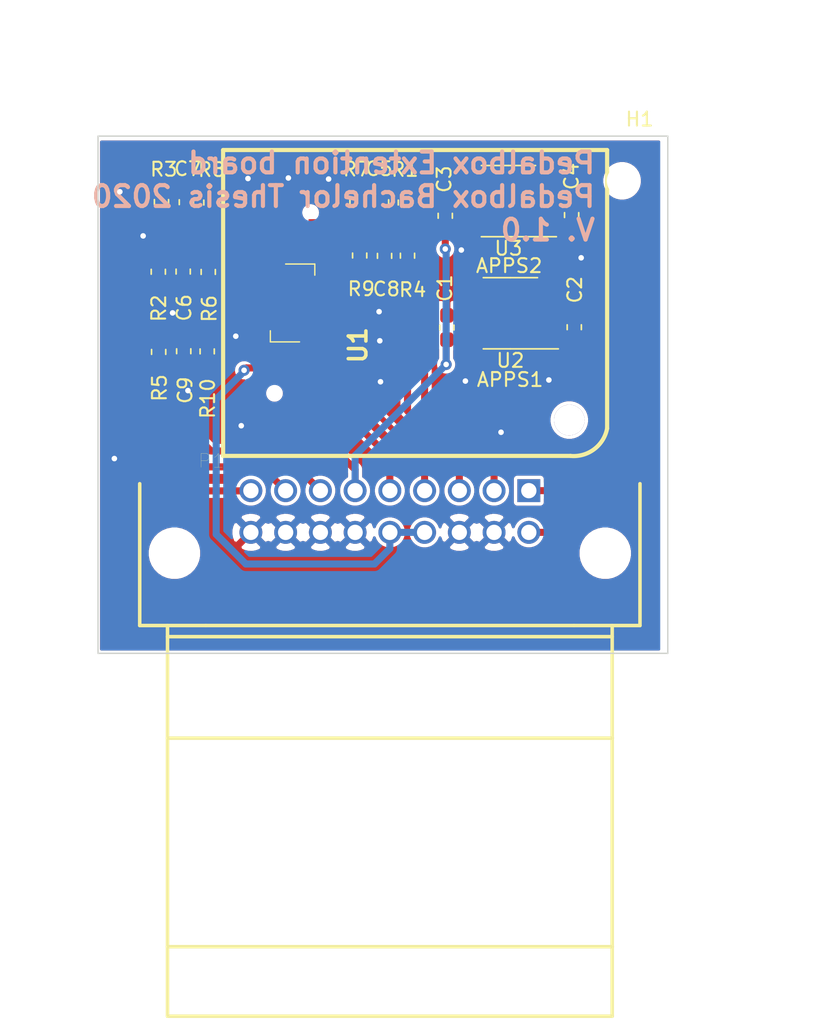
<source format=kicad_pcb>
(kicad_pcb (version 20171130) (host pcbnew "(5.1.2)-2")

  (general
    (thickness 1.6)
    (drawings 7)
    (tracks 133)
    (zones 0)
    (modules 24)
    (nets 36)
  )

  (page A4)
  (layers
    (0 F.Cu signal)
    (31 B.Cu signal hide)
    (32 B.Adhes user hide)
    (33 F.Adhes user hide)
    (34 B.Paste user hide)
    (35 F.Paste user)
    (36 B.SilkS user hide)
    (37 F.SilkS user)
    (38 B.Mask user hide)
    (39 F.Mask user)
    (40 Dwgs.User user hide)
    (41 Cmts.User user hide)
    (42 Eco1.User user hide)
    (43 Eco2.User user hide)
    (44 Edge.Cuts user)
    (45 Margin user hide)
    (46 B.CrtYd user hide)
    (47 F.CrtYd user)
    (48 B.Fab user hide)
    (49 F.Fab user)
  )

  (setup
    (last_trace_width 0.25)
    (user_trace_width 0.3048)
    (user_trace_width 0.4064)
    (user_trace_width 0.508)
    (trace_clearance 0.2)
    (zone_clearance 0.254)
    (zone_45_only no)
    (trace_min 0.2)
    (via_size 0.8)
    (via_drill 0.4)
    (via_min_size 0.4)
    (via_min_drill 0.3)
    (uvia_size 0.3)
    (uvia_drill 0.1)
    (uvias_allowed no)
    (uvia_min_size 0.2)
    (uvia_min_drill 0.1)
    (edge_width 0.1)
    (segment_width 0.2)
    (pcb_text_width 0.3)
    (pcb_text_size 1.5 1.5)
    (mod_edge_width 0.15)
    (mod_text_size 1 1)
    (mod_text_width 0.15)
    (pad_size 1.524 1.524)
    (pad_drill 0.762)
    (pad_to_mask_clearance 0)
    (aux_axis_origin 0 0)
    (visible_elements 7FFFFFFF)
    (pcbplotparams
      (layerselection 0x010fc_ffffffff)
      (usegerberextensions false)
      (usegerberattributes false)
      (usegerberadvancedattributes false)
      (creategerberjobfile false)
      (excludeedgelayer true)
      (linewidth 0.100000)
      (plotframeref false)
      (viasonmask false)
      (mode 1)
      (useauxorigin false)
      (hpglpennumber 1)
      (hpglpenspeed 20)
      (hpglpendiameter 15.000000)
      (psnegative false)
      (psa4output false)
      (plotreference true)
      (plotvalue true)
      (plotinvisibletext false)
      (padsonsilk false)
      (subtractmaskfromsilk false)
      (outputformat 1)
      (mirror false)
      (drillshape 1)
      (scaleselection 1)
      (outputdirectory ""))
  )

  (net 0 "")
  (net 1 +12V)
  (net 2 "Net-(U1-Pad25)")
  (net 3 "Net-(U1-Pad23)")
  (net 4 "Net-(U1-Pad22)")
  (net 5 "Net-(U1-Pad20)")
  (net 6 "Net-(U1-Pad17)")
  (net 7 "Net-(U1-Pad15)")
  (net 8 "Net-(U1-Pad14)")
  (net 9 "Net-(U1-Pad13)")
  (net 10 "Net-(U1-Pad12)")
  (net 11 "Net-(U1-Pad11)")
  (net 12 "Net-(U1-Pad10)")
  (net 13 "Net-(U1-Pad8)")
  (net 14 "Net-(U1-Pad7)")
  (net 15 "Net-(U1-Pad5)")
  (net 16 "Net-(U2-Pad4)")
  (net 17 "Net-(U2-Pad5)")
  (net 18 "Net-(U3-Pad5)")
  (net 19 "Net-(U3-Pad4)")
  (net 20 APPS1_Signal)
  (net 21 APPS1_Supply)
  (net 22 APPS2_Signal)
  (net 23 APPS2_Supply)
  (net 24 BPS1_Signal)
  (net 25 BPS2_Signal)
  (net 26 Steering_Angle_Sensor_Signal)
  (net 27 CANL)
  (net 28 CANH)
  (net 29 APPS1_Signal_Filtered)
  (net 30 BPS1_Signal_Filtered)
  (net 31 Steering_Angle_Sensor_Signal_Filtered)
  (net 32 APPS2_Signal_Filtered)
  (net 33 BPS2_Signal_Filtered)
  (net 34 GND)
  (net 35 +5V)

  (net_class Default "This is the default net class."
    (clearance 0.2)
    (trace_width 0.25)
    (via_dia 0.8)
    (via_drill 0.4)
    (uvia_dia 0.3)
    (uvia_drill 0.1)
    (add_net +12V)
    (add_net +5V)
    (add_net APPS1_Signal)
    (add_net APPS1_Signal_Filtered)
    (add_net APPS1_Supply)
    (add_net APPS2_Signal)
    (add_net APPS2_Signal_Filtered)
    (add_net APPS2_Supply)
    (add_net BPS1_Signal)
    (add_net BPS1_Signal_Filtered)
    (add_net BPS2_Signal)
    (add_net BPS2_Signal_Filtered)
    (add_net CANH)
    (add_net CANL)
    (add_net GND)
    (add_net "Net-(U1-Pad10)")
    (add_net "Net-(U1-Pad11)")
    (add_net "Net-(U1-Pad12)")
    (add_net "Net-(U1-Pad13)")
    (add_net "Net-(U1-Pad14)")
    (add_net "Net-(U1-Pad15)")
    (add_net "Net-(U1-Pad17)")
    (add_net "Net-(U1-Pad20)")
    (add_net "Net-(U1-Pad22)")
    (add_net "Net-(U1-Pad23)")
    (add_net "Net-(U1-Pad25)")
    (add_net "Net-(U1-Pad5)")
    (add_net "Net-(U1-Pad7)")
    (add_net "Net-(U1-Pad8)")
    (add_net "Net-(U2-Pad4)")
    (add_net "Net-(U2-Pad5)")
    (add_net "Net-(U3-Pad4)")
    (add_net "Net-(U3-Pad5)")
    (add_net Steering_Angle_Sensor_Signal)
    (add_net Steering_Angle_Sensor_Signal_Filtered)
  )

  (module MountingHole:MountingHole_2.2mm_M2 (layer F.Cu) (tedit 56D1B4CB) (tstamp 5E324E20)
    (at 166.7129 123.2154)
    (descr "Mounting Hole 2.2mm, no annular, M2")
    (tags "mounting hole 2.2mm no annular m2")
    (path /5E460860)
    (attr virtual)
    (fp_text reference H1 (at 1.2573 -4.4323) (layer F.SilkS)
      (effects (font (size 1 1) (thickness 0.15)))
    )
    (fp_text value MountingHole (at 0 3.2) (layer F.Fab)
      (effects (font (size 1 1) (thickness 0.15)))
    )
    (fp_circle (center 0 0) (end 2.45 0) (layer F.CrtYd) (width 0.05))
    (fp_circle (center 0 0) (end 2.2 0) (layer Cmts.User) (width 0.15))
    (fp_text user %R (at 0.2871 -0.2154) (layer F.Fab)
      (effects (font (size 1 1) (thickness 0.15)))
    )
    (pad 1 np_thru_hole circle (at 0 0) (size 2.2 2.2) (drill 2.2) (layers *.Cu *.Mask))
  )

  (module "Pedalbox Extenion Board:ACM_2020_Footprint" (layer F.Cu) (tedit 5E318704) (tstamp 5E322571)
    (at 143 132 90)
    (descr IL-WX-10SB-VF-BE)
    (tags Connector)
    (path /5E284E53)
    (fp_text reference U1 (at -3.0391 4.701 270) (layer F.SilkS)
      (effects (font (size 1.27 1.27) (thickness 0.254)))
    )
    (fp_text value ACM_2020 (at 0 -6.096 270) (layer F.SilkS) hide
      (effects (font (size 1.27 1.27) (thickness 0.254)))
    )
    (fp_text user %R (at 0 0 270) (layer F.Fab)
      (effects (font (size 1.27 1.27) (thickness 0.254)))
    )
    (fp_line (start -6 -1.6) (end 6 -1.6) (layer F.Fab) (width 0.2))
    (fp_line (start 6 -1.6) (end 6 1.6) (layer F.Fab) (width 0.2))
    (fp_line (start 6 1.6) (end -6 1.6) (layer F.Fab) (width 0.2))
    (fp_line (start -6 1.6) (end -6 -1.6) (layer F.Fab) (width 0.2))
    (fp_line (start -6.9 -3.65) (end 6.9 -3.65) (layer F.CrtYd) (width 0.1))
    (fp_line (start 6.9 -3.65) (end 6.9 3.65) (layer F.CrtYd) (width 0.1))
    (fp_line (start 6.9 3.65) (end -6.9 3.65) (layer F.CrtYd) (width 0.1))
    (fp_line (start -6.9 3.65) (end -6.9 -3.65) (layer F.CrtYd) (width 0.1))
    (fp_line (start -2 -1.6) (end -2.8 -1.6) (layer F.SilkS) (width 0.1))
    (fp_line (start -2.8 -1.6) (end -2.8 0.5) (layer F.SilkS) (width 0.1))
    (fp_line (start 2.8 -0.5) (end 2.8 1.6) (layer F.SilkS) (width 0.1))
    (fp_line (start 2.8 1.6) (end 2 1.6) (layer F.SilkS) (width 0.1))
    (fp_line (start -11 -5) (end 11 -5) (layer F.SilkS) (width 0.3))
    (fp_line (start -11 -5) (end -11 20) (layer F.SilkS) (width 0.3))
    (fp_line (start 11 22.634393) (end -9.026231 22.634393) (layer F.SilkS) (width 0.3))
    (fp_line (start 11 -5) (end 11 22.634393) (layer F.SilkS) (width 0.3))
    (fp_arc (start -8.5635 20.2311) (end -11 20) (angle -84.51986342) (layer F.SilkS) (width 0.3))
    (fp_text user "Max Height 3.5mm" (at 0 10 90) (layer F.Fab)
      (effects (font (size 2 1.5) (thickness 0.15)))
    )
    (pad 30 smd rect (at -5.473 -1.9 90) (size 0.55 1.5) (layers F.Cu F.Paste F.Mask)
      (net 1 +12V))
    (pad 29 smd rect (at -5.4476 1.9 90) (size 0.55 1.5) (layers F.Cu F.Paste F.Mask)
      (net 27 CANL))
    (pad 28 smd rect (at -4.673 -1.9 90) (size 0.55 1.5) (layers F.Cu F.Paste F.Mask)
      (net 35 +5V))
    (pad 27 smd rect (at -4.6476 1.9 90) (size 0.55 1.5) (layers F.Cu F.Paste F.Mask)
      (net 28 CANH))
    (pad 26 smd rect (at -3.873 -1.9 90) (size 0.55 1.5) (layers F.Cu F.Paste F.Mask)
      (net 35 +5V))
    (pad 25 smd rect (at -3.8476 1.9 90) (size 0.55 1.5) (layers F.Cu F.Paste F.Mask)
      (net 2 "Net-(U1-Pad25)"))
    (pad 24 smd rect (at -3.073 -1.9 90) (size 0.55 1.5) (layers F.Cu F.Paste F.Mask)
      (net 35 +5V))
    (pad 23 smd rect (at -3.0476 1.9 90) (size 0.55 1.5) (layers F.Cu F.Paste F.Mask)
      (net 3 "Net-(U1-Pad23)"))
    (pad 22 smd rect (at -2.273 -1.9 90) (size 0.55 1.5) (layers F.Cu F.Paste F.Mask)
      (net 4 "Net-(U1-Pad22)"))
    (pad 21 smd rect (at -2.2476 1.9 90) (size 0.55 1.5) (layers F.Cu F.Paste F.Mask)
      (net 34 GND))
    (pad 20 smd rect (at -1.473 -1.9 90) (size 0.55 1.5) (layers F.Cu F.Paste F.Mask)
      (net 5 "Net-(U1-Pad20)"))
    (pad 19 smd rect (at -1.4476 1.9 90) (size 0.55 1.5) (layers F.Cu F.Paste F.Mask)
      (net 34 GND))
    (pad 18 smd rect (at -0.673 -1.9 90) (size 0.55 1.5) (layers F.Cu F.Paste F.Mask)
      (net 34 GND))
    (pad 17 smd rect (at -0.6476 1.9 90) (size 0.55 1.5) (layers F.Cu F.Paste F.Mask)
      (net 6 "Net-(U1-Pad17)"))
    (pad 16 smd rect (at 0.127 -1.9 90) (size 0.55 1.5) (layers F.Cu F.Paste F.Mask)
      (net 34 GND))
    (pad 15 smd rect (at 0.1524 1.9 90) (size 0.55 1.5) (layers F.Cu F.Paste F.Mask)
      (net 7 "Net-(U1-Pad15)"))
    (pad 14 smd rect (at 0.927 -1.9 90) (size 0.55 1.5) (layers F.Cu F.Paste F.Mask)
      (net 8 "Net-(U1-Pad14)"))
    (pad 13 smd rect (at 0.9524 1.9 90) (size 0.55 1.5) (layers F.Cu F.Paste F.Mask)
      (net 9 "Net-(U1-Pad13)"))
    (pad 12 smd rect (at 1.727 -1.9 90) (size 0.55 1.5) (layers F.Cu F.Paste F.Mask)
      (net 10 "Net-(U1-Pad12)"))
    (pad 11 smd rect (at 1.7524 1.9 90) (size 0.55 1.5) (layers F.Cu F.Paste F.Mask)
      (net 11 "Net-(U1-Pad11)"))
    (pad 10 smd rect (at 2.527 -1.9 90) (size 0.55 1.5) (layers F.Cu F.Paste F.Mask)
      (net 12 "Net-(U1-Pad10)"))
    (pad 9 smd rect (at 2.5524 1.9 90) (size 0.55 1.5) (layers F.Cu F.Paste F.Mask)
      (net 34 GND))
    (pad 8 smd rect (at 3.327 -1.9 90) (size 0.55 1.5) (layers F.Cu F.Paste F.Mask)
      (net 13 "Net-(U1-Pad8)"))
    (pad 7 smd rect (at 3.3524 1.9 90) (size 0.55 1.5) (layers F.Cu F.Paste F.Mask)
      (net 14 "Net-(U1-Pad7)"))
    (pad 6 smd rect (at 4.127 -1.9 90) (size 0.55 1.5) (layers F.Cu F.Paste F.Mask)
      (net 33 BPS2_Signal_Filtered))
    (pad 5 smd rect (at 4.1524 1.9 90) (size 0.55 1.5) (layers F.Cu F.Paste F.Mask)
      (net 15 "Net-(U1-Pad5)"))
    (pad 4 smd rect (at 4.927 -1.9 90) (size 0.55 1.5) (layers F.Cu F.Paste F.Mask)
      (net 30 BPS1_Signal_Filtered))
    (pad 3 smd rect (at 4.9524 1.9 90) (size 0.55 1.5) (layers F.Cu F.Paste F.Mask)
      (net 32 APPS2_Signal_Filtered))
    (pad 2 smd rect (at 5.727 -1.9 90) (size 0.55 1.5) (layers F.Cu F.Paste F.Mask)
      (net 31 Steering_Angle_Sensor_Signal_Filtered))
    (pad 1 smd rect (at 5.7524 1.9 90) (size 0.55 1.5) (layers F.Cu F.Paste F.Mask)
      (net 29 APPS1_Signal_Filtered))
    (pad "" np_thru_hole circle (at -6.5 -1.3 90) (size 0.7 0.7) (drill 0.7) (layers *.Cu *.Mask))
    (pad "" np_thru_hole circle (at 6.5 1.3 90) (size 0.7 0.7) (drill 0.7) (layers *.Cu *.Mask))
    (pad "" thru_hole circle (at -8.422 19.912 90) (size 2.2 2.2) (drill 2.2) (layers *.Cu *.Mask))
    (model "${KIPRJMOD}/3D-Components/JAE IL-WX Series 30-pin.STEP"
      (offset (xyz -0.17 0 0))
      (scale (xyz 1 1 1))
      (rotate (xyz -90 0 0))
    )
  )

  (module Resistor_SMD:R_0603_1608Metric_Pad1.05x0.95mm_HandSolder (layer F.Cu) (tedit 5B301BBD) (tstamp 5E31ECA7)
    (at 147.828 128.5875 270)
    (descr "Resistor SMD 0603 (1608 Metric), square (rectangular) end terminal, IPC_7351 nominal with elongated pad for handsoldering. (Body size source: http://www.tortai-tech.com/upload/download/2011102023233369053.pdf), generated with kicad-footprint-generator")
    (tags "resistor handsolder")
    (path /5E36DE4D)
    (attr smd)
    (fp_text reference R9 (at 2.4003 -0.1143 180) (layer F.SilkS)
      (effects (font (size 1 1) (thickness 0.15)))
    )
    (fp_text value 4K7 (at 0 1.43 90) (layer F.Fab)
      (effects (font (size 1 1) (thickness 0.15)))
    )
    (fp_text user %R (at 0 0 90) (layer F.Fab)
      (effects (font (size 0.4 0.4) (thickness 0.06)))
    )
    (fp_line (start 1.65 0.73) (end -1.65 0.73) (layer F.CrtYd) (width 0.05))
    (fp_line (start 1.65 -0.73) (end 1.65 0.73) (layer F.CrtYd) (width 0.05))
    (fp_line (start -1.65 -0.73) (end 1.65 -0.73) (layer F.CrtYd) (width 0.05))
    (fp_line (start -1.65 0.73) (end -1.65 -0.73) (layer F.CrtYd) (width 0.05))
    (fp_line (start -0.171267 0.51) (end 0.171267 0.51) (layer F.SilkS) (width 0.12))
    (fp_line (start -0.171267 -0.51) (end 0.171267 -0.51) (layer F.SilkS) (width 0.12))
    (fp_line (start 0.8 0.4) (end -0.8 0.4) (layer F.Fab) (width 0.1))
    (fp_line (start 0.8 -0.4) (end 0.8 0.4) (layer F.Fab) (width 0.1))
    (fp_line (start -0.8 -0.4) (end 0.8 -0.4) (layer F.Fab) (width 0.1))
    (fp_line (start -0.8 0.4) (end -0.8 -0.4) (layer F.Fab) (width 0.1))
    (pad 2 smd roundrect (at 0.875 0 270) (size 1.05 0.95) (layers F.Cu F.Paste F.Mask) (roundrect_rratio 0.25)
      (net 34 GND))
    (pad 1 smd roundrect (at -0.875 0 270) (size 1.05 0.95) (layers F.Cu F.Paste F.Mask) (roundrect_rratio 0.25)
      (net 32 APPS2_Signal_Filtered))
    (model ${KISYS3DMOD}/Resistor_SMD.3dshapes/R_0603_1608Metric.wrl
      (at (xyz 0 0 0))
      (scale (xyz 1 1 1))
      (rotate (xyz 0 0 0))
    )
  )

  (module Resistor_SMD:R_0603_1608Metric_Pad1.05x0.95mm_HandSolder (layer F.Cu) (tedit 5B301BBD) (tstamp 5E31EC16)
    (at 151.2697 128.6002 270)
    (descr "Resistor SMD 0603 (1608 Metric), square (rectangular) end terminal, IPC_7351 nominal with elongated pad for handsoldering. (Body size source: http://www.tortai-tech.com/upload/download/2011102023233369053.pdf), generated with kicad-footprint-generator")
    (tags "resistor handsolder")
    (path /5E347142)
    (attr smd)
    (fp_text reference R4 (at 2.4511 -0.3683 180) (layer F.SilkS)
      (effects (font (size 1 1) (thickness 0.15)))
    )
    (fp_text value R_Small (at 0 1.43 90) (layer F.Fab)
      (effects (font (size 1 1) (thickness 0.15)))
    )
    (fp_text user %R (at 0 0 90) (layer F.Fab)
      (effects (font (size 0.4 0.4) (thickness 0.06)))
    )
    (fp_line (start 1.65 0.73) (end -1.65 0.73) (layer F.CrtYd) (width 0.05))
    (fp_line (start 1.65 -0.73) (end 1.65 0.73) (layer F.CrtYd) (width 0.05))
    (fp_line (start -1.65 -0.73) (end 1.65 -0.73) (layer F.CrtYd) (width 0.05))
    (fp_line (start -1.65 0.73) (end -1.65 -0.73) (layer F.CrtYd) (width 0.05))
    (fp_line (start -0.171267 0.51) (end 0.171267 0.51) (layer F.SilkS) (width 0.12))
    (fp_line (start -0.171267 -0.51) (end 0.171267 -0.51) (layer F.SilkS) (width 0.12))
    (fp_line (start 0.8 0.4) (end -0.8 0.4) (layer F.Fab) (width 0.1))
    (fp_line (start 0.8 -0.4) (end 0.8 0.4) (layer F.Fab) (width 0.1))
    (fp_line (start -0.8 -0.4) (end 0.8 -0.4) (layer F.Fab) (width 0.1))
    (fp_line (start -0.8 0.4) (end -0.8 -0.4) (layer F.Fab) (width 0.1))
    (pad 2 smd roundrect (at 0.875 0 270) (size 1.05 0.95) (layers F.Cu F.Paste F.Mask) (roundrect_rratio 0.25)
      (net 22 APPS2_Signal))
    (pad 1 smd roundrect (at -0.875 0 270) (size 1.05 0.95) (layers F.Cu F.Paste F.Mask) (roundrect_rratio 0.25)
      (net 32 APPS2_Signal_Filtered))
    (model ${KISYS3DMOD}/Resistor_SMD.3dshapes/R_0603_1608Metric.wrl
      (at (xyz 0 0 0))
      (scale (xyz 1 1 1))
      (rotate (xyz 0 0 0))
    )
  )

  (module Capacitor_SMD:C_0603_1608Metric_Pad1.05x0.95mm_HandSolder (layer F.Cu) (tedit 5B301BBE) (tstamp 5E31EB2F)
    (at 149.6187 128.6129 270)
    (descr "Capacitor SMD 0603 (1608 Metric), square (rectangular) end terminal, IPC_7351 nominal with elongated pad for handsoldering. (Body size source: http://www.tortai-tech.com/upload/download/2011102023233369053.pdf), generated with kicad-footprint-generator")
    (tags "capacitor handsolder")
    (path /5E347148)
    (attr smd)
    (fp_text reference C8 (at 2.3876 -0.127 180) (layer F.SilkS)
      (effects (font (size 1 1) (thickness 0.15)))
    )
    (fp_text value C_Small (at 0 1.43 90) (layer F.Fab)
      (effects (font (size 1 1) (thickness 0.15)))
    )
    (fp_text user %R (at 0 0 90) (layer F.Fab)
      (effects (font (size 0.4 0.4) (thickness 0.06)))
    )
    (fp_line (start 1.65 0.73) (end -1.65 0.73) (layer F.CrtYd) (width 0.05))
    (fp_line (start 1.65 -0.73) (end 1.65 0.73) (layer F.CrtYd) (width 0.05))
    (fp_line (start -1.65 -0.73) (end 1.65 -0.73) (layer F.CrtYd) (width 0.05))
    (fp_line (start -1.65 0.73) (end -1.65 -0.73) (layer F.CrtYd) (width 0.05))
    (fp_line (start -0.171267 0.51) (end 0.171267 0.51) (layer F.SilkS) (width 0.12))
    (fp_line (start -0.171267 -0.51) (end 0.171267 -0.51) (layer F.SilkS) (width 0.12))
    (fp_line (start 0.8 0.4) (end -0.8 0.4) (layer F.Fab) (width 0.1))
    (fp_line (start 0.8 -0.4) (end 0.8 0.4) (layer F.Fab) (width 0.1))
    (fp_line (start -0.8 -0.4) (end 0.8 -0.4) (layer F.Fab) (width 0.1))
    (fp_line (start -0.8 0.4) (end -0.8 -0.4) (layer F.Fab) (width 0.1))
    (pad 2 smd roundrect (at 0.875 0 270) (size 1.05 0.95) (layers F.Cu F.Paste F.Mask) (roundrect_rratio 0.25)
      (net 34 GND))
    (pad 1 smd roundrect (at -0.875 0 270) (size 1.05 0.95) (layers F.Cu F.Paste F.Mask) (roundrect_rratio 0.25)
      (net 32 APPS2_Signal_Filtered))
    (model ${KISYS3DMOD}/Capacitor_SMD.3dshapes/C_0603_1608Metric.wrl
      (at (xyz 0 0 0))
      (scale (xyz 1 1 1))
      (rotate (xyz 0 0 0))
    )
  )

  (module Resistor_SMD:R_0603_1608Metric_Pad1.05x0.95mm_HandSolder (layer F.Cu) (tedit 5B301BBD) (tstamp 5E319EAB)
    (at 136.8552 135.4823 270)
    (descr "Resistor SMD 0603 (1608 Metric), square (rectangular) end terminal, IPC_7351 nominal with elongated pad for handsoldering. (Body size source: http://www.tortai-tech.com/upload/download/2011102023233369053.pdf), generated with kicad-footprint-generator")
    (tags "resistor handsolder")
    (path /5E376179)
    (attr smd)
    (fp_text reference R10 (at 3.3922 -0.0381 270) (layer F.SilkS)
      (effects (font (size 1 1) (thickness 0.15)))
    )
    (fp_text value 4K7 (at 0 1.43 90) (layer F.Fab)
      (effects (font (size 1 1) (thickness 0.15)))
    )
    (fp_text user %R (at 0 0 90) (layer F.Fab)
      (effects (font (size 0.4 0.4) (thickness 0.06)))
    )
    (fp_line (start 1.65 0.73) (end -1.65 0.73) (layer F.CrtYd) (width 0.05))
    (fp_line (start 1.65 -0.73) (end 1.65 0.73) (layer F.CrtYd) (width 0.05))
    (fp_line (start -1.65 -0.73) (end 1.65 -0.73) (layer F.CrtYd) (width 0.05))
    (fp_line (start -1.65 0.73) (end -1.65 -0.73) (layer F.CrtYd) (width 0.05))
    (fp_line (start -0.171267 0.51) (end 0.171267 0.51) (layer F.SilkS) (width 0.12))
    (fp_line (start -0.171267 -0.51) (end 0.171267 -0.51) (layer F.SilkS) (width 0.12))
    (fp_line (start 0.8 0.4) (end -0.8 0.4) (layer F.Fab) (width 0.1))
    (fp_line (start 0.8 -0.4) (end 0.8 0.4) (layer F.Fab) (width 0.1))
    (fp_line (start -0.8 -0.4) (end 0.8 -0.4) (layer F.Fab) (width 0.1))
    (fp_line (start -0.8 0.4) (end -0.8 -0.4) (layer F.Fab) (width 0.1))
    (pad 2 smd roundrect (at 0.875 0 270) (size 1.05 0.95) (layers F.Cu F.Paste F.Mask) (roundrect_rratio 0.25)
      (net 34 GND))
    (pad 1 smd roundrect (at -0.875 0 270) (size 1.05 0.95) (layers F.Cu F.Paste F.Mask) (roundrect_rratio 0.25)
      (net 33 BPS2_Signal_Filtered))
    (model ${KISYS3DMOD}/Resistor_SMD.3dshapes/R_0603_1608Metric.wrl
      (at (xyz 0 0 0))
      (scale (xyz 1 1 1))
      (rotate (xyz 0 0 0))
    )
  )

  (module Resistor_SMD:R_0603_1608Metric_Pad1.05x0.95mm_HandSolder (layer F.Cu) (tedit 5B301BBD) (tstamp 5E319E89)
    (at 137.1219 124.7775 90)
    (descr "Resistor SMD 0603 (1608 Metric), square (rectangular) end terminal, IPC_7351 nominal with elongated pad for handsoldering. (Body size source: http://www.tortai-tech.com/upload/download/2011102023233369053.pdf), generated with kicad-footprint-generator")
    (tags "resistor handsolder")
    (path /5E3783E9)
    (attr smd)
    (fp_text reference R8 (at 2.3622 0.0508 180) (layer F.SilkS)
      (effects (font (size 1 1) (thickness 0.15)))
    )
    (fp_text value 4K7 (at 0 1.43 90) (layer F.Fab)
      (effects (font (size 1 1) (thickness 0.15)))
    )
    (fp_text user %R (at 0 0 90) (layer F.Fab)
      (effects (font (size 0.4 0.4) (thickness 0.06)))
    )
    (fp_line (start 1.65 0.73) (end -1.65 0.73) (layer F.CrtYd) (width 0.05))
    (fp_line (start 1.65 -0.73) (end 1.65 0.73) (layer F.CrtYd) (width 0.05))
    (fp_line (start -1.65 -0.73) (end 1.65 -0.73) (layer F.CrtYd) (width 0.05))
    (fp_line (start -1.65 0.73) (end -1.65 -0.73) (layer F.CrtYd) (width 0.05))
    (fp_line (start -0.171267 0.51) (end 0.171267 0.51) (layer F.SilkS) (width 0.12))
    (fp_line (start -0.171267 -0.51) (end 0.171267 -0.51) (layer F.SilkS) (width 0.12))
    (fp_line (start 0.8 0.4) (end -0.8 0.4) (layer F.Fab) (width 0.1))
    (fp_line (start 0.8 -0.4) (end 0.8 0.4) (layer F.Fab) (width 0.1))
    (fp_line (start -0.8 -0.4) (end 0.8 -0.4) (layer F.Fab) (width 0.1))
    (fp_line (start -0.8 0.4) (end -0.8 -0.4) (layer F.Fab) (width 0.1))
    (pad 2 smd roundrect (at 0.875 0 90) (size 1.05 0.95) (layers F.Cu F.Paste F.Mask) (roundrect_rratio 0.25)
      (net 34 GND))
    (pad 1 smd roundrect (at -0.875 0 90) (size 1.05 0.95) (layers F.Cu F.Paste F.Mask) (roundrect_rratio 0.25)
      (net 31 Steering_Angle_Sensor_Signal_Filtered))
    (model ${KISYS3DMOD}/Resistor_SMD.3dshapes/R_0603_1608Metric.wrl
      (at (xyz 0 0 0))
      (scale (xyz 1 1 1))
      (rotate (xyz 0 0 0))
    )
  )

  (module Resistor_SMD:R_0603_1608Metric_Pad1.05x0.95mm_HandSolder (layer F.Cu) (tedit 5B301BBD) (tstamp 5E319E78)
    (at 147.6375 124.7267 90)
    (descr "Resistor SMD 0603 (1608 Metric), square (rectangular) end terminal, IPC_7351 nominal with elongated pad for handsoldering. (Body size source: http://www.tortai-tech.com/upload/download/2011102023233369053.pdf), generated with kicad-footprint-generator")
    (tags "resistor handsolder")
    (path /5E372C45)
    (attr smd)
    (fp_text reference R7 (at 2.3495 -0.0381 180) (layer F.SilkS)
      (effects (font (size 1 1) (thickness 0.15)))
    )
    (fp_text value 4K7 (at 0 1.43 90) (layer F.Fab)
      (effects (font (size 1 1) (thickness 0.15)))
    )
    (fp_text user %R (at 0 0 90) (layer F.Fab)
      (effects (font (size 0.4 0.4) (thickness 0.06)))
    )
    (fp_line (start 1.65 0.73) (end -1.65 0.73) (layer F.CrtYd) (width 0.05))
    (fp_line (start 1.65 -0.73) (end 1.65 0.73) (layer F.CrtYd) (width 0.05))
    (fp_line (start -1.65 -0.73) (end 1.65 -0.73) (layer F.CrtYd) (width 0.05))
    (fp_line (start -1.65 0.73) (end -1.65 -0.73) (layer F.CrtYd) (width 0.05))
    (fp_line (start -0.171267 0.51) (end 0.171267 0.51) (layer F.SilkS) (width 0.12))
    (fp_line (start -0.171267 -0.51) (end 0.171267 -0.51) (layer F.SilkS) (width 0.12))
    (fp_line (start 0.8 0.4) (end -0.8 0.4) (layer F.Fab) (width 0.1))
    (fp_line (start 0.8 -0.4) (end 0.8 0.4) (layer F.Fab) (width 0.1))
    (fp_line (start -0.8 -0.4) (end 0.8 -0.4) (layer F.Fab) (width 0.1))
    (fp_line (start -0.8 0.4) (end -0.8 -0.4) (layer F.Fab) (width 0.1))
    (pad 2 smd roundrect (at 0.875 0 90) (size 1.05 0.95) (layers F.Cu F.Paste F.Mask) (roundrect_rratio 0.25)
      (net 34 GND))
    (pad 1 smd roundrect (at -0.875 0 90) (size 1.05 0.95) (layers F.Cu F.Paste F.Mask) (roundrect_rratio 0.25)
      (net 29 APPS1_Signal_Filtered))
    (model ${KISYS3DMOD}/Resistor_SMD.3dshapes/R_0603_1608Metric.wrl
      (at (xyz 0 0 0))
      (scale (xyz 1 1 1))
      (rotate (xyz 0 0 0))
    )
  )

  (module Resistor_SMD:R_0603_1608Metric_Pad1.05x0.95mm_HandSolder (layer F.Cu) (tedit 5B301BBD) (tstamp 5E319E67)
    (at 136.9314 129.7686 270)
    (descr "Resistor SMD 0603 (1608 Metric), square (rectangular) end terminal, IPC_7351 nominal with elongated pad for handsoldering. (Body size source: http://www.tortai-tech.com/upload/download/2011102023233369053.pdf), generated with kicad-footprint-generator")
    (tags "resistor handsolder")
    (path /5E374451)
    (attr smd)
    (fp_text reference R6 (at 2.6416 -0.0762 270) (layer F.SilkS)
      (effects (font (size 1 1) (thickness 0.15)))
    )
    (fp_text value 4K7 (at 0 1.43 90) (layer F.Fab)
      (effects (font (size 1 1) (thickness 0.15)))
    )
    (fp_text user %R (at 0 0 90) (layer F.Fab)
      (effects (font (size 0.4 0.4) (thickness 0.06)))
    )
    (fp_line (start 1.65 0.73) (end -1.65 0.73) (layer F.CrtYd) (width 0.05))
    (fp_line (start 1.65 -0.73) (end 1.65 0.73) (layer F.CrtYd) (width 0.05))
    (fp_line (start -1.65 -0.73) (end 1.65 -0.73) (layer F.CrtYd) (width 0.05))
    (fp_line (start -1.65 0.73) (end -1.65 -0.73) (layer F.CrtYd) (width 0.05))
    (fp_line (start -0.171267 0.51) (end 0.171267 0.51) (layer F.SilkS) (width 0.12))
    (fp_line (start -0.171267 -0.51) (end 0.171267 -0.51) (layer F.SilkS) (width 0.12))
    (fp_line (start 0.8 0.4) (end -0.8 0.4) (layer F.Fab) (width 0.1))
    (fp_line (start 0.8 -0.4) (end 0.8 0.4) (layer F.Fab) (width 0.1))
    (fp_line (start -0.8 -0.4) (end 0.8 -0.4) (layer F.Fab) (width 0.1))
    (fp_line (start -0.8 0.4) (end -0.8 -0.4) (layer F.Fab) (width 0.1))
    (pad 2 smd roundrect (at 0.875 0 270) (size 1.05 0.95) (layers F.Cu F.Paste F.Mask) (roundrect_rratio 0.25)
      (net 34 GND))
    (pad 1 smd roundrect (at -0.875 0 270) (size 1.05 0.95) (layers F.Cu F.Paste F.Mask) (roundrect_rratio 0.25)
      (net 30 BPS1_Signal_Filtered))
    (model ${KISYS3DMOD}/Resistor_SMD.3dshapes/R_0603_1608Metric.wrl
      (at (xyz 0 0 0))
      (scale (xyz 1 1 1))
      (rotate (xyz 0 0 0))
    )
  )

  (module Resistor_SMD:R_0603_1608Metric_Pad1.05x0.95mm_HandSolder (layer F.Cu) (tedit 5B301BBD) (tstamp 5E319796)
    (at 133.3627 135.5217 270)
    (descr "Resistor SMD 0603 (1608 Metric), square (rectangular) end terminal, IPC_7351 nominal with elongated pad for handsoldering. (Body size source: http://www.tortai-tech.com/upload/download/2011102023233369053.pdf), generated with kicad-footprint-generator")
    (tags "resistor handsolder")
    (path /5E3526A4)
    (attr smd)
    (fp_text reference R5 (at 2.5908 -0.0635 270) (layer F.SilkS)
      (effects (font (size 1 1) (thickness 0.15)))
    )
    (fp_text value R_Small (at 0 1.43 90) (layer F.Fab)
      (effects (font (size 1 1) (thickness 0.15)))
    )
    (fp_text user %R (at 0 0 90) (layer F.Fab)
      (effects (font (size 0.4 0.4) (thickness 0.06)))
    )
    (fp_line (start 1.65 0.73) (end -1.65 0.73) (layer F.CrtYd) (width 0.05))
    (fp_line (start 1.65 -0.73) (end 1.65 0.73) (layer F.CrtYd) (width 0.05))
    (fp_line (start -1.65 -0.73) (end 1.65 -0.73) (layer F.CrtYd) (width 0.05))
    (fp_line (start -1.65 0.73) (end -1.65 -0.73) (layer F.CrtYd) (width 0.05))
    (fp_line (start -0.171267 0.51) (end 0.171267 0.51) (layer F.SilkS) (width 0.12))
    (fp_line (start -0.171267 -0.51) (end 0.171267 -0.51) (layer F.SilkS) (width 0.12))
    (fp_line (start 0.8 0.4) (end -0.8 0.4) (layer F.Fab) (width 0.1))
    (fp_line (start 0.8 -0.4) (end 0.8 0.4) (layer F.Fab) (width 0.1))
    (fp_line (start -0.8 -0.4) (end 0.8 -0.4) (layer F.Fab) (width 0.1))
    (fp_line (start -0.8 0.4) (end -0.8 -0.4) (layer F.Fab) (width 0.1))
    (pad 2 smd roundrect (at 0.875 0 270) (size 1.05 0.95) (layers F.Cu F.Paste F.Mask) (roundrect_rratio 0.25)
      (net 25 BPS2_Signal))
    (pad 1 smd roundrect (at -0.875 0 270) (size 1.05 0.95) (layers F.Cu F.Paste F.Mask) (roundrect_rratio 0.25)
      (net 33 BPS2_Signal_Filtered))
    (model ${KISYS3DMOD}/Resistor_SMD.3dshapes/R_0603_1608Metric.wrl
      (at (xyz 0 0 0))
      (scale (xyz 1 1 1))
      (rotate (xyz 0 0 0))
    )
  )

  (module Resistor_SMD:R_0603_1608Metric_Pad1.05x0.95mm_HandSolder (layer F.Cu) (tedit 5B301BBD) (tstamp 5E31A99F)
    (at 133.5659 124.7394 90)
    (descr "Resistor SMD 0603 (1608 Metric), square (rectangular) end terminal, IPC_7351 nominal with elongated pad for handsoldering. (Body size source: http://www.tortai-tech.com/upload/download/2011102023233369053.pdf), generated with kicad-footprint-generator")
    (tags "resistor handsolder")
    (path /5E35DDAD)
    (attr smd)
    (fp_text reference R3 (at 2.3495 0.1651 180) (layer F.SilkS)
      (effects (font (size 1 1) (thickness 0.15)))
    )
    (fp_text value R_Small (at 0 1.43 90) (layer F.Fab)
      (effects (font (size 1 1) (thickness 0.15)))
    )
    (fp_text user %R (at 2.8512 0.2078 90) (layer F.Fab)
      (effects (font (size 0.4 0.4) (thickness 0.06)))
    )
    (fp_line (start 1.65 0.73) (end -1.65 0.73) (layer F.CrtYd) (width 0.05))
    (fp_line (start 1.65 -0.73) (end 1.65 0.73) (layer F.CrtYd) (width 0.05))
    (fp_line (start -1.65 -0.73) (end 1.65 -0.73) (layer F.CrtYd) (width 0.05))
    (fp_line (start -1.65 0.73) (end -1.65 -0.73) (layer F.CrtYd) (width 0.05))
    (fp_line (start -0.171267 0.51) (end 0.171267 0.51) (layer F.SilkS) (width 0.12))
    (fp_line (start -0.171267 -0.51) (end 0.171267 -0.51) (layer F.SilkS) (width 0.12))
    (fp_line (start 0.8 0.4) (end -0.8 0.4) (layer F.Fab) (width 0.1))
    (fp_line (start 0.8 -0.4) (end 0.8 0.4) (layer F.Fab) (width 0.1))
    (fp_line (start -0.8 -0.4) (end 0.8 -0.4) (layer F.Fab) (width 0.1))
    (fp_line (start -0.8 0.4) (end -0.8 -0.4) (layer F.Fab) (width 0.1))
    (pad 2 smd roundrect (at 0.875 0 90) (size 1.05 0.95) (layers F.Cu F.Paste F.Mask) (roundrect_rratio 0.25)
      (net 26 Steering_Angle_Sensor_Signal))
    (pad 1 smd roundrect (at -0.875 0 90) (size 1.05 0.95) (layers F.Cu F.Paste F.Mask) (roundrect_rratio 0.25)
      (net 31 Steering_Angle_Sensor_Signal_Filtered))
    (model ${KISYS3DMOD}/Resistor_SMD.3dshapes/R_0603_1608Metric.wrl
      (at (xyz 0 0 0))
      (scale (xyz 1 1 1))
      (rotate (xyz 0 0 0))
    )
  )

  (module Resistor_SMD:R_0603_1608Metric_Pad1.05x0.95mm_HandSolder (layer F.Cu) (tedit 5B301BBD) (tstamp 5E319763)
    (at 133.3373 129.7559 270)
    (descr "Resistor SMD 0603 (1608 Metric), square (rectangular) end terminal, IPC_7351 nominal with elongated pad for handsoldering. (Body size source: http://www.tortai-tech.com/upload/download/2011102023233369053.pdf), generated with kicad-footprint-generator")
    (tags "resistor handsolder")
    (path /5E352686)
    (attr smd)
    (fp_text reference R2 (at 2.6289 -0.0381 270) (layer F.SilkS)
      (effects (font (size 1 1) (thickness 0.15)))
    )
    (fp_text value R_Small (at 0 1.43 90) (layer F.Fab)
      (effects (font (size 1 1) (thickness 0.15)))
    )
    (fp_text user %R (at 0 0 90) (layer F.Fab)
      (effects (font (size 0.4 0.4) (thickness 0.06)))
    )
    (fp_line (start 1.65 0.73) (end -1.65 0.73) (layer F.CrtYd) (width 0.05))
    (fp_line (start 1.65 -0.73) (end 1.65 0.73) (layer F.CrtYd) (width 0.05))
    (fp_line (start -1.65 -0.73) (end 1.65 -0.73) (layer F.CrtYd) (width 0.05))
    (fp_line (start -1.65 0.73) (end -1.65 -0.73) (layer F.CrtYd) (width 0.05))
    (fp_line (start -0.171267 0.51) (end 0.171267 0.51) (layer F.SilkS) (width 0.12))
    (fp_line (start -0.171267 -0.51) (end 0.171267 -0.51) (layer F.SilkS) (width 0.12))
    (fp_line (start 0.8 0.4) (end -0.8 0.4) (layer F.Fab) (width 0.1))
    (fp_line (start 0.8 -0.4) (end 0.8 0.4) (layer F.Fab) (width 0.1))
    (fp_line (start -0.8 -0.4) (end 0.8 -0.4) (layer F.Fab) (width 0.1))
    (fp_line (start -0.8 0.4) (end -0.8 -0.4) (layer F.Fab) (width 0.1))
    (pad 2 smd roundrect (at 0.875 0 270) (size 1.05 0.95) (layers F.Cu F.Paste F.Mask) (roundrect_rratio 0.25)
      (net 24 BPS1_Signal))
    (pad 1 smd roundrect (at -0.875 0 270) (size 1.05 0.95) (layers F.Cu F.Paste F.Mask) (roundrect_rratio 0.25)
      (net 30 BPS1_Signal_Filtered))
    (model ${KISYS3DMOD}/Resistor_SMD.3dshapes/R_0603_1608Metric.wrl
      (at (xyz 0 0 0))
      (scale (xyz 1 1 1))
      (rotate (xyz 0 0 0))
    )
  )

  (module Resistor_SMD:R_0603_1608Metric_Pad1.05x0.95mm_HandSolder (layer F.Cu) (tedit 5B301BBD) (tstamp 5E319752)
    (at 151.1173 124.7775 90)
    (descr "Resistor SMD 0603 (1608 Metric), square (rectangular) end terminal, IPC_7351 nominal with elongated pad for handsoldering. (Body size source: http://www.tortai-tech.com/upload/download/2011102023233369053.pdf), generated with kicad-footprint-generator")
    (tags "resistor handsolder")
    (path /5E33B337)
    (attr smd)
    (fp_text reference R1 (at 2.3749 -0.0381 180) (layer F.SilkS)
      (effects (font (size 1 1) (thickness 0.15)))
    )
    (fp_text value R_Small (at 0 1.43 90) (layer F.Fab)
      (effects (font (size 1 1) (thickness 0.15)))
    )
    (fp_text user %R (at 0 0 90) (layer F.Fab)
      (effects (font (size 0.4 0.4) (thickness 0.06)))
    )
    (fp_line (start 1.65 0.73) (end -1.65 0.73) (layer F.CrtYd) (width 0.05))
    (fp_line (start 1.65 -0.73) (end 1.65 0.73) (layer F.CrtYd) (width 0.05))
    (fp_line (start -1.65 -0.73) (end 1.65 -0.73) (layer F.CrtYd) (width 0.05))
    (fp_line (start -1.65 0.73) (end -1.65 -0.73) (layer F.CrtYd) (width 0.05))
    (fp_line (start -0.171267 0.51) (end 0.171267 0.51) (layer F.SilkS) (width 0.12))
    (fp_line (start -0.171267 -0.51) (end 0.171267 -0.51) (layer F.SilkS) (width 0.12))
    (fp_line (start 0.8 0.4) (end -0.8 0.4) (layer F.Fab) (width 0.1))
    (fp_line (start 0.8 -0.4) (end 0.8 0.4) (layer F.Fab) (width 0.1))
    (fp_line (start -0.8 -0.4) (end 0.8 -0.4) (layer F.Fab) (width 0.1))
    (fp_line (start -0.8 0.4) (end -0.8 -0.4) (layer F.Fab) (width 0.1))
    (pad 2 smd roundrect (at 0.875 0 90) (size 1.05 0.95) (layers F.Cu F.Paste F.Mask) (roundrect_rratio 0.25)
      (net 20 APPS1_Signal))
    (pad 1 smd roundrect (at -0.875 0 90) (size 1.05 0.95) (layers F.Cu F.Paste F.Mask) (roundrect_rratio 0.25)
      (net 29 APPS1_Signal_Filtered))
    (model ${KISYS3DMOD}/Resistor_SMD.3dshapes/R_0603_1608Metric.wrl
      (at (xyz 0 0 0))
      (scale (xyz 1 1 1))
      (rotate (xyz 0 0 0))
    )
  )

  (module Capacitor_SMD:C_0603_1608Metric_Pad1.05x0.95mm_HandSolder (layer F.Cu) (tedit 5B301BBE) (tstamp 5E3196EB)
    (at 135.1661 135.4709 270)
    (descr "Capacitor SMD 0603 (1608 Metric), square (rectangular) end terminal, IPC_7351 nominal with elongated pad for handsoldering. (Body size source: http://www.tortai-tech.com/upload/download/2011102023233369053.pdf), generated with kicad-footprint-generator")
    (tags "capacitor handsolder")
    (path /5E3526AA)
    (attr smd)
    (fp_text reference C9 (at 2.8067 -0.1016 90) (layer F.SilkS)
      (effects (font (size 1 1) (thickness 0.15)))
    )
    (fp_text value C_Small (at 0 1.43 90) (layer F.Fab)
      (effects (font (size 1 1) (thickness 0.15)))
    )
    (fp_text user %R (at 0 0 90) (layer F.Fab)
      (effects (font (size 0.4 0.4) (thickness 0.06)))
    )
    (fp_line (start 1.65 0.73) (end -1.65 0.73) (layer F.CrtYd) (width 0.05))
    (fp_line (start 1.65 -0.73) (end 1.65 0.73) (layer F.CrtYd) (width 0.05))
    (fp_line (start -1.65 -0.73) (end 1.65 -0.73) (layer F.CrtYd) (width 0.05))
    (fp_line (start -1.65 0.73) (end -1.65 -0.73) (layer F.CrtYd) (width 0.05))
    (fp_line (start -0.171267 0.51) (end 0.171267 0.51) (layer F.SilkS) (width 0.12))
    (fp_line (start -0.171267 -0.51) (end 0.171267 -0.51) (layer F.SilkS) (width 0.12))
    (fp_line (start 0.8 0.4) (end -0.8 0.4) (layer F.Fab) (width 0.1))
    (fp_line (start 0.8 -0.4) (end 0.8 0.4) (layer F.Fab) (width 0.1))
    (fp_line (start -0.8 -0.4) (end 0.8 -0.4) (layer F.Fab) (width 0.1))
    (fp_line (start -0.8 0.4) (end -0.8 -0.4) (layer F.Fab) (width 0.1))
    (pad 2 smd roundrect (at 0.875 0 270) (size 1.05 0.95) (layers F.Cu F.Paste F.Mask) (roundrect_rratio 0.25)
      (net 34 GND))
    (pad 1 smd roundrect (at -0.875 0 270) (size 1.05 0.95) (layers F.Cu F.Paste F.Mask) (roundrect_rratio 0.25)
      (net 33 BPS2_Signal_Filtered))
    (model ${KISYS3DMOD}/Capacitor_SMD.3dshapes/C_0603_1608Metric.wrl
      (at (xyz 0 0 0))
      (scale (xyz 1 1 1))
      (rotate (xyz 0 0 0))
    )
  )

  (module Capacitor_SMD:C_0603_1608Metric_Pad1.05x0.95mm_HandSolder (layer F.Cu) (tedit 5B301BBE) (tstamp 5E31AA13)
    (at 135.3566 124.7521 90)
    (descr "Capacitor SMD 0603 (1608 Metric), square (rectangular) end terminal, IPC_7351 nominal with elongated pad for handsoldering. (Body size source: http://www.tortai-tech.com/upload/download/2011102023233369053.pdf), generated with kicad-footprint-generator")
    (tags "capacitor handsolder")
    (path /5E35DDB3)
    (attr smd)
    (fp_text reference C7 (at 2.399 0.1016 180) (layer F.SilkS)
      (effects (font (size 1 1) (thickness 0.15)))
    )
    (fp_text value C_Small (at 0 1.43 90) (layer F.Fab)
      (effects (font (size 1 1) (thickness 0.15)))
    )
    (fp_text user %R (at 0.054 0.0762 90) (layer F.Fab)
      (effects (font (size 0.4 0.4) (thickness 0.06)))
    )
    (fp_line (start 1.65 0.73) (end -1.65 0.73) (layer F.CrtYd) (width 0.05))
    (fp_line (start 1.65 -0.73) (end 1.65 0.73) (layer F.CrtYd) (width 0.05))
    (fp_line (start -1.65 -0.73) (end 1.65 -0.73) (layer F.CrtYd) (width 0.05))
    (fp_line (start -1.65 0.73) (end -1.65 -0.73) (layer F.CrtYd) (width 0.05))
    (fp_line (start -0.171267 0.51) (end 0.171267 0.51) (layer F.SilkS) (width 0.12))
    (fp_line (start -0.171267 -0.51) (end 0.171267 -0.51) (layer F.SilkS) (width 0.12))
    (fp_line (start 0.8 0.4) (end -0.8 0.4) (layer F.Fab) (width 0.1))
    (fp_line (start 0.8 -0.4) (end 0.8 0.4) (layer F.Fab) (width 0.1))
    (fp_line (start -0.8 -0.4) (end 0.8 -0.4) (layer F.Fab) (width 0.1))
    (fp_line (start -0.8 0.4) (end -0.8 -0.4) (layer F.Fab) (width 0.1))
    (pad 2 smd roundrect (at 0.875 0 90) (size 1.05 0.95) (layers F.Cu F.Paste F.Mask) (roundrect_rratio 0.25)
      (net 34 GND))
    (pad 1 smd roundrect (at -0.875 0 90) (size 1.05 0.95) (layers F.Cu F.Paste F.Mask) (roundrect_rratio 0.25)
      (net 31 Steering_Angle_Sensor_Signal_Filtered))
    (model ${KISYS3DMOD}/Capacitor_SMD.3dshapes/C_0603_1608Metric.wrl
      (at (xyz 0 0 0))
      (scale (xyz 1 1 1))
      (rotate (xyz 0 0 0))
    )
  )

  (module Capacitor_SMD:C_0603_1608Metric_Pad1.05x0.95mm_HandSolder (layer F.Cu) (tedit 5B301BBE) (tstamp 5E3196B8)
    (at 135.128 129.7432 270)
    (descr "Capacitor SMD 0603 (1608 Metric), square (rectangular) end terminal, IPC_7351 nominal with elongated pad for handsoldering. (Body size source: http://www.tortai-tech.com/upload/download/2011102023233369053.pdf), generated with kicad-footprint-generator")
    (tags "capacitor handsolder")
    (path /5E35268C)
    (attr smd)
    (fp_text reference C6 (at 2.6035 -0.0635 270) (layer F.SilkS)
      (effects (font (size 1 1) (thickness 0.15)))
    )
    (fp_text value C_Small (at 0 1.43 90) (layer F.Fab)
      (effects (font (size 1 1) (thickness 0.15)))
    )
    (fp_text user %R (at 0 0 90) (layer F.Fab)
      (effects (font (size 0.4 0.4) (thickness 0.06)))
    )
    (fp_line (start 1.65 0.73) (end -1.65 0.73) (layer F.CrtYd) (width 0.05))
    (fp_line (start 1.65 -0.73) (end 1.65 0.73) (layer F.CrtYd) (width 0.05))
    (fp_line (start -1.65 -0.73) (end 1.65 -0.73) (layer F.CrtYd) (width 0.05))
    (fp_line (start -1.65 0.73) (end -1.65 -0.73) (layer F.CrtYd) (width 0.05))
    (fp_line (start -0.171267 0.51) (end 0.171267 0.51) (layer F.SilkS) (width 0.12))
    (fp_line (start -0.171267 -0.51) (end 0.171267 -0.51) (layer F.SilkS) (width 0.12))
    (fp_line (start 0.8 0.4) (end -0.8 0.4) (layer F.Fab) (width 0.1))
    (fp_line (start 0.8 -0.4) (end 0.8 0.4) (layer F.Fab) (width 0.1))
    (fp_line (start -0.8 -0.4) (end 0.8 -0.4) (layer F.Fab) (width 0.1))
    (fp_line (start -0.8 0.4) (end -0.8 -0.4) (layer F.Fab) (width 0.1))
    (pad 2 smd roundrect (at 0.875 0 270) (size 1.05 0.95) (layers F.Cu F.Paste F.Mask) (roundrect_rratio 0.25)
      (net 34 GND))
    (pad 1 smd roundrect (at -0.875 0 270) (size 1.05 0.95) (layers F.Cu F.Paste F.Mask) (roundrect_rratio 0.25)
      (net 30 BPS1_Signal_Filtered))
    (model ${KISYS3DMOD}/Capacitor_SMD.3dshapes/C_0603_1608Metric.wrl
      (at (xyz 0 0 0))
      (scale (xyz 1 1 1))
      (rotate (xyz 0 0 0))
    )
  )

  (module Capacitor_SMD:C_0603_1608Metric_Pad1.05x0.95mm_HandSolder (layer F.Cu) (tedit 5B301BBE) (tstamp 5E3196A7)
    (at 149.4028 124.7521 90)
    (descr "Capacitor SMD 0603 (1608 Metric), square (rectangular) end terminal, IPC_7351 nominal with elongated pad for handsoldering. (Body size source: http://www.tortai-tech.com/upload/download/2011102023233369053.pdf), generated with kicad-footprint-generator")
    (tags "capacitor handsolder")
    (path /5E33C741)
    (attr smd)
    (fp_text reference C5 (at 2.4003 -0.1778 180) (layer F.SilkS)
      (effects (font (size 1 1) (thickness 0.15)))
    )
    (fp_text value C_Small (at 0 1.43 90) (layer F.Fab)
      (effects (font (size 1 1) (thickness 0.15)))
    )
    (fp_text user %R (at 0 0 90) (layer F.Fab)
      (effects (font (size 0.4 0.4) (thickness 0.06)))
    )
    (fp_line (start 1.65 0.73) (end -1.65 0.73) (layer F.CrtYd) (width 0.05))
    (fp_line (start 1.65 -0.73) (end 1.65 0.73) (layer F.CrtYd) (width 0.05))
    (fp_line (start -1.65 -0.73) (end 1.65 -0.73) (layer F.CrtYd) (width 0.05))
    (fp_line (start -1.65 0.73) (end -1.65 -0.73) (layer F.CrtYd) (width 0.05))
    (fp_line (start -0.171267 0.51) (end 0.171267 0.51) (layer F.SilkS) (width 0.12))
    (fp_line (start -0.171267 -0.51) (end 0.171267 -0.51) (layer F.SilkS) (width 0.12))
    (fp_line (start 0.8 0.4) (end -0.8 0.4) (layer F.Fab) (width 0.1))
    (fp_line (start 0.8 -0.4) (end 0.8 0.4) (layer F.Fab) (width 0.1))
    (fp_line (start -0.8 -0.4) (end 0.8 -0.4) (layer F.Fab) (width 0.1))
    (fp_line (start -0.8 0.4) (end -0.8 -0.4) (layer F.Fab) (width 0.1))
    (pad 2 smd roundrect (at 0.875 0 90) (size 1.05 0.95) (layers F.Cu F.Paste F.Mask) (roundrect_rratio 0.25)
      (net 34 GND))
    (pad 1 smd roundrect (at -0.875 0 90) (size 1.05 0.95) (layers F.Cu F.Paste F.Mask) (roundrect_rratio 0.25)
      (net 29 APPS1_Signal_Filtered))
    (model ${KISYS3DMOD}/Capacitor_SMD.3dshapes/C_0603_1608Metric.wrl
      (at (xyz 0 0 0))
      (scale (xyz 1 1 1))
      (rotate (xyz 0 0 0))
    )
  )

  (module Capacitor_SMD:C_0603_1608Metric_Pad1.05x0.95mm_HandSolder (layer F.Cu) (tedit 5B301BBE) (tstamp 5E29BE0D)
    (at 163.0807 125.6792 90)
    (descr "Capacitor SMD 0603 (1608 Metric), square (rectangular) end terminal, IPC_7351 nominal with elongated pad for handsoldering. (Body size source: http://www.tortai-tech.com/upload/download/2011102023233369053.pdf), generated with kicad-footprint-generator")
    (tags "capacitor handsolder")
    (path /5E2A8BE8)
    (attr smd)
    (fp_text reference C4 (at 2.7813 -0.0127 90) (layer F.SilkS)
      (effects (font (size 1 1) (thickness 0.15)))
    )
    (fp_text value 0.1uF (at 0 1.43 90) (layer F.Fab)
      (effects (font (size 1 1) (thickness 0.15)))
    )
    (fp_text user %R (at 0 0 90) (layer F.Fab)
      (effects (font (size 0.4 0.4) (thickness 0.06)))
    )
    (fp_line (start 1.65 0.73) (end -1.65 0.73) (layer F.CrtYd) (width 0.05))
    (fp_line (start 1.65 -0.73) (end 1.65 0.73) (layer F.CrtYd) (width 0.05))
    (fp_line (start -1.65 -0.73) (end 1.65 -0.73) (layer F.CrtYd) (width 0.05))
    (fp_line (start -1.65 0.73) (end -1.65 -0.73) (layer F.CrtYd) (width 0.05))
    (fp_line (start -0.171267 0.51) (end 0.171267 0.51) (layer F.SilkS) (width 0.12))
    (fp_line (start -0.171267 -0.51) (end 0.171267 -0.51) (layer F.SilkS) (width 0.12))
    (fp_line (start 0.8 0.4) (end -0.8 0.4) (layer F.Fab) (width 0.1))
    (fp_line (start 0.8 -0.4) (end 0.8 0.4) (layer F.Fab) (width 0.1))
    (fp_line (start -0.8 -0.4) (end 0.8 -0.4) (layer F.Fab) (width 0.1))
    (fp_line (start -0.8 0.4) (end -0.8 -0.4) (layer F.Fab) (width 0.1))
    (pad 2 smd roundrect (at 0.875 0 90) (size 1.05 0.95) (layers F.Cu F.Paste F.Mask) (roundrect_rratio 0.25)
      (net 34 GND))
    (pad 1 smd roundrect (at -0.875 0 90) (size 1.05 0.95) (layers F.Cu F.Paste F.Mask) (roundrect_rratio 0.25)
      (net 23 APPS2_Supply))
    (model ${KISYS3DMOD}/Capacitor_SMD.3dshapes/C_0603_1608Metric.wrl
      (at (xyz 0 0 0))
      (scale (xyz 1 1 1))
      (rotate (xyz 0 0 0))
    )
  )

  (module Capacitor_SMD:C_0603_1608Metric_Pad1.05x0.95mm_HandSolder (layer F.Cu) (tedit 5B301BBE) (tstamp 5E29BDFC)
    (at 153.9875 125.73 90)
    (descr "Capacitor SMD 0603 (1608 Metric), square (rectangular) end terminal, IPC_7351 nominal with elongated pad for handsoldering. (Body size source: http://www.tortai-tech.com/upload/download/2011102023233369053.pdf), generated with kicad-footprint-generator")
    (tags "capacitor handsolder")
    (path /5E29DD14)
    (attr smd)
    (fp_text reference C3 (at 2.6289 -0.0762 90) (layer F.SilkS)
      (effects (font (size 1 1) (thickness 0.15)))
    )
    (fp_text value 0.33uF (at 0 1.43 90) (layer F.Fab)
      (effects (font (size 1 1) (thickness 0.15)))
    )
    (fp_text user %R (at 0 0 90) (layer F.Fab)
      (effects (font (size 0.4 0.4) (thickness 0.06)))
    )
    (fp_line (start 1.65 0.73) (end -1.65 0.73) (layer F.CrtYd) (width 0.05))
    (fp_line (start 1.65 -0.73) (end 1.65 0.73) (layer F.CrtYd) (width 0.05))
    (fp_line (start -1.65 -0.73) (end 1.65 -0.73) (layer F.CrtYd) (width 0.05))
    (fp_line (start -1.65 0.73) (end -1.65 -0.73) (layer F.CrtYd) (width 0.05))
    (fp_line (start -0.171267 0.51) (end 0.171267 0.51) (layer F.SilkS) (width 0.12))
    (fp_line (start -0.171267 -0.51) (end 0.171267 -0.51) (layer F.SilkS) (width 0.12))
    (fp_line (start 0.8 0.4) (end -0.8 0.4) (layer F.Fab) (width 0.1))
    (fp_line (start 0.8 -0.4) (end 0.8 0.4) (layer F.Fab) (width 0.1))
    (fp_line (start -0.8 -0.4) (end 0.8 -0.4) (layer F.Fab) (width 0.1))
    (fp_line (start -0.8 0.4) (end -0.8 -0.4) (layer F.Fab) (width 0.1))
    (pad 2 smd roundrect (at 0.875 0 90) (size 1.05 0.95) (layers F.Cu F.Paste F.Mask) (roundrect_rratio 0.25)
      (net 34 GND))
    (pad 1 smd roundrect (at -0.875 0 90) (size 1.05 0.95) (layers F.Cu F.Paste F.Mask) (roundrect_rratio 0.25)
      (net 1 +12V))
    (model ${KISYS3DMOD}/Capacitor_SMD.3dshapes/C_0603_1608Metric.wrl
      (at (xyz 0 0 0))
      (scale (xyz 1 1 1))
      (rotate (xyz 0 0 0))
    )
  )

  (module Capacitor_SMD:C_0603_1608Metric_Pad1.05x0.95mm_HandSolder (layer F.Cu) (tedit 5B301BBE) (tstamp 5E31EF97)
    (at 163.2712 133.7437 90)
    (descr "Capacitor SMD 0603 (1608 Metric), square (rectangular) end terminal, IPC_7351 nominal with elongated pad for handsoldering. (Body size source: http://www.tortai-tech.com/upload/download/2011102023233369053.pdf), generated with kicad-footprint-generator")
    (tags "capacitor handsolder")
    (path /5E2B1B66)
    (attr smd)
    (fp_text reference C2 (at 2.6924 0.0381 90) (layer F.SilkS)
      (effects (font (size 1 1) (thickness 0.15)))
    )
    (fp_text value 0.1uF (at 0 1.43 90) (layer F.Fab)
      (effects (font (size 1 1) (thickness 0.15)))
    )
    (fp_text user %R (at 0 0 90) (layer F.Fab)
      (effects (font (size 0.4 0.4) (thickness 0.06)))
    )
    (fp_line (start 1.65 0.73) (end -1.65 0.73) (layer F.CrtYd) (width 0.05))
    (fp_line (start 1.65 -0.73) (end 1.65 0.73) (layer F.CrtYd) (width 0.05))
    (fp_line (start -1.65 -0.73) (end 1.65 -0.73) (layer F.CrtYd) (width 0.05))
    (fp_line (start -1.65 0.73) (end -1.65 -0.73) (layer F.CrtYd) (width 0.05))
    (fp_line (start -0.171267 0.51) (end 0.171267 0.51) (layer F.SilkS) (width 0.12))
    (fp_line (start -0.171267 -0.51) (end 0.171267 -0.51) (layer F.SilkS) (width 0.12))
    (fp_line (start 0.8 0.4) (end -0.8 0.4) (layer F.Fab) (width 0.1))
    (fp_line (start 0.8 -0.4) (end 0.8 0.4) (layer F.Fab) (width 0.1))
    (fp_line (start -0.8 -0.4) (end 0.8 -0.4) (layer F.Fab) (width 0.1))
    (fp_line (start -0.8 0.4) (end -0.8 -0.4) (layer F.Fab) (width 0.1))
    (pad 2 smd roundrect (at 0.875 0 90) (size 1.05 0.95) (layers F.Cu F.Paste F.Mask) (roundrect_rratio 0.25)
      (net 34 GND))
    (pad 1 smd roundrect (at -0.875 0 90) (size 1.05 0.95) (layers F.Cu F.Paste F.Mask) (roundrect_rratio 0.25)
      (net 21 APPS1_Supply))
    (model ${KISYS3DMOD}/Capacitor_SMD.3dshapes/C_0603_1608Metric.wrl
      (at (xyz 0 0 0))
      (scale (xyz 1 1 1))
      (rotate (xyz 0 0 0))
    )
  )

  (module Capacitor_SMD:C_0603_1608Metric_Pad1.05x0.95mm_HandSolder (layer F.Cu) (tedit 5B301BBE) (tstamp 5E31EFC7)
    (at 154.1018 133.7691 90)
    (descr "Capacitor SMD 0603 (1608 Metric), square (rectangular) end terminal, IPC_7351 nominal with elongated pad for handsoldering. (Body size source: http://www.tortai-tech.com/upload/download/2011102023233369053.pdf), generated with kicad-footprint-generator")
    (tags "capacitor handsolder")
    (path /5E2B118B)
    (attr smd)
    (fp_text reference C1 (at 2.8321 -0.1397 90) (layer F.SilkS)
      (effects (font (size 1 1) (thickness 0.15)))
    )
    (fp_text value 0.33uF (at 0 1.43 90) (layer F.Fab)
      (effects (font (size 1 1) (thickness 0.15)))
    )
    (fp_text user %R (at 0 0 90) (layer F.Fab)
      (effects (font (size 0.4 0.4) (thickness 0.06)))
    )
    (fp_line (start 1.65 0.73) (end -1.65 0.73) (layer F.CrtYd) (width 0.05))
    (fp_line (start 1.65 -0.73) (end 1.65 0.73) (layer F.CrtYd) (width 0.05))
    (fp_line (start -1.65 -0.73) (end 1.65 -0.73) (layer F.CrtYd) (width 0.05))
    (fp_line (start -1.65 0.73) (end -1.65 -0.73) (layer F.CrtYd) (width 0.05))
    (fp_line (start -0.171267 0.51) (end 0.171267 0.51) (layer F.SilkS) (width 0.12))
    (fp_line (start -0.171267 -0.51) (end 0.171267 -0.51) (layer F.SilkS) (width 0.12))
    (fp_line (start 0.8 0.4) (end -0.8 0.4) (layer F.Fab) (width 0.1))
    (fp_line (start 0.8 -0.4) (end 0.8 0.4) (layer F.Fab) (width 0.1))
    (fp_line (start -0.8 -0.4) (end 0.8 -0.4) (layer F.Fab) (width 0.1))
    (fp_line (start -0.8 0.4) (end -0.8 -0.4) (layer F.Fab) (width 0.1))
    (pad 2 smd roundrect (at 0.875 0 90) (size 1.05 0.95) (layers F.Cu F.Paste F.Mask) (roundrect_rratio 0.25)
      (net 34 GND))
    (pad 1 smd roundrect (at -0.875 0 90) (size 1.05 0.95) (layers F.Cu F.Paste F.Mask) (roundrect_rratio 0.25)
      (net 1 +12V))
    (model ${KISYS3DMOD}/Capacitor_SMD.3dshapes/C_0603_1608Metric.wrl
      (at (xyz 0 0 0))
      (scale (xyz 1 1 1))
      (rotate (xyz 0 0 0))
    )
  )

  (module MX23A18NF1:JAE_MX23A18NF1 (layer F.Cu) (tedit 5E29572B) (tstamp 5E29B340)
    (at 150 150)
    (path /5E2ADDD5)
    (fp_text reference P1 (at -12.839525 -6.642495) (layer F.SilkS)
      (effects (font (size 1.001126 1.001126) (thickness 0.015)))
    )
    (fp_text value MX23A18NF1 (at 15.39146 -6.63564) (layer F.Fab)
      (effects (font (size 1.000094 1.000094) (thickness 0.015)))
    )
    (fp_line (start 16 13.3) (end 16 5.2) (layer F.SilkS) (width 0.254))
    (fp_line (start -16 13.3) (end -16 5.2) (layer F.SilkS) (width 0.254))
    (fp_line (start -19 33.75) (end -19 -5.75) (layer F.CrtYd) (width 0.254))
    (fp_line (start 19 33.75) (end -19 33.75) (layer F.CrtYd) (width 0.254))
    (fp_line (start 19 -5.75) (end 19 33.75) (layer F.CrtYd) (width 0.254))
    (fp_line (start -19 -5.75) (end 19 -5.75) (layer F.CrtYd) (width 0.254))
    (fp_text user PCB~Edge (at 5.13303 8.01253) (layer F.Fab)
      (effects (font (size 1.001567 1.001567) (thickness 0.015)))
    )
    (fp_line (start -16 6) (end 16 6) (layer F.SilkS) (width 0.254))
    (fp_line (start 16 28.3) (end 16 33.3) (layer F.SilkS) (width 0.254))
    (fp_line (start -16 28.3) (end -16 33.3) (layer F.SilkS) (width 0.254))
    (fp_line (start 16 33.3) (end -16 33.3) (layer F.SilkS) (width 0.254))
    (fp_line (start 16 13.3) (end -16 13.3) (layer F.SilkS) (width 0.254))
    (fp_line (start -13.25 5.2) (end -18 5.2) (layer F.SilkS) (width 0.254))
    (fp_line (start 13.25 5.2) (end -13.25 5.2) (layer F.SilkS) (width 0.254))
    (fp_line (start 18 5.2) (end 13.25 5.2) (layer F.SilkS) (width 0.254))
    (fp_line (start -18 5.2) (end -18 -5) (layer F.SilkS) (width 0.254))
    (fp_line (start -16 28.3) (end -16 13.3) (layer F.SilkS) (width 0.254))
    (fp_line (start 16 28.3) (end -16 28.3) (layer F.SilkS) (width 0.254))
    (fp_line (start 16 13.3) (end 16 28.3) (layer F.SilkS) (width 0.254))
    (fp_line (start 18 -5) (end 18 5.2) (layer F.SilkS) (width 0.254))
    (pad 18 thru_hole circle (at -10 -1.5) (size 1.65 1.65) (drill 1.1) (layers *.Cu *.Mask)
      (net 34 GND))
    (pad 17 thru_hole circle (at -7.5 -1.5) (size 1.65 1.65) (drill 1.1) (layers *.Cu *.Mask)
      (net 34 GND))
    (pad 16 thru_hole circle (at -5 -1.5) (size 1.65 1.65) (drill 1.1) (layers *.Cu *.Mask)
      (net 34 GND))
    (pad 15 thru_hole circle (at -2.5 -1.5) (size 1.65 1.65) (drill 1.1) (layers *.Cu *.Mask)
      (net 34 GND))
    (pad 14 thru_hole circle (at 0 -1.5) (size 1.65 1.65) (drill 1.1) (layers *.Cu *.Mask)
      (net 35 +5V))
    (pad 13 thru_hole circle (at 2.5 -1.5) (size 1.65 1.65) (drill 1.1) (layers *.Cu *.Mask)
      (net 35 +5V))
    (pad "" np_thru_hole circle (at 15.5 0) (size 3.2 3.2) (drill 3.2) (layers *.Cu *.Mask))
    (pad "" np_thru_hole circle (at -15.5 0) (size 3.2 3.2) (drill 3.2) (layers *.Cu *.Mask))
    (pad 12 thru_hole circle (at 5 -1.5) (size 1.65 1.65) (drill 1.1) (layers *.Cu *.Mask)
      (net 34 GND))
    (pad 11 thru_hole circle (at 7.5 -1.5) (size 1.65 1.65) (drill 1.1) (layers *.Cu *.Mask)
      (net 34 GND))
    (pad 10 thru_hole circle (at 10 -1.5) (size 1.65 1.65) (drill 1.1) (layers *.Cu *.Mask)
      (net 23 APPS2_Supply))
    (pad 9 thru_hole circle (at -10 -4.5) (size 1.65 1.65) (drill 1.1) (layers *.Cu *.Mask)
      (net 26 Steering_Angle_Sensor_Signal))
    (pad 8 thru_hole circle (at -7.5 -4.5) (size 1.65 1.65) (drill 1.1) (layers *.Cu *.Mask)
      (net 24 BPS1_Signal))
    (pad 7 thru_hole circle (at -5 -4.5 90) (size 1.65 1.65) (drill 1.1) (layers *.Cu *.Mask)
      (net 25 BPS2_Signal))
    (pad 6 thru_hole circle (at -2.5 -4.5) (size 1.65 1.65) (drill 1.1) (layers *.Cu *.Mask)
      (net 1 +12V))
    (pad 5 thru_hole circle (at 0 -4.5) (size 1.65 1.65) (drill 1.1) (layers *.Cu *.Mask)
      (net 27 CANL))
    (pad 4 thru_hole circle (at 2.5 -4.5) (size 1.65 1.65) (drill 1.1) (layers *.Cu *.Mask)
      (net 28 CANH))
    (pad 3 thru_hole circle (at 5 -4.5) (size 1.65 1.65) (drill 1.1) (layers *.Cu *.Mask)
      (net 22 APPS2_Signal))
    (pad 2 thru_hole circle (at 7.5 -4.5) (size 1.65 1.65) (drill 1.1) (layers *.Cu *.Mask)
      (net 20 APPS1_Signal))
    (pad 1 thru_hole rect (at 10 -4.5) (size 1.65 1.65) (drill 1.1) (layers *.Cu *.Mask)
      (net 21 APPS1_Supply))
  )

  (module Package_SO:SOIC-8_3.9x4.9mm_P1.27mm (layer F.Cu) (tedit 5C97300E) (tstamp 5E31EF55)
    (at 158.6738 132.7404 180)
    (descr "SOIC, 8 Pin (JEDEC MS-012AA, https://www.analog.com/media/en/package-pcb-resources/package/pkg_pdf/soic_narrow-r/r_8.pdf), generated with kicad-footprint-generator ipc_gullwing_generator.py")
    (tags "SOIC SO")
    (path /5E28F187)
    (attr smd)
    (fp_text reference U2 (at 0 -3.4) (layer F.SilkS)
      (effects (font (size 1 1) (thickness 0.15)))
    )
    (fp_text value L78L05_SO8 (at 0 3.4) (layer F.Fab)
      (effects (font (size 1 1) (thickness 0.15)))
    )
    (fp_line (start 0 2.56) (end 1.95 2.56) (layer F.SilkS) (width 0.12))
    (fp_line (start 0 2.56) (end -1.95 2.56) (layer F.SilkS) (width 0.12))
    (fp_line (start 0 -2.56) (end 1.95 -2.56) (layer F.SilkS) (width 0.12))
    (fp_line (start 0 -2.56) (end -3.45 -2.56) (layer F.SilkS) (width 0.12))
    (fp_line (start -0.975 -2.45) (end 1.95 -2.45) (layer F.Fab) (width 0.1))
    (fp_line (start 1.95 -2.45) (end 1.95 2.45) (layer F.Fab) (width 0.1))
    (fp_line (start 1.95 2.45) (end -1.95 2.45) (layer F.Fab) (width 0.1))
    (fp_line (start -1.95 2.45) (end -1.95 -1.475) (layer F.Fab) (width 0.1))
    (fp_line (start -1.95 -1.475) (end -0.975 -2.45) (layer F.Fab) (width 0.1))
    (fp_line (start -3.7 -2.7) (end -3.7 2.7) (layer F.CrtYd) (width 0.05))
    (fp_line (start -3.7 2.7) (end 3.7 2.7) (layer F.CrtYd) (width 0.05))
    (fp_line (start 3.7 2.7) (end 3.7 -2.7) (layer F.CrtYd) (width 0.05))
    (fp_line (start 3.7 -2.7) (end -3.7 -2.7) (layer F.CrtYd) (width 0.05))
    (fp_text user %R (at 0 0.508) (layer F.Fab)
      (effects (font (size 0.98 0.98) (thickness 0.15)))
    )
    (pad 1 smd roundrect (at -2.475 -1.905 180) (size 1.95 0.6) (layers F.Cu F.Paste F.Mask) (roundrect_rratio 0.25)
      (net 21 APPS1_Supply))
    (pad 2 smd roundrect (at -2.475 -0.635 180) (size 1.95 0.6) (layers F.Cu F.Paste F.Mask) (roundrect_rratio 0.25)
      (net 34 GND))
    (pad 3 smd roundrect (at -2.475 0.635 180) (size 1.95 0.6) (layers F.Cu F.Paste F.Mask) (roundrect_rratio 0.25)
      (net 34 GND))
    (pad 4 smd roundrect (at -2.475 1.905 180) (size 1.95 0.6) (layers F.Cu F.Paste F.Mask) (roundrect_rratio 0.25)
      (net 16 "Net-(U2-Pad4)"))
    (pad 5 smd roundrect (at 2.475 1.905 180) (size 1.95 0.6) (layers F.Cu F.Paste F.Mask) (roundrect_rratio 0.25)
      (net 17 "Net-(U2-Pad5)"))
    (pad 6 smd roundrect (at 2.475 0.635 180) (size 1.95 0.6) (layers F.Cu F.Paste F.Mask) (roundrect_rratio 0.25)
      (net 34 GND))
    (pad 7 smd roundrect (at 2.475 -0.635 180) (size 1.95 0.6) (layers F.Cu F.Paste F.Mask) (roundrect_rratio 0.25)
      (net 34 GND))
    (pad 8 smd roundrect (at 2.475 -1.905 180) (size 1.95 0.6) (layers F.Cu F.Paste F.Mask) (roundrect_rratio 0.25)
      (net 1 +12V))
    (model ${KISYS3DMOD}/Package_SO.3dshapes/SOIC-8_3.9x4.9mm_P1.27mm.wrl
      (at (xyz 0 0 0))
      (scale (xyz 1 1 1))
      (rotate (xyz 0 0 0))
    )
  )

  (module Package_SO:SOIC-8_3.9x4.9mm_P1.27mm (layer F.Cu) (tedit 5C97300E) (tstamp 5E29BB83)
    (at 158.5341 124.6759 180)
    (descr "SOIC, 8 Pin (JEDEC MS-012AA, https://www.analog.com/media/en/package-pcb-resources/package/pkg_pdf/soic_narrow-r/r_8.pdf), generated with kicad-footprint-generator ipc_gullwing_generator.py")
    (tags "SOIC SO")
    (path /5E290B0E)
    (attr smd)
    (fp_text reference U3 (at 0 -3.4) (layer F.SilkS)
      (effects (font (size 1 1) (thickness 0.15)))
    )
    (fp_text value L78L05_SO8 (at 0 3.4) (layer F.Fab)
      (effects (font (size 1 1) (thickness 0.15)))
    )
    (fp_text user %R (at 0 0) (layer F.Fab)
      (effects (font (size 0.98 0.98) (thickness 0.15)))
    )
    (fp_line (start 3.7 -2.7) (end -3.7 -2.7) (layer F.CrtYd) (width 0.05))
    (fp_line (start 3.7 2.7) (end 3.7 -2.7) (layer F.CrtYd) (width 0.05))
    (fp_line (start -3.7 2.7) (end 3.7 2.7) (layer F.CrtYd) (width 0.05))
    (fp_line (start -3.7 -2.7) (end -3.7 2.7) (layer F.CrtYd) (width 0.05))
    (fp_line (start -1.95 -1.475) (end -0.975 -2.45) (layer F.Fab) (width 0.1))
    (fp_line (start -1.95 2.45) (end -1.95 -1.475) (layer F.Fab) (width 0.1))
    (fp_line (start 1.95 2.45) (end -1.95 2.45) (layer F.Fab) (width 0.1))
    (fp_line (start 1.95 -2.45) (end 1.95 2.45) (layer F.Fab) (width 0.1))
    (fp_line (start -0.975 -2.45) (end 1.95 -2.45) (layer F.Fab) (width 0.1))
    (fp_line (start 0 -2.56) (end -3.45 -2.56) (layer F.SilkS) (width 0.12))
    (fp_line (start 0 -2.56) (end 1.95 -2.56) (layer F.SilkS) (width 0.12))
    (fp_line (start 0 2.56) (end -1.95 2.56) (layer F.SilkS) (width 0.12))
    (fp_line (start 0 2.56) (end 1.95 2.56) (layer F.SilkS) (width 0.12))
    (pad 8 smd roundrect (at 2.475 -1.905 180) (size 1.95 0.6) (layers F.Cu F.Paste F.Mask) (roundrect_rratio 0.25)
      (net 1 +12V))
    (pad 7 smd roundrect (at 2.475 -0.635 180) (size 1.95 0.6) (layers F.Cu F.Paste F.Mask) (roundrect_rratio 0.25)
      (net 34 GND))
    (pad 6 smd roundrect (at 2.475 0.635 180) (size 1.95 0.6) (layers F.Cu F.Paste F.Mask) (roundrect_rratio 0.25)
      (net 34 GND))
    (pad 5 smd roundrect (at 2.475 1.905 180) (size 1.95 0.6) (layers F.Cu F.Paste F.Mask) (roundrect_rratio 0.25)
      (net 18 "Net-(U3-Pad5)"))
    (pad 4 smd roundrect (at -2.475 1.905 180) (size 1.95 0.6) (layers F.Cu F.Paste F.Mask) (roundrect_rratio 0.25)
      (net 19 "Net-(U3-Pad4)"))
    (pad 3 smd roundrect (at -2.475 0.635 180) (size 1.95 0.6) (layers F.Cu F.Paste F.Mask) (roundrect_rratio 0.25)
      (net 34 GND))
    (pad 2 smd roundrect (at -2.475 -0.635 180) (size 1.95 0.6) (layers F.Cu F.Paste F.Mask) (roundrect_rratio 0.25)
      (net 34 GND))
    (pad 1 smd roundrect (at -2.475 -1.905 180) (size 1.95 0.6) (layers F.Cu F.Paste F.Mask) (roundrect_rratio 0.25)
      (net 23 APPS2_Supply))
    (model ${KISYS3DMOD}/Package_SO.3dshapes/SOIC-8_3.9x4.9mm_P1.27mm.wrl
      (at (xyz 0 0 0))
      (scale (xyz 1 1 1))
      (rotate (xyz 0 0 0))
    )
  )

  (gr_text APPS2 (at 158.5849 129.3241) (layer F.SilkS) (tstamp 5E325B37)
    (effects (font (size 1 1) (thickness 0.15)))
  )
  (gr_text APPS1 (at 158.6484 137.5156) (layer F.SilkS)
    (effects (font (size 1 1) (thickness 0.15)))
  )
  (gr_text "Pedalbox Extention board\nPedalbox Bachelor Thesis 2020\nV. 1.0" (at 164.9222 124.3457) (layer B.SilkS)
    (effects (font (size 1.5 1.5) (thickness 0.3)) (justify left mirror))
  )
  (gr_line (start 129 120) (end 129 157.2) (layer Edge.Cuts) (width 0.1) (tstamp 5E32387E))
  (gr_line (start 170 120) (end 170 157.2) (layer Edge.Cuts) (width 0.1) (tstamp 5E323847))
  (gr_line (start 129 120) (end 170 120) (layer Edge.Cuts) (width 0.1))
  (gr_line (start 129 157.2) (end 170 157.2) (layer Edge.Cuts) (width 0.1))

  (segment (start 140.53 137.473) (end 139.9794 138.0236) (width 0.508) (layer F.Cu) (net 1))
  (segment (start 141.1 137.473) (end 140.53 137.473) (width 0.508) (layer F.Cu) (net 1))
  (segment (start 147.5 143.9821) (end 147.5 145.5) (width 0.508) (layer F.Cu) (net 1))
  (segment (start 139.9794 138.0236) (end 139.9794 139.1793) (width 0.508) (layer F.Cu) (net 1))
  (segment (start 139.9794 139.1793) (end 141.9098 141.1097) (width 0.508) (layer F.Cu) (net 1))
  (segment (start 141.9098 141.1097) (end 144.6276 141.1097) (width 0.508) (layer F.Cu) (net 1))
  (segment (start 144.6276 141.1097) (end 147.5 143.9821) (width 0.508) (layer F.Cu) (net 1))
  (via (at 154.051 136.4234) (size 0.8) (drill 0.4) (layers F.Cu B.Cu) (net 1))
  (segment (start 147.5 145.5) (end 147.5 142.9744) (width 0.508) (layer B.Cu) (net 1))
  (segment (start 147.5 142.9744) (end 154.051 136.4234) (width 0.508) (layer B.Cu) (net 1))
  (segment (start 154.051 134.6949) (end 154.1018 134.6441) (width 0.508) (layer F.Cu) (net 1))
  (segment (start 154.051 136.4234) (end 154.051 134.6949) (width 0.508) (layer F.Cu) (net 1))
  (via (at 153.9875 128.1176) (size 0.8) (drill 0.4) (layers F.Cu B.Cu) (net 1))
  (segment (start 154.051 136.4234) (end 154.051 128.1811) (width 0.508) (layer B.Cu) (net 1))
  (segment (start 154.051 128.1811) (end 153.9875 128.1176) (width 0.508) (layer B.Cu) (net 1))
  (segment (start 153.9875 128.1176) (end 153.9875 126.605) (width 0.508) (layer F.Cu) (net 1))
  (segment (start 156.1975 134.6441) (end 156.1988 134.6454) (width 0.508) (layer F.Cu) (net 1))
  (segment (start 154.1018 134.6441) (end 156.1975 134.6441) (width 0.508) (layer F.Cu) (net 1))
  (segment (start 156.035 126.605) (end 156.0591 126.5809) (width 0.508) (layer F.Cu) (net 1))
  (segment (start 153.9875 126.605) (end 156.035 126.605) (width 0.508) (layer F.Cu) (net 1))
  (segment (start 157.5 144.333274) (end 157.5 145.5) (width 0.508) (layer F.Cu) (net 20))
  (segment (start 152.5016 139.334874) (end 157.5 144.333274) (width 0.508) (layer F.Cu) (net 20))
  (segment (start 152.5016 124.8283) (end 152.5016 139.334874) (width 0.508) (layer F.Cu) (net 20))
  (segment (start 151.1173 123.9025) (end 151.5758 123.9025) (width 0.508) (layer F.Cu) (net 20))
  (segment (start 151.5758 123.9025) (end 152.5016 124.8283) (width 0.508) (layer F.Cu) (net 20))
  (segment (start 164.4256 134.6187) (end 163.2712 134.6187) (width 0.508) (layer F.Cu) (net 21))
  (segment (start 166.37 136.5631) (end 164.4256 134.6187) (width 0.508) (layer F.Cu) (net 21))
  (segment (start 166.37 141.9352) (end 166.37 136.5631) (width 0.508) (layer F.Cu) (net 21))
  (segment (start 160 145.5) (end 162.8052 145.5) (width 0.508) (layer F.Cu) (net 21))
  (segment (start 162.8052 145.5) (end 166.37 141.9352) (width 0.508) (layer F.Cu) (net 21))
  (segment (start 161.1755 134.6187) (end 161.1488 134.6454) (width 0.508) (layer F.Cu) (net 21))
  (segment (start 163.2712 134.6187) (end 161.1755 134.6187) (width 0.508) (layer F.Cu) (net 21))
  (segment (start 155 143.4938) (end 155 145.5) (width 0.508) (layer F.Cu) (net 22))
  (segment (start 151.2697 129.4752) (end 151.2697 139.7635) (width 0.508) (layer F.Cu) (net 22))
  (segment (start 151.2697 139.7635) (end 155 143.4938) (width 0.508) (layer F.Cu) (net 22))
  (segment (start 164.6415 126.5542) (end 163.0807 126.5542) (width 0.508) (layer F.Cu) (net 23))
  (segment (start 167.3225 129.2352) (end 164.6415 126.5542) (width 0.508) (layer F.Cu) (net 23))
  (segment (start 167.3225 142.6845) (end 167.3225 129.2352) (width 0.508) (layer F.Cu) (net 23))
  (segment (start 160 148.5) (end 161.507 148.5) (width 0.508) (layer F.Cu) (net 23))
  (segment (start 161.507 148.5) (end 167.3225 142.6845) (width 0.508) (layer F.Cu) (net 23))
  (segment (start 163.054 126.5809) (end 163.0807 126.5542) (width 0.508) (layer F.Cu) (net 23))
  (segment (start 161.0091 126.5809) (end 163.054 126.5809) (width 0.508) (layer F.Cu) (net 23))
  (segment (start 132.6147 130.6309) (end 131.826 131.4196) (width 0.508) (layer F.Cu) (net 24))
  (segment (start 133.3373 130.6309) (end 132.6147 130.6309) (width 0.508) (layer F.Cu) (net 24))
  (segment (start 131.826 131.4196) (end 131.826 139.7254) (width 0.508) (layer F.Cu) (net 24))
  (segment (start 131.826 139.7254) (end 135.89 143.7894) (width 0.508) (layer F.Cu) (net 24))
  (segment (start 135.89 143.7894) (end 140.7894 143.7894) (width 0.508) (layer F.Cu) (net 24))
  (segment (start 141.675001 144.675001) (end 142.5 145.5) (width 0.508) (layer F.Cu) (net 24))
  (segment (start 140.7894 143.7894) (end 141.675001 144.675001) (width 0.508) (layer F.Cu) (net 24))
  (segment (start 144.175001 144.675001) (end 145 145.5) (width 0.508) (layer F.Cu) (net 25))
  (segment (start 142.1464 142.6464) (end 144.175001 144.675001) (width 0.508) (layer F.Cu) (net 25))
  (segment (start 137.1346 142.6464) (end 142.1464 142.6464) (width 0.508) (layer F.Cu) (net 25))
  (segment (start 133.3627 136.3967) (end 133.3627 138.8745) (width 0.508) (layer F.Cu) (net 25))
  (segment (start 133.3627 138.8745) (end 137.1346 142.6464) (width 0.508) (layer F.Cu) (net 25))
  (segment (start 139.9834 145.5166) (end 140 145.5) (width 0.508) (layer F.Cu) (net 26))
  (segment (start 135.763 145.5166) (end 139.9834 145.5166) (width 0.508) (layer F.Cu) (net 26))
  (segment (start 130.3909 140.1445) (end 135.763 145.5166) (width 0.508) (layer F.Cu) (net 26))
  (segment (start 130.3909 126.2126) (end 130.3909 140.1445) (width 0.508) (layer F.Cu) (net 26))
  (segment (start 133.5659 123.8644) (end 132.7391 123.8644) (width 0.508) (layer F.Cu) (net 26))
  (segment (start 132.7391 123.8644) (end 130.3909 126.2126) (width 0.508) (layer F.Cu) (net 26))
  (segment (start 150 144.333274) (end 150 145.5) (width 0.508) (layer F.Cu) (net 27))
  (segment (start 150 143.1274) (end 150 144.333274) (width 0.508) (layer F.Cu) (net 27))
  (segment (start 144.9 138.0274) (end 150 143.1274) (width 0.508) (layer F.Cu) (net 27))
  (segment (start 144.9 137.4476) (end 144.9 138.0274) (width 0.508) (layer F.Cu) (net 27))
  (segment (start 152.5 144.333274) (end 152.5 145.5) (width 0.508) (layer F.Cu) (net 28))
  (segment (start 152.5 143.388278) (end 152.5 144.333274) (width 0.508) (layer F.Cu) (net 28))
  (segment (start 145.759322 136.6476) (end 152.5 143.388278) (width 0.4064) (layer F.Cu) (net 28))
  (segment (start 144.9 136.6476) (end 145.759322 136.6476) (width 0.508) (layer F.Cu) (net 28))
  (segment (start 146.7752 125.6017) (end 147.6375 125.6017) (width 0.508) (layer F.Cu) (net 29))
  (segment (start 144.9 126.2476) (end 146.1293 126.2476) (width 0.508) (layer F.Cu) (net 29))
  (segment (start 146.1293 126.2476) (end 146.7752 125.6017) (width 0.508) (layer F.Cu) (net 29))
  (segment (start 149.3774 125.6017) (end 149.4028 125.6271) (width 0.508) (layer F.Cu) (net 29))
  (segment (start 147.6375 125.6017) (end 149.3774 125.6017) (width 0.508) (layer F.Cu) (net 29))
  (segment (start 151.0919 125.6271) (end 151.1173 125.6525) (width 0.508) (layer F.Cu) (net 29))
  (segment (start 149.4028 125.6271) (end 151.0919 125.6271) (width 0.508) (layer F.Cu) (net 29))
  (segment (start 138.752 127.073) (end 136.9314 128.8936) (width 0.508) (layer F.Cu) (net 30))
  (segment (start 141.1 127.073) (end 138.752 127.073) (width 0.508) (layer F.Cu) (net 30))
  (segment (start 135.1534 128.8936) (end 135.128 128.8682) (width 0.508) (layer F.Cu) (net 30))
  (segment (start 136.9314 128.8936) (end 135.1534 128.8936) (width 0.508) (layer F.Cu) (net 30))
  (segment (start 133.35 128.8682) (end 133.3373 128.8809) (width 0.508) (layer F.Cu) (net 30))
  (segment (start 135.128 128.8682) (end 133.35 128.8682) (width 0.508) (layer F.Cu) (net 30))
  (segment (start 135.3439 125.6144) (end 135.3566 125.6271) (width 0.508) (layer F.Cu) (net 31))
  (segment (start 133.5659 125.6144) (end 135.3439 125.6144) (width 0.508) (layer F.Cu) (net 31))
  (segment (start 137.0965 125.6271) (end 137.1219 125.6525) (width 0.508) (layer F.Cu) (net 31))
  (segment (start 135.3566 125.6271) (end 137.0965 125.6271) (width 0.508) (layer F.Cu) (net 31))
  (segment (start 140.4795 125.6525) (end 141.1 126.273) (width 0.508) (layer F.Cu) (net 31))
  (segment (start 137.1219 125.6525) (end 140.4795 125.6525) (width 0.508) (layer F.Cu) (net 31))
  (segment (start 147.1631 127.0476) (end 147.828 127.7125) (width 0.508) (layer F.Cu) (net 32))
  (segment (start 144.9 127.0476) (end 147.1631 127.0476) (width 0.508) (layer F.Cu) (net 32))
  (segment (start 149.5933 127.7125) (end 149.6187 127.7379) (width 0.508) (layer F.Cu) (net 32))
  (segment (start 147.828 127.7125) (end 149.5933 127.7125) (width 0.508) (layer F.Cu) (net 32))
  (segment (start 151.257 127.7379) (end 151.2697 127.7252) (width 0.508) (layer F.Cu) (net 32))
  (segment (start 149.6187 127.7379) (end 151.257 127.7379) (width 0.508) (layer F.Cu) (net 32))
  (segment (start 141.1 127.873) (end 140.240678 127.873) (width 0.508) (layer F.Cu) (net 33))
  (segment (start 140.240678 127.873) (end 139.2555 128.858178) (width 0.4064) (layer F.Cu) (net 33))
  (segment (start 135.1775 134.6073) (end 135.1661 134.5959) (width 0.508) (layer F.Cu) (net 33))
  (segment (start 136.8552 134.6073) (end 135.1775 134.6073) (width 0.508) (layer F.Cu) (net 33))
  (segment (start 133.4135 134.5959) (end 133.3627 134.6467) (width 0.508) (layer F.Cu) (net 33))
  (segment (start 135.1661 134.5959) (end 133.4135 134.5959) (width 0.508) (layer F.Cu) (net 33))
  (segment (start 136.8552 133.4008) (end 136.8552 134.6073) (width 0.508) (layer F.Cu) (net 33))
  (segment (start 139.2555 128.858178) (end 139.2555 131.0005) (width 0.508) (layer F.Cu) (net 33))
  (segment (start 139.2555 131.0005) (end 136.8552 133.4008) (width 0.508) (layer F.Cu) (net 33))
  (via (at 138.9126 134.3914) (size 0.8) (drill 0.4) (layers F.Cu B.Cu) (net 34) (tstamp 5E323355))
  (via (at 134.366 132.715) (size 0.8) (drill 0.4) (layers F.Cu B.Cu) (net 34) (tstamp 5E323355))
  (via (at 135.4709 138.303) (size 0.8) (drill 0.4) (layers F.Cu B.Cu) (net 34) (tstamp 5E323355))
  (via (at 130.175 143.1925) (size 0.8) (drill 0.4) (layers F.Cu B.Cu) (net 34) (tstamp 5E323355))
  (via (at 149.3266 137.668) (size 0.8) (drill 0.4) (layers F.Cu B.Cu) (net 34) (tstamp 5E323355))
  (via (at 149.2758 134.7216) (size 0.8) (drill 0.4) (layers F.Cu B.Cu) (net 34) (tstamp 5E323355))
  (via (at 149.225 132.6261) (size 0.8) (drill 0.4) (layers F.Cu B.Cu) (net 34) (tstamp 5E323355))
  (via (at 145.5928 123.0884) (size 0.8) (drill 0.4) (layers F.Cu B.Cu) (net 34) (tstamp 5E323355))
  (via (at 142.6972 123.0122) (size 0.8) (drill 0.4) (layers F.Cu B.Cu) (net 34) (tstamp 5E323355))
  (via (at 139.7889 123.0503) (size 0.8) (drill 0.4) (layers F.Cu B.Cu) (net 34) (tstamp 5E323355))
  (via (at 155.1432 128.1938) (size 0.8) (drill 0.4) (layers F.Cu B.Cu) (net 34) (tstamp 5E325AC4))
  (via (at 163.7665 128.7526) (size 0.8) (drill 0.4) (layers F.Cu B.Cu) (net 34) (tstamp 5E323355))
  (via (at 155.4353 137.6172) (size 0.8) (drill 0.4) (layers F.Cu B.Cu) (net 34) (tstamp 5E323355))
  (via (at 158.0007 141.3002) (size 0.8) (drill 0.4) (layers F.Cu B.Cu) (net 34) (tstamp 5E323355))
  (via (at 161.4424 137.541) (size 0.8) (drill 0.4) (layers F.Cu B.Cu) (net 34) (tstamp 5E323355))
  (via (at 132.2451 127.1778) (size 0.8) (drill 0.4) (layers F.Cu B.Cu) (net 34) (tstamp 5E323355))
  (via (at 130.5687 124.0028) (size 0.8) (drill 0.4) (layers F.Cu B.Cu) (net 34))
  (via (at 139.3063 140.8303) (size 0.8) (drill 0.4) (layers F.Cu B.Cu) (net 34))
  (segment (start 150 149.666726) (end 148.892326 150.7744) (width 0.508) (layer B.Cu) (net 35))
  (segment (start 150 148.5) (end 150 149.666726) (width 0.508) (layer B.Cu) (net 35))
  (segment (start 148.892326 150.7744) (end 139.6365 150.7744) (width 0.508) (layer B.Cu) (net 35))
  (segment (start 139.6365 150.7744) (end 137.5029 148.6408) (width 0.508) (layer B.Cu) (net 35))
  (segment (start 137.5029 148.6408) (end 137.5029 138.9253) (width 0.508) (layer B.Cu) (net 35))
  (via (at 139.5095 136.8425) (size 0.8) (drill 0.4) (layers F.Cu B.Cu) (net 35))
  (segment (start 137.5029 138.9253) (end 139.5095 136.9187) (width 0.508) (layer B.Cu) (net 35))
  (segment (start 139.5095 136.9187) (end 139.5095 136.8425) (width 0.508) (layer B.Cu) (net 35))
  (segment (start 139.679 136.673) (end 141.1 136.673) (width 0.508) (layer F.Cu) (net 35))
  (segment (start 139.5095 136.8425) (end 139.679 136.673) (width 0.508) (layer F.Cu) (net 35))
  (segment (start 150 148.5) (end 152.5 148.5) (width 0.508) (layer B.Cu) (net 35))
  (segment (start 141.1 135.073) (end 141.1 135.873) (width 0.508) (layer F.Cu) (net 35))
  (segment (start 141.1 135.873) (end 141.1 136.673) (width 0.508) (layer F.Cu) (net 35))

  (zone (net 34) (net_name GND) (layer F.Cu) (tstamp 0) (hatch edge 0.508)
    (connect_pads (clearance 0.254))
    (min_thickness 0.2)
    (fill yes (arc_segments 32) (thermal_gap 0.508) (thermal_bridge_width 0.508))
    (polygon
      (pts
        (xy 121.9454 113.2586) (xy 122.0343 161.9758) (xy 181.0385 162.052) (xy 179.9971 110.2106)
      )
    )
    (filled_polygon
      (pts
        (xy 169.356901 156.8982) (xy 129.2455 156.8982) (xy 129.2455 149.807548) (xy 132.546 149.807548) (xy 132.546 150.192452)
        (xy 132.621091 150.569961) (xy 132.768387 150.925566) (xy 132.982229 151.245603) (xy 133.254397 151.517771) (xy 133.574434 151.731613)
        (xy 133.930039 151.878909) (xy 134.307548 151.954) (xy 134.692452 151.954) (xy 135.069961 151.878909) (xy 135.425566 151.731613)
        (xy 135.745603 151.517771) (xy 136.017771 151.245603) (xy 136.231613 150.925566) (xy 136.378909 150.569961) (xy 136.454 150.192452)
        (xy 136.454 149.807548) (xy 136.395425 149.513068) (xy 139.204721 149.513068) (xy 139.283071 149.748768) (xy 139.540469 149.864639)
        (xy 139.815526 149.928068) (xy 140.097673 149.936617) (xy 140.376067 149.889958) (xy 140.640008 149.789883) (xy 140.716929 149.748768)
        (xy 140.795279 149.513068) (xy 141.704721 149.513068) (xy 141.783071 149.748768) (xy 142.040469 149.864639) (xy 142.315526 149.928068)
        (xy 142.597673 149.936617) (xy 142.876067 149.889958) (xy 143.140008 149.789883) (xy 143.216929 149.748768) (xy 143.295279 149.513068)
        (xy 144.204721 149.513068) (xy 144.283071 149.748768) (xy 144.540469 149.864639) (xy 144.815526 149.928068) (xy 145.097673 149.936617)
        (xy 145.376067 149.889958) (xy 145.640008 149.789883) (xy 145.716929 149.748768) (xy 145.795279 149.513068) (xy 146.704721 149.513068)
        (xy 146.783071 149.748768) (xy 147.040469 149.864639) (xy 147.315526 149.928068) (xy 147.597673 149.936617) (xy 147.876067 149.889958)
        (xy 148.140008 149.789883) (xy 148.216929 149.748768) (xy 148.295279 149.513068) (xy 147.5 148.717789) (xy 146.704721 149.513068)
        (xy 145.795279 149.513068) (xy 145 148.717789) (xy 144.204721 149.513068) (xy 143.295279 149.513068) (xy 142.5 148.717789)
        (xy 141.704721 149.513068) (xy 140.795279 149.513068) (xy 140 148.717789) (xy 139.204721 149.513068) (xy 136.395425 149.513068)
        (xy 136.378909 149.430039) (xy 136.231613 149.074434) (xy 136.017771 148.754397) (xy 135.861047 148.597673) (xy 138.563383 148.597673)
        (xy 138.610042 148.876067) (xy 138.710117 149.140008) (xy 138.751232 149.216929) (xy 138.986932 149.295279) (xy 139.782211 148.5)
        (xy 140.217789 148.5) (xy 141.013068 149.295279) (xy 141.248768 149.216929) (xy 141.249894 149.214427) (xy 141.251232 149.216929)
        (xy 141.486932 149.295279) (xy 142.282211 148.5) (xy 142.717789 148.5) (xy 143.513068 149.295279) (xy 143.748768 149.216929)
        (xy 143.749894 149.214427) (xy 143.751232 149.216929) (xy 143.986932 149.295279) (xy 144.782211 148.5) (xy 145.217789 148.5)
        (xy 146.013068 149.295279) (xy 146.248768 149.216929) (xy 146.249894 149.214427) (xy 146.251232 149.216929) (xy 146.486932 149.295279)
        (xy 147.282211 148.5) (xy 147.717789 148.5) (xy 148.513068 149.295279) (xy 148.748768 149.216929) (xy 148.864639 148.959531)
        (xy 148.882364 148.882666) (xy 148.955183 149.058466) (xy 149.084211 149.251569) (xy 149.248431 149.415789) (xy 149.441534 149.544817)
        (xy 149.656098 149.633692) (xy 149.883879 149.679) (xy 150.116121 149.679) (xy 150.343902 149.633692) (xy 150.558466 149.544817)
        (xy 150.751569 149.415789) (xy 150.915789 149.251569) (xy 151.044817 149.058466) (xy 151.133692 148.843902) (xy 151.179 148.616121)
        (xy 151.179 148.383879) (xy 151.321 148.383879) (xy 151.321 148.616121) (xy 151.366308 148.843902) (xy 151.455183 149.058466)
        (xy 151.584211 149.251569) (xy 151.748431 149.415789) (xy 151.941534 149.544817) (xy 152.156098 149.633692) (xy 152.383879 149.679)
        (xy 152.616121 149.679) (xy 152.843902 149.633692) (xy 153.058466 149.544817) (xy 153.105981 149.513068) (xy 154.204721 149.513068)
        (xy 154.283071 149.748768) (xy 154.540469 149.864639) (xy 154.815526 149.928068) (xy 155.097673 149.936617) (xy 155.376067 149.889958)
        (xy 155.640008 149.789883) (xy 155.716929 149.748768) (xy 155.795279 149.513068) (xy 156.704721 149.513068) (xy 156.783071 149.748768)
        (xy 157.040469 149.864639) (xy 157.315526 149.928068) (xy 157.597673 149.936617) (xy 157.876067 149.889958) (xy 158.093417 149.807548)
        (xy 163.546 149.807548) (xy 163.546 150.192452) (xy 163.621091 150.569961) (xy 163.768387 150.925566) (xy 163.982229 151.245603)
        (xy 164.254397 151.517771) (xy 164.574434 151.731613) (xy 164.930039 151.878909) (xy 165.307548 151.954) (xy 165.692452 151.954)
        (xy 166.069961 151.878909) (xy 166.425566 151.731613) (xy 166.745603 151.517771) (xy 167.017771 151.245603) (xy 167.231613 150.925566)
        (xy 167.378909 150.569961) (xy 167.454 150.192452) (xy 167.454 149.807548) (xy 167.378909 149.430039) (xy 167.231613 149.074434)
        (xy 167.017771 148.754397) (xy 166.745603 148.482229) (xy 166.425566 148.268387) (xy 166.069961 148.121091) (xy 165.692452 148.046)
        (xy 165.307548 148.046) (xy 164.930039 148.121091) (xy 164.574434 148.268387) (xy 164.254397 148.482229) (xy 163.982229 148.754397)
        (xy 163.768387 149.074434) (xy 163.621091 149.430039) (xy 163.546 149.807548) (xy 158.093417 149.807548) (xy 158.140008 149.789883)
        (xy 158.216929 149.748768) (xy 158.295279 149.513068) (xy 157.5 148.717789) (xy 156.704721 149.513068) (xy 155.795279 149.513068)
        (xy 155 148.717789) (xy 154.204721 149.513068) (xy 153.105981 149.513068) (xy 153.251569 149.415789) (xy 153.415789 149.251569)
        (xy 153.544817 149.058466) (xy 153.614977 148.889083) (xy 153.710117 149.140008) (xy 153.751232 149.216929) (xy 153.986932 149.295279)
        (xy 154.782211 148.5) (xy 155.217789 148.5) (xy 156.013068 149.295279) (xy 156.248768 149.216929) (xy 156.249894 149.214427)
        (xy 156.251232 149.216929) (xy 156.486932 149.295279) (xy 157.282211 148.5) (xy 157.717789 148.5) (xy 158.513068 149.295279)
        (xy 158.748768 149.216929) (xy 158.864639 148.959531) (xy 158.882364 148.882666) (xy 158.955183 149.058466) (xy 159.084211 149.251569)
        (xy 159.248431 149.415789) (xy 159.441534 149.544817) (xy 159.656098 149.633692) (xy 159.883879 149.679) (xy 160.116121 149.679)
        (xy 160.343902 149.633692) (xy 160.558466 149.544817) (xy 160.751569 149.415789) (xy 160.915789 149.251569) (xy 161.011719 149.108)
        (xy 161.47714 149.108) (xy 161.507 149.110941) (xy 161.53686 149.108) (xy 161.536861 149.108) (xy 161.626189 149.099202)
        (xy 161.740797 149.064436) (xy 161.846421 149.007979) (xy 161.939001 148.932001) (xy 161.958044 148.908797) (xy 167.731299 143.135542)
        (xy 167.754501 143.116501) (xy 167.830479 143.023921) (xy 167.886936 142.918297) (xy 167.921702 142.803689) (xy 167.9305 142.714361)
        (xy 167.9305 142.71436) (xy 167.933441 142.6845) (xy 167.9305 142.65464) (xy 167.9305 129.26506) (xy 167.933441 129.2352)
        (xy 167.921702 129.116011) (xy 167.886936 129.001403) (xy 167.830479 128.895779) (xy 167.808802 128.869365) (xy 167.754501 128.803199)
        (xy 167.731303 128.784161) (xy 165.092543 126.145402) (xy 165.073501 126.122199) (xy 164.980921 126.046221) (xy 164.875297 125.989764)
        (xy 164.760689 125.954998) (xy 164.671361 125.9462) (xy 164.67136 125.9462) (xy 164.6415 125.943259) (xy 164.61164 125.9462)
        (xy 163.816286 125.9462) (xy 163.811438 125.937129) (xy 163.778486 125.896977) (xy 163.789497 125.893637) (xy 163.895121 125.83718)
        (xy 163.987701 125.761201) (xy 164.06368 125.668621) (xy 164.120137 125.562997) (xy 164.154903 125.448389) (xy 164.166642 125.3292)
        (xy 164.1637 125.1102) (xy 164.0117 124.9582) (xy 163.2347 124.9582) (xy 163.2347 124.9782) (xy 162.9267 124.9782)
        (xy 162.9267 124.9582) (xy 162.9067 124.9582) (xy 162.9067 124.6502) (xy 162.9267 124.6502) (xy 162.9267 123.8232)
        (xy 163.2347 123.8232) (xy 163.2347 124.6502) (xy 164.0117 124.6502) (xy 164.1637 124.4982) (xy 164.166642 124.2792)
        (xy 164.154903 124.160011) (xy 164.120137 124.045403) (xy 164.06368 123.939779) (xy 163.987701 123.847199) (xy 163.895121 123.77122)
        (xy 163.789497 123.714763) (xy 163.674889 123.679997) (xy 163.5557 123.668258) (xy 163.3867 123.6712) (xy 163.2347 123.8232)
        (xy 162.9267 123.8232) (xy 162.7747 123.6712) (xy 162.6057 123.668258) (xy 162.586967 123.670103) (xy 162.583022 123.620306)
        (xy 162.547987 123.505779) (xy 162.491282 123.400288) (xy 162.415087 123.307887) (xy 162.322329 123.232126) (xy 162.256973 123.197389)
        (xy 162.301317 123.114428) (xy 162.314128 123.072194) (xy 165.2589 123.072194) (xy 165.2589 123.358606) (xy 165.314777 123.639516)
        (xy 165.424382 123.904127) (xy 165.583505 124.142271) (xy 165.786029 124.344795) (xy 166.024173 124.503918) (xy 166.288784 124.613523)
        (xy 166.569694 124.6694) (xy 166.856106 124.6694) (xy 167.137016 124.613523) (xy 167.401627 124.503918) (xy 167.639771 124.344795)
        (xy 167.842295 124.142271) (xy 168.001418 123.904127) (xy 168.111023 123.639516) (xy 168.1669 123.358606) (xy 168.1669 123.072194)
        (xy 168.111023 122.791284) (xy 168.001418 122.526673) (xy 167.842295 122.288529) (xy 167.639771 122.086005) (xy 167.401627 121.926882)
        (xy 167.137016 121.817277) (xy 166.856106 121.7614) (xy 166.569694 121.7614) (xy 166.288784 121.817277) (xy 166.024173 121.926882)
        (xy 165.786029 122.086005) (xy 165.583505 122.288529) (xy 165.424382 122.526673) (xy 165.314777 122.791284) (xy 165.2589 123.072194)
        (xy 162.314128 123.072194) (xy 162.330095 123.01956) (xy 162.339812 122.9209) (xy 162.339812 122.6209) (xy 162.330095 122.52224)
        (xy 162.301317 122.427372) (xy 162.254584 122.339941) (xy 162.191692 122.263308) (xy 162.115059 122.200416) (xy 162.027628 122.153683)
        (xy 161.93276 122.124905) (xy 161.8341 122.115188) (xy 160.1841 122.115188) (xy 160.08544 122.124905) (xy 159.990572 122.153683)
        (xy 159.903141 122.200416) (xy 159.826508 122.263308) (xy 159.763616 122.339941) (xy 159.716883 122.427372) (xy 159.688105 122.52224)
        (xy 159.678388 122.6209) (xy 159.678388 122.9209) (xy 159.688105 123.01956) (xy 159.716883 123.114428) (xy 159.761227 123.197389)
        (xy 159.695871 123.232126) (xy 159.603113 123.307887) (xy 159.526918 123.400288) (xy 159.470213 123.505779) (xy 159.435178 123.620306)
        (xy 159.4261 123.7349) (xy 159.5781 123.8869) (xy 160.8551 123.8869) (xy 160.8551 123.8669) (xy 161.1631 123.8669)
        (xy 161.1631 123.8869) (xy 161.1831 123.8869) (xy 161.1831 124.1949) (xy 161.1631 124.1949) (xy 161.1631 125.1569)
        (xy 161.1831 125.1569) (xy 161.1831 125.4649) (xy 161.1631 125.4649) (xy 161.1631 125.4849) (xy 160.8551 125.4849)
        (xy 160.8551 125.4649) (xy 159.5781 125.4649) (xy 159.4261 125.6169) (xy 159.435178 125.731494) (xy 159.470213 125.846021)
        (xy 159.526918 125.951512) (xy 159.603113 126.043913) (xy 159.695871 126.119674) (xy 159.761227 126.154411) (xy 159.716883 126.237372)
        (xy 159.688105 126.33224) (xy 159.678388 126.4309) (xy 159.678388 126.7309) (xy 159.688105 126.82956) (xy 159.716883 126.924428)
        (xy 159.763616 127.011859) (xy 159.826508 127.088492) (xy 159.903141 127.151384) (xy 159.990572 127.198117) (xy 160.08544 127.226895)
        (xy 160.1841 127.236612) (xy 161.8341 127.236612) (xy 161.93276 127.226895) (xy 162.027628 127.198117) (xy 162.044872 127.1889)
        (xy 162.36443 127.1889) (xy 162.423736 127.261164) (xy 162.513629 127.334938) (xy 162.616188 127.389756) (xy 162.72747 127.423514)
        (xy 162.8432 127.434912) (xy 163.3182 127.434912) (xy 163.43393 127.423514) (xy 163.545212 127.389756) (xy 163.647771 127.334938)
        (xy 163.737664 127.261164) (xy 163.811438 127.171271) (xy 163.816286 127.1622) (xy 164.389659 127.1622) (xy 166.714501 129.487043)
        (xy 166.7145 136.047759) (xy 164.876644 134.209903) (xy 164.857601 134.186699) (xy 164.765021 134.110721) (xy 164.659397 134.054264)
        (xy 164.544789 134.019498) (xy 164.455461 134.0107) (xy 164.45546 134.0107) (xy 164.4256 134.007759) (xy 164.39574 134.0107)
        (xy 164.006786 134.0107) (xy 164.001938 134.001629) (xy 163.968986 133.961477) (xy 163.979997 133.958137) (xy 164.085621 133.90168)
        (xy 164.178201 133.825701) (xy 164.25418 133.733121) (xy 164.310637 133.627497) (xy 164.345403 133.512889) (xy 164.357142 133.3937)
        (xy 164.3542 133.1747) (xy 164.2022 133.0227) (xy 163.4252 133.0227) (xy 163.4252 133.0427) (xy 163.1172 133.0427)
        (xy 163.1172 133.0227) (xy 163.0972 133.0227) (xy 163.0972 132.7147) (xy 163.1172 132.7147) (xy 163.1172 131.8877)
        (xy 163.4252 131.8877) (xy 163.4252 132.7147) (xy 164.2022 132.7147) (xy 164.3542 132.5627) (xy 164.357142 132.3437)
        (xy 164.345403 132.224511) (xy 164.310637 132.109903) (xy 164.25418 132.004279) (xy 164.178201 131.911699) (xy 164.085621 131.83572)
        (xy 163.979997 131.779263) (xy 163.865389 131.744497) (xy 163.7462 131.732758) (xy 163.5772 131.7357) (xy 163.4252 131.8877)
        (xy 163.1172 131.8877) (xy 162.9652 131.7357) (xy 162.7962 131.732758) (xy 162.72706 131.739568) (xy 162.722722 131.684806)
        (xy 162.687687 131.570279) (xy 162.630982 131.464788) (xy 162.554787 131.372387) (xy 162.462029 131.296626) (xy 162.396673 131.261889)
        (xy 162.441017 131.178928) (xy 162.469795 131.08406) (xy 162.479512 130.9854) (xy 162.479512 130.6854) (xy 162.469795 130.58674)
        (xy 162.441017 130.491872) (xy 162.394284 130.404441) (xy 162.331392 130.327808) (xy 162.254759 130.264916) (xy 162.167328 130.218183)
        (xy 162.07246 130.189405) (xy 161.9738 130.179688) (xy 160.3238 130.179688) (xy 160.22514 130.189405) (xy 160.130272 130.218183)
        (xy 160.042841 130.264916) (xy 159.966208 130.327808) (xy 159.903316 130.404441) (xy 159.856583 130.491872) (xy 159.827805 130.58674)
        (xy 159.818088 130.6854) (xy 159.818088 130.9854) (xy 159.827805 131.08406) (xy 159.856583 131.178928) (xy 159.900927 131.261889)
        (xy 159.835571 131.296626) (xy 159.742813 131.372387) (xy 159.666618 131.464788) (xy 159.609913 131.570279) (xy 159.574878 131.684806)
        (xy 159.5658 131.7994) (xy 159.7178 131.9514) (xy 160.9948 131.9514) (xy 160.9948 131.9314) (xy 161.3028 131.9314)
        (xy 161.3028 131.9514) (xy 161.3228 131.9514) (xy 161.3228 132.2594) (xy 161.3028 132.2594) (xy 161.3028 133.2214)
        (xy 161.3228 133.2214) (xy 161.3228 133.5294) (xy 161.3028 133.5294) (xy 161.3028 133.5494) (xy 160.9948 133.5494)
        (xy 160.9948 133.5294) (xy 159.7178 133.5294) (xy 159.5658 133.6814) (xy 159.574878 133.795994) (xy 159.609913 133.910521)
        (xy 159.666618 134.016012) (xy 159.742813 134.108413) (xy 159.835571 134.184174) (xy 159.900927 134.218911) (xy 159.856583 134.301872)
        (xy 159.827805 134.39674) (xy 159.818088 134.4954) (xy 159.818088 134.7954) (xy 159.827805 134.89406) (xy 159.856583 134.988928)
        (xy 159.903316 135.076359) (xy 159.966208 135.152992) (xy 160.042841 135.215884) (xy 160.130272 135.262617) (xy 160.22514 135.291395)
        (xy 160.3238 135.301112) (xy 161.9738 135.301112) (xy 162.07246 135.291395) (xy 162.167328 135.262617) (xy 162.234524 135.2267)
        (xy 162.535614 135.2267) (xy 162.540462 135.235771) (xy 162.614236 135.325664) (xy 162.704129 135.399438) (xy 162.806688 135.454256)
        (xy 162.91797 135.488014) (xy 163.0337 135.499412) (xy 163.5087 135.499412) (xy 163.62443 135.488014) (xy 163.735712 135.454256)
        (xy 163.838271 135.399438) (xy 163.928164 135.325664) (xy 164.001938 135.235771) (xy 164.006786 135.2267) (xy 164.173759 135.2267)
        (xy 165.762001 136.814942) (xy 165.762 141.683358) (xy 162.553359 144.892) (xy 161.180712 144.892) (xy 161.180712 144.675)
        (xy 161.173877 144.605604) (xy 161.153635 144.538875) (xy 161.120764 144.477377) (xy 161.076526 144.423474) (xy 161.022623 144.379236)
        (xy 160.961125 144.346365) (xy 160.894396 144.326123) (xy 160.825 144.319288) (xy 159.175 144.319288) (xy 159.105604 144.326123)
        (xy 159.038875 144.346365) (xy 158.977377 144.379236) (xy 158.923474 144.423474) (xy 158.879236 144.477377) (xy 158.846365 144.538875)
        (xy 158.826123 144.605604) (xy 158.819288 144.675) (xy 158.819288 146.325) (xy 158.826123 146.394396) (xy 158.846365 146.461125)
        (xy 158.879236 146.522623) (xy 158.923474 146.576526) (xy 158.977377 146.620764) (xy 159.038875 146.653635) (xy 159.105604 146.673877)
        (xy 159.175 146.680712) (xy 160.825 146.680712) (xy 160.894396 146.673877) (xy 160.961125 146.653635) (xy 161.022623 146.620764)
        (xy 161.076526 146.576526) (xy 161.120764 146.522623) (xy 161.153635 146.461125) (xy 161.173877 146.394396) (xy 161.180712 146.325)
        (xy 161.180712 146.108) (xy 162.77534 146.108) (xy 162.8052 146.110941) (xy 162.83506 146.108) (xy 162.835061 146.108)
        (xy 162.924389 146.099202) (xy 163.038997 146.064436) (xy 163.132932 146.014227) (xy 161.255159 147.892) (xy 161.011719 147.892)
        (xy 160.915789 147.748431) (xy 160.751569 147.584211) (xy 160.558466 147.455183) (xy 160.343902 147.366308) (xy 160.116121 147.321)
        (xy 159.883879 147.321) (xy 159.656098 147.366308) (xy 159.441534 147.455183) (xy 159.248431 147.584211) (xy 159.084211 147.748431)
        (xy 158.955183 147.941534) (xy 158.885023 148.110917) (xy 158.789883 147.859992) (xy 158.748768 147.783071) (xy 158.513068 147.704721)
        (xy 157.717789 148.5) (xy 157.282211 148.5) (xy 156.486932 147.704721) (xy 156.251232 147.783071) (xy 156.250106 147.785573)
        (xy 156.248768 147.783071) (xy 156.013068 147.704721) (xy 155.217789 148.5) (xy 154.782211 148.5) (xy 153.986932 147.704721)
        (xy 153.751232 147.783071) (xy 153.635361 148.040469) (xy 153.617636 148.117334) (xy 153.544817 147.941534) (xy 153.415789 147.748431)
        (xy 153.251569 147.584211) (xy 153.105982 147.486932) (xy 154.204721 147.486932) (xy 155 148.282211) (xy 155.795279 147.486932)
        (xy 156.704721 147.486932) (xy 157.5 148.282211) (xy 158.295279 147.486932) (xy 158.216929 147.251232) (xy 157.959531 147.135361)
        (xy 157.684474 147.071932) (xy 157.402327 147.063383) (xy 157.123933 147.110042) (xy 156.859992 147.210117) (xy 156.783071 147.251232)
        (xy 156.704721 147.486932) (xy 155.795279 147.486932) (xy 155.716929 147.251232) (xy 155.459531 147.135361) (xy 155.184474 147.071932)
        (xy 154.902327 147.063383) (xy 154.623933 147.110042) (xy 154.359992 147.210117) (xy 154.283071 147.251232) (xy 154.204721 147.486932)
        (xy 153.105982 147.486932) (xy 153.058466 147.455183) (xy 152.843902 147.366308) (xy 152.616121 147.321) (xy 152.383879 147.321)
        (xy 152.156098 147.366308) (xy 151.941534 147.455183) (xy 151.748431 147.584211) (xy 151.584211 147.748431) (xy 151.455183 147.941534)
        (xy 151.366308 148.156098) (xy 151.321 148.383879) (xy 151.179 148.383879) (xy 151.133692 148.156098) (xy 151.044817 147.941534)
        (xy 150.915789 147.748431) (xy 150.751569 147.584211) (xy 150.558466 147.455183) (xy 150.343902 147.366308) (xy 150.116121 147.321)
        (xy 149.883879 147.321) (xy 149.656098 147.366308) (xy 149.441534 147.455183) (xy 149.248431 147.584211) (xy 149.084211 147.748431)
        (xy 148.955183 147.941534) (xy 148.885023 148.110917) (xy 148.789883 147.859992) (xy 148.748768 147.783071) (xy 148.513068 147.704721)
        (xy 147.717789 148.5) (xy 147.282211 148.5) (xy 146.486932 147.704721) (xy 146.251232 147.783071) (xy 146.250106 147.785573)
        (xy 146.248768 147.783071) (xy 146.013068 147.704721) (xy 145.217789 148.5) (xy 144.782211 148.5) (xy 143.986932 147.704721)
        (xy 143.751232 147.783071) (xy 143.750106 147.785573) (xy 143.748768 147.783071) (xy 143.513068 147.704721) (xy 142.717789 148.5)
        (xy 142.282211 148.5) (xy 141.486932 147.704721) (xy 141.251232 147.783071) (xy 141.250106 147.785573) (xy 141.248768 147.783071)
        (xy 141.013068 147.704721) (xy 140.217789 148.5) (xy 139.782211 148.5) (xy 138.986932 147.704721) (xy 138.751232 147.783071)
        (xy 138.635361 148.040469) (xy 138.571932 148.315526) (xy 138.563383 148.597673) (xy 135.861047 148.597673) (xy 135.745603 148.482229)
        (xy 135.425566 148.268387) (xy 135.069961 148.121091) (xy 134.692452 148.046) (xy 134.307548 148.046) (xy 133.930039 148.121091)
        (xy 133.574434 148.268387) (xy 133.254397 148.482229) (xy 132.982229 148.754397) (xy 132.768387 149.074434) (xy 132.621091 149.430039)
        (xy 132.546 149.807548) (xy 129.2455 149.807548) (xy 129.2455 147.486932) (xy 139.204721 147.486932) (xy 140 148.282211)
        (xy 140.795279 147.486932) (xy 141.704721 147.486932) (xy 142.5 148.282211) (xy 143.295279 147.486932) (xy 144.204721 147.486932)
        (xy 145 148.282211) (xy 145.795279 147.486932) (xy 146.704721 147.486932) (xy 147.5 148.282211) (xy 148.295279 147.486932)
        (xy 148.216929 147.251232) (xy 147.959531 147.135361) (xy 147.684474 147.071932) (xy 147.402327 147.063383) (xy 147.123933 147.110042)
        (xy 146.859992 147.210117) (xy 146.783071 147.251232) (xy 146.704721 147.486932) (xy 145.795279 147.486932) (xy 145.716929 147.251232)
        (xy 145.459531 147.135361) (xy 145.184474 147.071932) (xy 144.902327 147.063383) (xy 144.623933 147.110042) (xy 144.359992 147.210117)
        (xy 144.283071 147.251232) (xy 144.204721 147.486932) (xy 143.295279 147.486932) (xy 143.216929 147.251232) (xy 142.959531 147.135361)
        (xy 142.684474 147.071932) (xy 142.402327 147.063383) (xy 142.123933 147.110042) (xy 141.859992 147.210117) (xy 141.783071 147.251232)
        (xy 141.704721 147.486932) (xy 140.795279 147.486932) (xy 140.716929 147.251232) (xy 140.459531 147.135361) (xy 140.184474 147.071932)
        (xy 139.902327 147.063383) (xy 139.623933 147.110042) (xy 139.359992 147.210117) (xy 139.283071 147.251232) (xy 139.204721 147.486932)
        (xy 129.2455 147.486932) (xy 129.2455 126.2126) (xy 129.779959 126.2126) (xy 129.7829 126.242461) (xy 129.782901 140.114629)
        (xy 129.779959 140.1445) (xy 129.791698 140.263688) (xy 129.811188 140.327936) (xy 129.826465 140.378297) (xy 129.882922 140.483921)
        (xy 129.9589 140.576501) (xy 129.982098 140.595539) (xy 135.311961 145.925403) (xy 135.330999 145.948601) (xy 135.403352 146.007979)
        (xy 135.423579 146.024579) (xy 135.529203 146.081036) (xy 135.643811 146.115802) (xy 135.763 146.127541) (xy 135.79286 146.1246)
        (xy 138.999373 146.1246) (xy 139.084211 146.251569) (xy 139.248431 146.415789) (xy 139.441534 146.544817) (xy 139.656098 146.633692)
        (xy 139.883879 146.679) (xy 140.116121 146.679) (xy 140.343902 146.633692) (xy 140.558466 146.544817) (xy 140.751569 146.415789)
        (xy 140.915789 146.251569) (xy 141.044817 146.058466) (xy 141.133692 145.843902) (xy 141.179 145.616121) (xy 141.179 145.383879)
        (xy 141.133692 145.156098) (xy 141.044817 144.941534) (xy 140.97056 144.830401) (xy 141.354686 145.214527) (xy 141.321 145.383879)
        (xy 141.321 145.616121) (xy 141.366308 145.843902) (xy 141.455183 146.058466) (xy 141.584211 146.251569) (xy 141.748431 146.415789)
        (xy 141.941534 146.544817) (xy 142.156098 146.633692) (xy 142.383879 146.679) (xy 142.616121 146.679) (xy 142.843902 146.633692)
        (xy 143.058466 146.544817) (xy 143.251569 146.415789) (xy 143.415789 146.251569) (xy 143.544817 146.058466) (xy 143.633692 145.843902)
        (xy 143.679 145.616121) (xy 143.679 145.383879) (xy 143.633692 145.156098) (xy 143.544817 144.941534) (xy 143.470561 144.830403)
        (xy 143.766194 145.126036) (xy 143.7662 145.126041) (xy 143.854686 145.214527) (xy 143.821 145.383879) (xy 143.821 145.616121)
        (xy 143.866308 145.843902) (xy 143.955183 146.058466) (xy 144.084211 146.251569) (xy 144.248431 146.415789) (xy 144.441534 146.544817)
        (xy 144.656098 146.633692) (xy 144.883879 146.679) (xy 145.116121 146.679) (xy 145.343902 146.633692) (xy 145.558466 146.544817)
        (xy 145.751569 146.415789) (xy 145.915789 146.251569) (xy 146.044817 146.058466) (xy 146.133692 145.843902) (xy 146.179 145.616121)
        (xy 146.179 145.383879) (xy 146.133692 145.156098) (xy 146.044817 144.941534) (xy 145.915789 144.748431) (xy 145.751569 144.584211)
        (xy 145.558466 144.455183) (xy 145.343902 144.366308) (xy 145.116121 144.321) (xy 144.883879 144.321) (xy 144.714527 144.354686)
        (xy 144.626041 144.2662) (xy 144.626036 144.266194) (xy 142.597443 142.237602) (xy 142.578401 142.214399) (xy 142.485821 142.138421)
        (xy 142.380197 142.081964) (xy 142.265589 142.047198) (xy 142.176261 142.0384) (xy 142.17626 142.0384) (xy 142.1464 142.035459)
        (xy 142.11654 142.0384) (xy 137.386442 142.0384) (xy 133.9707 138.622659) (xy 133.9707 137.143848) (xy 134.019664 137.103664)
        (xy 134.093438 137.013771) (xy 134.097038 137.007036) (xy 134.126663 137.104697) (xy 134.18312 137.210321) (xy 134.259099 137.302901)
        (xy 134.351679 137.37888) (xy 134.457303 137.435337) (xy 134.571911 137.470103) (xy 134.6911 137.481842) (xy 134.8601 137.4789)
        (xy 135.0121 137.3269) (xy 135.0121 136.4999) (xy 135.3201 136.4999) (xy 135.3201 137.3269) (xy 135.4721 137.4789)
        (xy 135.6411 137.481842) (xy 135.760289 137.470103) (xy 135.874897 137.435337) (xy 135.980521 137.37888) (xy 136.003705 137.359854)
        (xy 136.040779 137.39028) (xy 136.146403 137.446737) (xy 136.261011 137.481503) (xy 136.3802 137.493242) (xy 136.5492 137.4903)
        (xy 136.7012 137.3383) (xy 136.7012 136.5113) (xy 137.0092 136.5113) (xy 137.0092 137.3383) (xy 137.1612 137.4903)
        (xy 137.3302 137.493242) (xy 137.449389 137.481503) (xy 137.563997 137.446737) (xy 137.669621 137.39028) (xy 137.762201 137.314301)
        (xy 137.83818 137.221721) (xy 137.894637 137.116097) (xy 137.929403 137.001489) (xy 137.941142 136.8823) (xy 137.93961 136.768238)
        (xy 138.7555 136.768238) (xy 138.7555 136.916762) (xy 138.784476 137.062434) (xy 138.841314 137.199653) (xy 138.92383 137.323147)
        (xy 139.028853 137.42817) (xy 139.152347 137.510686) (xy 139.289566 137.567524) (xy 139.435238 137.5965) (xy 139.543377 137.5965)
        (xy 139.471421 137.68418) (xy 139.414964 137.789804) (xy 139.386352 137.884125) (xy 139.380198 137.904412) (xy 139.368459 138.0236)
        (xy 139.3714 138.053461) (xy 139.371401 139.14943) (xy 139.368459 139.1793) (xy 139.380198 139.298488) (xy 139.414965 139.413097)
        (xy 139.458812 139.495129) (xy 139.471422 139.518721) (xy 139.5474 139.611301) (xy 139.570598 139.630339) (xy 141.458756 141.518497)
        (xy 141.477799 141.541701) (xy 141.570379 141.617679) (xy 141.676003 141.674136) (xy 141.790611 141.708902) (xy 141.9098 141.720641)
        (xy 141.93966 141.7177) (xy 144.375759 141.7177) (xy 146.892 144.233942) (xy 146.892 144.488281) (xy 146.748431 144.584211)
        (xy 146.584211 144.748431) (xy 146.455183 144.941534) (xy 146.366308 145.156098) (xy 146.321 145.383879) (xy 146.321 145.616121)
        (xy 146.366308 145.843902) (xy 146.455183 146.058466) (xy 146.584211 146.251569) (xy 146.748431 146.415789) (xy 146.941534 146.544817)
        (xy 147.156098 146.633692) (xy 147.383879 146.679) (xy 147.616121 146.679) (xy 147.843902 146.633692) (xy 148.058466 146.544817)
        (xy 148.251569 146.415789) (xy 148.415789 146.251569) (xy 148.544817 146.058466) (xy 148.633692 145.843902) (xy 148.679 145.616121)
        (xy 148.679 145.383879) (xy 148.633692 145.156098) (xy 148.544817 144.941534) (xy 148.415789 144.748431) (xy 148.251569 144.584211)
        (xy 148.108 144.488281) (xy 148.108 144.01196) (xy 148.110941 143.982099) (xy 148.099202 143.862911) (xy 148.080613 143.801633)
        (xy 148.064436 143.748303) (xy 148.007979 143.642679) (xy 147.932001 143.550099) (xy 147.908804 143.531062) (xy 145.078643 140.700902)
        (xy 145.059601 140.677699) (xy 144.967021 140.601721) (xy 144.861397 140.545264) (xy 144.746789 140.510498) (xy 144.657461 140.5017)
        (xy 144.65746 140.5017) (xy 144.6276 140.498759) (xy 144.59774 140.5017) (xy 142.161641 140.5017) (xy 140.5874 138.927459)
        (xy 140.5874 138.275441) (xy 140.759129 138.103712) (xy 141.118098 138.103712) (xy 141.076124 138.166531) (xy 141.023055 138.294651)
        (xy 140.996 138.430662) (xy 140.996 138.569338) (xy 141.023055 138.705349) (xy 141.076124 138.833469) (xy 141.153168 138.948774)
        (xy 141.251226 139.046832) (xy 141.366531 139.123876) (xy 141.494651 139.176945) (xy 141.630662 139.204) (xy 141.769338 139.204)
        (xy 141.905349 139.176945) (xy 142.033469 139.123876) (xy 142.148774 139.046832) (xy 142.246832 138.948774) (xy 142.323876 138.833469)
        (xy 142.376945 138.705349) (xy 142.404 138.569338) (xy 142.404 138.430662) (xy 142.376945 138.294651) (xy 142.323876 138.166531)
        (xy 142.246832 138.051226) (xy 142.148774 137.953168) (xy 142.142831 137.949197) (xy 142.145764 137.945623) (xy 142.178635 137.884125)
        (xy 142.198877 137.817396) (xy 142.205712 137.748) (xy 142.205712 137.198) (xy 142.198877 137.128604) (xy 142.18201 137.073)
        (xy 142.198877 137.017396) (xy 142.205712 136.948) (xy 142.205712 136.398) (xy 142.198877 136.328604) (xy 142.18201 136.273)
        (xy 142.198877 136.217396) (xy 142.205712 136.148) (xy 142.205712 135.598) (xy 142.198877 135.528604) (xy 142.18201 135.473)
        (xy 142.198877 135.417396) (xy 142.205712 135.348) (xy 142.205712 134.798) (xy 142.198877 134.728604) (xy 142.18201 134.673)
        (xy 142.198877 134.617396) (xy 142.20516 134.5536) (xy 143.542 134.5536) (xy 143.552614 134.650587) (xy 143.589062 134.764672)
        (xy 143.647066 134.869454) (xy 143.724398 134.960907) (xy 143.794288 135.016565) (xy 143.794288 135.3226) (xy 143.801123 135.391996)
        (xy 143.81799 135.4476) (xy 143.801123 135.503204) (xy 143.794288 135.5726) (xy 143.794288 136.1226) (xy 143.801123 136.191996)
        (xy 143.81799 136.2476) (xy 143.801123 136.303204) (xy 143.794288 136.3726) (xy 143.794288 136.9226) (xy 143.801123 136.991996)
        (xy 143.81799 137.0476) (xy 143.801123 137.103204) (xy 143.794288 137.1726) (xy 143.794288 137.7226) (xy 143.801123 137.791996)
        (xy 143.821365 137.858725) (xy 143.854236 137.920223) (xy 143.898474 137.974126) (xy 143.952377 138.018364) (xy 144.013875 138.051235)
        (xy 144.080604 138.071477) (xy 144.15 138.078312) (xy 144.294073 138.078312) (xy 144.300798 138.146589) (xy 144.335564 138.261197)
        (xy 144.353446 138.294651) (xy 144.391862 138.366521) (xy 144.392022 138.366821) (xy 144.468 138.459401) (xy 144.491198 138.478439)
        (xy 149.392 143.379242) (xy 149.392001 144.303404) (xy 149.392 144.303414) (xy 149.392 144.488281) (xy 149.248431 144.584211)
        (xy 149.084211 144.748431) (xy 148.955183 144.941534) (xy 148.866308 145.156098) (xy 148.821 145.383879) (xy 148.821 145.616121)
        (xy 148.866308 145.843902) (xy 148.955183 146.058466) (xy 149.084211 146.251569) (xy 149.248431 146.415789) (xy 149.441534 146.544817)
        (xy 149.656098 146.633692) (xy 149.883879 146.679) (xy 150.116121 146.679) (xy 150.343902 146.633692) (xy 150.558466 146.544817)
        (xy 150.751569 146.415789) (xy 150.915789 146.251569) (xy 151.044817 146.058466) (xy 151.133692 145.843902) (xy 151.179 145.616121)
        (xy 151.179 145.383879) (xy 151.133692 145.156098) (xy 151.044817 144.941534) (xy 150.915789 144.748431) (xy 150.751569 144.584211)
        (xy 150.608 144.488281) (xy 150.608 143.15726) (xy 150.610941 143.127399) (xy 150.599202 143.008211) (xy 150.571927 142.918298)
        (xy 150.564436 142.893603) (xy 150.507979 142.787979) (xy 150.432001 142.695399) (xy 150.408804 142.676362) (xy 145.784246 138.051805)
        (xy 145.786125 138.051235) (xy 145.847623 138.018364) (xy 145.901526 137.974126) (xy 145.945764 137.920223) (xy 145.978635 137.858725)
        (xy 145.998877 137.791996) (xy 146.005712 137.7226) (xy 146.005712 137.681989) (xy 151.892 143.568278) (xy 151.892001 144.303404)
        (xy 151.892 144.303414) (xy 151.892 144.488281) (xy 151.748431 144.584211) (xy 151.584211 144.748431) (xy 151.455183 144.941534)
        (xy 151.366308 145.156098) (xy 151.321 145.383879) (xy 151.321 145.616121) (xy 151.366308 145.843902) (xy 151.455183 146.058466)
        (xy 151.584211 146.251569) (xy 151.748431 146.415789) (xy 151.941534 146.544817) (xy 152.156098 146.633692) (xy 152.383879 146.679)
        (xy 152.616121 146.679) (xy 152.843902 146.633692) (xy 153.058466 146.544817) (xy 153.251569 146.415789) (xy 153.415789 146.251569)
        (xy 153.544817 146.058466) (xy 153.633692 145.843902) (xy 153.679 145.616121) (xy 153.679 145.383879) (xy 153.633692 145.156098)
        (xy 153.544817 144.941534) (xy 153.415789 144.748431) (xy 153.251569 144.584211) (xy 153.108 144.488281) (xy 153.108 143.358417)
        (xy 153.099202 143.269089) (xy 153.064436 143.154481) (xy 153.007979 143.048857) (xy 152.932001 142.956277) (xy 152.83942 142.880299)
        (xy 152.733796 142.823842) (xy 152.719109 142.819387) (xy 146.328214 136.428493) (xy 146.323758 136.413803) (xy 146.267301 136.308179)
        (xy 146.191323 136.215599) (xy 146.098743 136.139621) (xy 146.005712 136.089895) (xy 146.005712 135.5726) (xy 145.998877 135.503204)
        (xy 145.98201 135.4476) (xy 145.998877 135.391996) (xy 146.005712 135.3226) (xy 146.005712 135.016565) (xy 146.075602 134.960907)
        (xy 146.152934 134.869454) (xy 146.210938 134.764672) (xy 146.247386 134.650587) (xy 146.258 134.5536) (xy 146.106 134.4016)
        (xy 145.054 134.4016) (xy 145.054 134.416888) (xy 144.746 134.416888) (xy 144.746 134.4016) (xy 143.694 134.4016)
        (xy 143.542 134.5536) (xy 142.20516 134.5536) (xy 142.205712 134.548) (xy 142.205712 133.998) (xy 142.198877 133.928604)
        (xy 142.18201 133.873) (xy 142.198877 133.817396) (xy 142.20516 133.7536) (xy 143.542 133.7536) (xy 143.552287 133.8476)
        (xy 143.542 133.9416) (xy 143.618809 134.018409) (xy 143.647066 134.069454) (xy 143.724398 134.160907) (xy 143.818085 134.235516)
        (xy 143.924528 134.290414) (xy 144.039635 134.323491) (xy 144.158983 134.333476) (xy 144.594 134.3306) (xy 144.746 134.1786)
        (xy 144.746 133.5166) (xy 145.054 133.5166) (xy 145.054 134.1786) (xy 145.206 134.3306) (xy 145.641017 134.333476)
        (xy 145.760365 134.323491) (xy 145.875472 134.290414) (xy 145.981915 134.235516) (xy 146.075602 134.160907) (xy 146.152934 134.069454)
        (xy 146.181191 134.018409) (xy 146.258 133.9416) (xy 146.247713 133.8476) (xy 146.258 133.7536) (xy 146.181191 133.676791)
        (xy 146.152934 133.625746) (xy 146.075602 133.534293) (xy 145.981915 133.459684) (xy 145.875472 133.404786) (xy 145.760365 133.371709)
        (xy 145.641017 133.361724) (xy 145.206 133.3646) (xy 145.054 133.5166) (xy 144.746 133.5166) (xy 144.594 133.3646)
        (xy 144.158983 133.361724) (xy 144.039635 133.371709) (xy 143.924528 133.404786) (xy 143.818085 133.459684) (xy 143.724398 133.534293)
        (xy 143.647066 133.625746) (xy 143.618809 133.676791) (xy 143.542 133.7536) (xy 142.20516 133.7536) (xy 142.205712 133.748)
        (xy 142.205712 133.441965) (xy 142.275602 133.386307) (xy 142.352934 133.294854) (xy 142.410938 133.190072) (xy 142.447386 133.075987)
        (xy 142.458 132.979) (xy 142.306 132.827) (xy 141.254 132.827) (xy 141.254 132.842288) (xy 140.946 132.842288)
        (xy 140.946 132.827) (xy 139.894 132.827) (xy 139.742 132.979) (xy 139.752614 133.075987) (xy 139.789062 133.190072)
        (xy 139.847066 133.294854) (xy 139.924398 133.386307) (xy 139.994288 133.441965) (xy 139.994288 133.748) (xy 140.001123 133.817396)
        (xy 140.01799 133.873) (xy 140.001123 133.928604) (xy 139.994288 133.998) (xy 139.994288 134.548) (xy 140.001123 134.617396)
        (xy 140.01799 134.673) (xy 140.001123 134.728604) (xy 139.994288 134.798) (xy 139.994288 135.348) (xy 140.001123 135.417396)
        (xy 140.01799 135.473) (xy 140.001123 135.528604) (xy 139.994288 135.598) (xy 139.994288 136.065) (xy 139.70886 136.065)
        (xy 139.678999 136.062059) (xy 139.649139 136.065) (xy 139.559811 136.073798) (xy 139.511345 136.0885) (xy 139.435238 136.0885)
        (xy 139.289566 136.117476) (xy 139.152347 136.174314) (xy 139.028853 136.25683) (xy 138.92383 136.361853) (xy 138.841314 136.485347)
        (xy 138.784476 136.622566) (xy 138.7555 136.768238) (xy 137.93961 136.768238) (xy 137.9382 136.6633) (xy 137.7862 136.5113)
        (xy 137.0092 136.5113) (xy 136.7012 136.5113) (xy 136.1085 136.5113) (xy 136.0971 136.4999) (xy 135.3201 136.4999)
        (xy 135.0121 136.4999) (xy 134.9921 136.4999) (xy 134.9921 136.1919) (xy 135.0121 136.1919) (xy 135.0121 136.1719)
        (xy 135.3201 136.1719) (xy 135.3201 136.1919) (xy 135.9128 136.1919) (xy 135.9242 136.2033) (xy 136.7012 136.2033)
        (xy 136.7012 136.1833) (xy 137.0092 136.1833) (xy 137.0092 136.2033) (xy 137.7862 136.2033) (xy 137.9382 136.0513)
        (xy 137.941142 135.8323) (xy 137.929403 135.713111) (xy 137.894637 135.598503) (xy 137.83818 135.492879) (xy 137.762201 135.400299)
        (xy 137.669621 135.32432) (xy 137.563997 135.267863) (xy 137.552986 135.264523) (xy 137.585938 135.224371) (xy 137.640756 135.121812)
        (xy 137.674514 135.01053) (xy 137.685912 134.8948) (xy 137.685912 134.3198) (xy 137.674514 134.20407) (xy 137.640756 134.092788)
        (xy 137.585938 133.990229) (xy 137.512164 133.900336) (xy 137.4632 133.860152) (xy 137.4632 133.652641) (xy 138.936841 132.179)
        (xy 139.742 132.179) (xy 139.752287 132.273) (xy 139.742 132.367) (xy 139.818809 132.443809) (xy 139.847066 132.494854)
        (xy 139.924398 132.586307) (xy 140.018085 132.660916) (xy 140.124528 132.715814) (xy 140.239635 132.748891) (xy 140.358983 132.758876)
        (xy 140.794 132.756) (xy 140.946 132.604) (xy 140.946 131.942) (xy 141.254 131.942) (xy 141.254 132.604)
        (xy 141.406 132.756) (xy 141.841017 132.758876) (xy 141.960365 132.748891) (xy 142.075472 132.715814) (xy 142.181915 132.660916)
        (xy 142.275602 132.586307) (xy 142.352934 132.494854) (xy 142.381191 132.443809) (xy 142.458 132.367) (xy 142.447713 132.273)
        (xy 142.458 132.179) (xy 142.381191 132.102191) (xy 142.352934 132.051146) (xy 142.275602 131.959693) (xy 142.181915 131.885084)
        (xy 142.075472 131.830186) (xy 141.960365 131.797109) (xy 141.841017 131.787124) (xy 141.406 131.79) (xy 141.254 131.942)
        (xy 140.946 131.942) (xy 140.794 131.79) (xy 140.358983 131.787124) (xy 140.239635 131.797109) (xy 140.124528 131.830186)
        (xy 140.018085 131.885084) (xy 139.924398 131.959693) (xy 139.847066 132.051146) (xy 139.818809 132.102191) (xy 139.742 132.179)
        (xy 138.936841 132.179) (xy 139.664297 131.451544) (xy 139.687501 131.432501) (xy 139.763479 131.339921) (xy 139.819936 131.234297)
        (xy 139.854702 131.119689) (xy 139.8635 131.030361) (xy 139.866441 131.0005) (xy 139.8635 130.97064) (xy 139.8635 129.038177)
        (xy 139.994288 128.907389) (xy 139.994288 128.948) (xy 140.001123 129.017396) (xy 140.01799 129.073) (xy 140.001123 129.128604)
        (xy 139.994288 129.198) (xy 139.994288 129.748) (xy 140.001123 129.817396) (xy 140.01799 129.873) (xy 140.001123 129.928604)
        (xy 139.994288 129.998) (xy 139.994288 130.548) (xy 140.001123 130.617396) (xy 140.01799 130.673) (xy 140.001123 130.728604)
        (xy 139.994288 130.798) (xy 139.994288 131.104035) (xy 139.924398 131.159693) (xy 139.847066 131.251146) (xy 139.789062 131.355928)
        (xy 139.752614 131.470013) (xy 139.742 131.567) (xy 139.894 131.719) (xy 140.946 131.719) (xy 140.946 131.703712)
        (xy 141.254 131.703712) (xy 141.254 131.719) (xy 142.306 131.719) (xy 142.458 131.567) (xy 142.447386 131.470013)
        (xy 142.410938 131.355928) (xy 142.352934 131.251146) (xy 142.275602 131.159693) (xy 142.205712 131.104035) (xy 142.205712 130.798)
        (xy 142.198877 130.728604) (xy 142.18201 130.673) (xy 142.198877 130.617396) (xy 142.205712 130.548) (xy 142.205712 129.998)
        (xy 142.198877 129.928604) (xy 142.18201 129.873) (xy 142.198877 129.817396) (xy 142.20516 129.7536) (xy 143.542 129.7536)
        (xy 143.552614 129.850587) (xy 143.589062 129.964672) (xy 143.647066 130.069454) (xy 143.724398 130.160907) (xy 143.794288 130.216565)
        (xy 143.794288 130.5226) (xy 143.801123 130.591996) (xy 143.81799 130.6476) (xy 143.801123 130.703204) (xy 143.794288 130.7726)
        (xy 143.794288 131.3226) (xy 143.801123 131.391996) (xy 143.81799 131.4476) (xy 143.801123 131.503204) (xy 143.794288 131.5726)
        (xy 143.794288 132.1226) (xy 143.801123 132.191996) (xy 143.81799 132.2476) (xy 143.801123 132.303204) (xy 143.794288 132.3726)
        (xy 143.794288 132.678635) (xy 143.724398 132.734293) (xy 143.647066 132.825746) (xy 143.589062 132.930528) (xy 143.552614 133.044613)
        (xy 143.542 133.1416) (xy 143.694 133.2936) (xy 144.746 133.2936) (xy 144.746 133.278312) (xy 145.054 133.278312)
        (xy 145.054 133.2936) (xy 146.106 133.2936) (xy 146.258 133.1416) (xy 146.247386 133.044613) (xy 146.210938 132.930528)
        (xy 146.152934 132.825746) (xy 146.075602 132.734293) (xy 146.005712 132.678635) (xy 146.005712 132.3726) (xy 145.998877 132.303204)
        (xy 145.98201 132.2476) (xy 145.998877 132.191996) (xy 146.005712 132.1226) (xy 146.005712 131.5726) (xy 145.998877 131.503204)
        (xy 145.98201 131.4476) (xy 145.998877 131.391996) (xy 146.005712 131.3226) (xy 146.005712 130.7726) (xy 145.998877 130.703204)
        (xy 145.98201 130.6476) (xy 145.998877 130.591996) (xy 146.005712 130.5226) (xy 146.005712 130.216565) (xy 146.075602 130.160907)
        (xy 146.152934 130.069454) (xy 146.198301 129.9875) (xy 146.742058 129.9875) (xy 146.753797 130.106689) (xy 146.788563 130.221297)
        (xy 146.84502 130.326921) (xy 146.920999 130.419501) (xy 147.013579 130.49548) (xy 147.119203 130.551937) (xy 147.233811 130.586703)
        (xy 147.353 130.598442) (xy 147.522 130.5955) (xy 147.674 130.4435) (xy 147.674 129.6165) (xy 147.982 129.6165)
        (xy 147.982 130.4435) (xy 148.134 130.5955) (xy 148.303 130.598442) (xy 148.422189 130.586703) (xy 148.536797 130.551937)
        (xy 148.642421 130.49548) (xy 148.708621 130.441151) (xy 148.711699 130.444901) (xy 148.804279 130.52088) (xy 148.909903 130.577337)
        (xy 149.024511 130.612103) (xy 149.1437 130.623842) (xy 149.3127 130.6209) (xy 149.4647 130.4689) (xy 149.4647 129.6419)
        (xy 148.7844 129.6419) (xy 148.759 129.6165) (xy 147.982 129.6165) (xy 147.674 129.6165) (xy 146.897 129.6165)
        (xy 146.745 129.7685) (xy 146.742058 129.9875) (xy 146.198301 129.9875) (xy 146.210938 129.964672) (xy 146.247386 129.850587)
        (xy 146.258 129.7536) (xy 146.106 129.6016) (xy 145.054 129.6016) (xy 145.054 129.616888) (xy 144.746 129.616888)
        (xy 144.746 129.6016) (xy 143.694 129.6016) (xy 143.542 129.7536) (xy 142.20516 129.7536) (xy 142.205712 129.748)
        (xy 142.205712 129.198) (xy 142.200158 129.1416) (xy 143.542 129.1416) (xy 143.694 129.2936) (xy 144.746 129.2936)
        (xy 144.746 129.278312) (xy 145.054 129.278312) (xy 145.054 129.2936) (xy 146.106 129.2936) (xy 146.258 129.1416)
        (xy 146.247386 129.044613) (xy 146.210938 128.930528) (xy 146.152934 128.825746) (xy 146.075602 128.734293) (xy 146.005712 128.678635)
        (xy 146.005712 128.3726) (xy 145.998877 128.303204) (xy 145.98201 128.2476) (xy 145.998877 128.191996) (xy 146.005712 128.1226)
        (xy 146.005712 127.6556) (xy 146.911259 127.6556) (xy 146.997288 127.741629) (xy 146.997288 128) (xy 147.008686 128.11573)
        (xy 147.042444 128.227012) (xy 147.097262 128.329571) (xy 147.130214 128.369723) (xy 147.119203 128.373063) (xy 147.013579 128.42952)
        (xy 146.920999 128.505499) (xy 146.84502 128.598079) (xy 146.788563 128.703703) (xy 146.753797 128.818311) (xy 146.742058 128.9375)
        (xy 146.745 129.1565) (xy 146.897 129.3085) (xy 147.674 129.3085) (xy 147.674 129.2885) (xy 147.982 129.2885)
        (xy 147.982 129.3085) (xy 148.6623 129.3085) (xy 148.6877 129.3339) (xy 149.4647 129.3339) (xy 149.4647 129.3139)
        (xy 149.7727 129.3139) (xy 149.7727 129.3339) (xy 149.7927 129.3339) (xy 149.7927 129.6419) (xy 149.7727 129.6419)
        (xy 149.7727 130.4689) (xy 149.9247 130.6209) (xy 150.0937 130.623842) (xy 150.212889 130.612103) (xy 150.327497 130.577337)
        (xy 150.433121 130.52088) (xy 150.525701 130.444901) (xy 150.60168 130.352321) (xy 150.658137 130.246697) (xy 150.6617 130.234951)
        (xy 150.661701 139.733629) (xy 150.658759 139.7635) (xy 150.670498 139.882688) (xy 150.705265 139.997297) (xy 150.741357 140.06482)
        (xy 150.761722 140.102921) (xy 150.8377 140.195501) (xy 150.860898 140.214539) (xy 154.392 143.745641) (xy 154.392 144.48828)
        (xy 154.248431 144.584211) (xy 154.084211 144.748431) (xy 153.955183 144.941534) (xy 153.866308 145.156098) (xy 153.821 145.383879)
        (xy 153.821 145.616121) (xy 153.866308 145.843902) (xy 153.955183 146.058466) (xy 154.084211 146.251569) (xy 154.248431 146.415789)
        (xy 154.441534 146.544817) (xy 154.656098 146.633692) (xy 154.883879 146.679) (xy 155.116121 146.679) (xy 155.343902 146.633692)
        (xy 155.558466 146.544817) (xy 155.751569 146.415789) (xy 155.915789 146.251569) (xy 156.044817 146.058466) (xy 156.133692 145.843902)
        (xy 156.179 145.616121) (xy 156.179 145.383879) (xy 156.133692 145.156098) (xy 156.044817 144.941534) (xy 155.915789 144.748431)
        (xy 155.751569 144.584211) (xy 155.608 144.488281) (xy 155.608 143.52366) (xy 155.610941 143.4938) (xy 155.599202 143.374611)
        (xy 155.564436 143.260003) (xy 155.561621 143.254737) (xy 156.833952 144.527068) (xy 156.748431 144.584211) (xy 156.584211 144.748431)
        (xy 156.455183 144.941534) (xy 156.366308 145.156098) (xy 156.321 145.383879) (xy 156.321 145.616121) (xy 156.366308 145.843902)
        (xy 156.455183 146.058466) (xy 156.584211 146.251569) (xy 156.748431 146.415789) (xy 156.941534 146.544817) (xy 157.156098 146.633692)
        (xy 157.383879 146.679) (xy 157.616121 146.679) (xy 157.843902 146.633692) (xy 158.058466 146.544817) (xy 158.251569 146.415789)
        (xy 158.415789 146.251569) (xy 158.544817 146.058466) (xy 158.633692 145.843902) (xy 158.679 145.616121) (xy 158.679 145.383879)
        (xy 158.633692 145.156098) (xy 158.544817 144.941534) (xy 158.415789 144.748431) (xy 158.251569 144.584211) (xy 158.108 144.488281)
        (xy 158.108 144.363134) (xy 158.110941 144.333273) (xy 158.099202 144.214085) (xy 158.094385 144.198206) (xy 158.064436 144.099477)
        (xy 158.007979 143.993853) (xy 157.932001 143.901273) (xy 157.908804 143.882236) (xy 154.305362 140.278794) (xy 161.458 140.278794)
        (xy 161.458 140.565206) (xy 161.513877 140.846116) (xy 161.623482 141.110727) (xy 161.782605 141.348871) (xy 161.985129 141.551395)
        (xy 162.223273 141.710518) (xy 162.487884 141.820123) (xy 162.768794 141.876) (xy 163.055206 141.876) (xy 163.336116 141.820123)
        (xy 163.600727 141.710518) (xy 163.838871 141.551395) (xy 164.041395 141.348871) (xy 164.200518 141.110727) (xy 164.310123 140.846116)
        (xy 164.366 140.565206) (xy 164.366 140.278794) (xy 164.310123 139.997884) (xy 164.200518 139.733273) (xy 164.041395 139.495129)
        (xy 163.838871 139.292605) (xy 163.600727 139.133482) (xy 163.336116 139.023877) (xy 163.055206 138.968) (xy 162.768794 138.968)
        (xy 162.487884 139.023877) (xy 162.223273 139.133482) (xy 161.985129 139.292605) (xy 161.782605 139.495129) (xy 161.623482 139.733273)
        (xy 161.513877 139.997884) (xy 161.458 140.278794) (xy 154.305362 140.278794) (xy 153.1096 139.083033) (xy 153.1096 133.741272)
        (xy 153.11882 133.758521) (xy 153.194799 133.851101) (xy 153.287379 133.92708) (xy 153.393003 133.983537) (xy 153.404014 133.986877)
        (xy 153.371062 134.027029) (xy 153.316244 134.129588) (xy 153.282486 134.24087) (xy 153.271088 134.3566) (xy 153.271088 134.9316)
        (xy 153.282486 135.04733) (xy 153.316244 135.158612) (xy 153.371062 135.261171) (xy 153.443001 135.348828) (xy 153.443 135.976172)
        (xy 153.382814 136.066247) (xy 153.325976 136.203466) (xy 153.297 136.349138) (xy 153.297 136.497662) (xy 153.325976 136.643334)
        (xy 153.382814 136.780553) (xy 153.46533 136.904047) (xy 153.570353 137.00907) (xy 153.693847 137.091586) (xy 153.831066 137.148424)
        (xy 153.976738 137.1774) (xy 154.125262 137.1774) (xy 154.270934 137.148424) (xy 154.408153 137.091586) (xy 154.531647 137.00907)
        (xy 154.63667 136.904047) (xy 154.719186 136.780553) (xy 154.776024 136.643334) (xy 154.805 136.497662) (xy 154.805 136.349138)
        (xy 154.776024 136.203466) (xy 154.719186 136.066247) (xy 154.659 135.976172) (xy 154.659 135.430114) (xy 154.668871 135.424838)
        (xy 154.758764 135.351064) (xy 154.832538 135.261171) (xy 154.837386 135.2521) (xy 155.160596 135.2521) (xy 155.180272 135.262617)
        (xy 155.27514 135.291395) (xy 155.3738 135.301112) (xy 157.0238 135.301112) (xy 157.12246 135.291395) (xy 157.217328 135.262617)
        (xy 157.304759 135.215884) (xy 157.381392 135.152992) (xy 157.444284 135.076359) (xy 157.491017 134.988928) (xy 157.519795 134.89406)
        (xy 157.529512 134.7954) (xy 157.529512 134.4954) (xy 157.519795 134.39674) (xy 157.491017 134.301872) (xy 157.446673 134.218911)
        (xy 157.512029 134.184174) (xy 157.604787 134.108413) (xy 157.680982 134.016012) (xy 157.737687 133.910521) (xy 157.772722 133.795994)
        (xy 157.7818 133.6814) (xy 157.6298 133.5294) (xy 156.3528 133.5294) (xy 156.3528 133.5494) (xy 156.0448 133.5494)
        (xy 156.0448 133.5294) (xy 156.0248 133.5294) (xy 156.0248 133.2214) (xy 156.0448 133.2214) (xy 156.0448 132.2594)
        (xy 156.3528 132.2594) (xy 156.3528 133.2214) (xy 157.6298 133.2214) (xy 157.7818 133.0694) (xy 157.772722 132.954806)
        (xy 157.737687 132.840279) (xy 157.683999 132.7404) (xy 157.737687 132.640521) (xy 157.772722 132.525994) (xy 157.7818 132.4114)
        (xy 159.5658 132.4114) (xy 159.574878 132.525994) (xy 159.609913 132.640521) (xy 159.663601 132.7404) (xy 159.609913 132.840279)
        (xy 159.574878 132.954806) (xy 159.5658 133.0694) (xy 159.7178 133.2214) (xy 160.9948 133.2214) (xy 160.9948 132.2594)
        (xy 159.7178 132.2594) (xy 159.5658 132.4114) (xy 157.7818 132.4114) (xy 157.6298 132.2594) (xy 156.3528 132.2594)
        (xy 156.0448 132.2594) (xy 156.0248 132.2594) (xy 156.0248 131.9514) (xy 156.0448 131.9514) (xy 156.0448 131.9314)
        (xy 156.3528 131.9314) (xy 156.3528 131.9514) (xy 157.6298 131.9514) (xy 157.7818 131.7994) (xy 157.772722 131.684806)
        (xy 157.737687 131.570279) (xy 157.680982 131.464788) (xy 157.604787 131.372387) (xy 157.512029 131.296626) (xy 157.446673 131.261889)
        (xy 157.491017 131.178928) (xy 157.519795 131.08406) (xy 157.529512 130.9854) (xy 157.529512 130.6854) (xy 157.519795 130.58674)
        (xy 157.491017 130.491872) (xy 157.444284 130.404441) (xy 157.381392 130.327808) (xy 157.304759 130.264916) (xy 157.217328 130.218183)
        (xy 157.12246 130.189405) (xy 157.0238 130.179688) (xy 155.3738 130.179688) (xy 155.27514 130.189405) (xy 155.180272 130.218183)
        (xy 155.092841 130.264916) (xy 155.016208 130.327808) (xy 154.953316 130.404441) (xy 154.906583 130.491872) (xy 154.877805 130.58674)
        (xy 154.868088 130.6854) (xy 154.868088 130.9854) (xy 154.877805 131.08406) (xy 154.906583 131.178928) (xy 154.950927 131.261889)
        (xy 154.885571 131.296626) (xy 154.792813 131.372387) (xy 154.716618 131.464788) (xy 154.659913 131.570279) (xy 154.624878 131.684806)
        (xy 154.61874 131.762289) (xy 154.5768 131.758158) (xy 154.4078 131.7611) (xy 154.2558 131.9131) (xy 154.2558 132.7401)
        (xy 154.2758 132.7401) (xy 154.2758 133.0481) (xy 154.2558 133.0481) (xy 154.2558 133.0681) (xy 153.9478 133.0681)
        (xy 153.9478 133.0481) (xy 153.9278 133.0481) (xy 153.9278 132.7401) (xy 153.9478 132.7401) (xy 153.9478 131.9131)
        (xy 153.7958 131.7611) (xy 153.6268 131.758158) (xy 153.507611 131.769897) (xy 153.393003 131.804663) (xy 153.287379 131.86112)
        (xy 153.194799 131.937099) (xy 153.11882 132.029679) (xy 153.1096 132.046928) (xy 153.1096 125.835884) (xy 153.173079 125.88798)
        (xy 153.278703 125.944437) (xy 153.289714 125.947777) (xy 153.256762 125.987929) (xy 153.201944 126.090488) (xy 153.168186 126.20177)
        (xy 153.156788 126.3175) (xy 153.156788 126.8925) (xy 153.168186 127.00823) (xy 153.201944 127.119512) (xy 153.256762 127.222071)
        (xy 153.330536 127.311964) (xy 153.379501 127.352149) (xy 153.3795 127.670372) (xy 153.319314 127.760447) (xy 153.262476 127.897666)
        (xy 153.2335 128.043338) (xy 153.2335 128.191862) (xy 153.262476 128.337534) (xy 153.319314 128.474753) (xy 153.40183 128.598247)
        (xy 153.506853 128.70327) (xy 153.630347 128.785786) (xy 153.767566 128.842624) (xy 153.913238 128.8716) (xy 154.061762 128.8716)
        (xy 154.207434 128.842624) (xy 154.344653 128.785786) (xy 154.468147 128.70327) (xy 154.57317 128.598247) (xy 154.655686 128.474753)
        (xy 154.712524 128.337534) (xy 154.7415 128.191862) (xy 154.7415 128.043338) (xy 154.712524 127.897666) (xy 154.655686 127.760447)
        (xy 154.5955 127.670372) (xy 154.5955 127.352148) (xy 154.644464 127.311964) (xy 154.718238 127.222071) (xy 154.723086 127.213)
        (xy 155.089634 127.213) (xy 155.13544 127.226895) (xy 155.2341 127.236612) (xy 156.8841 127.236612) (xy 156.98276 127.226895)
        (xy 157.077628 127.198117) (xy 157.165059 127.151384) (xy 157.241692 127.088492) (xy 157.304584 127.011859) (xy 157.351317 126.924428)
        (xy 157.380095 126.82956) (xy 157.389812 126.7309) (xy 157.389812 126.4309) (xy 157.380095 126.33224) (xy 157.351317 126.237372)
        (xy 157.306973 126.154411) (xy 157.372329 126.119674) (xy 157.465087 126.043913) (xy 157.541282 125.951512) (xy 157.597987 125.846021)
        (xy 157.633022 125.731494) (xy 157.6421 125.6169) (xy 157.4901 125.4649) (xy 156.2131 125.4649) (xy 156.2131 125.4849)
        (xy 155.9051 125.4849) (xy 155.9051 125.4649) (xy 155.8851 125.4649) (xy 155.8851 125.1569) (xy 155.9051 125.1569)
        (xy 155.9051 124.1949) (xy 156.2131 124.1949) (xy 156.2131 125.1569) (xy 157.4901 125.1569) (xy 157.6421 125.0049)
        (xy 157.633022 124.890306) (xy 157.597987 124.775779) (xy 157.544299 124.6759) (xy 157.597987 124.576021) (xy 157.633022 124.461494)
        (xy 157.6421 124.3469) (xy 159.4261 124.3469) (xy 159.435178 124.461494) (xy 159.470213 124.576021) (xy 159.523901 124.6759)
        (xy 159.470213 124.775779) (xy 159.435178 124.890306) (xy 159.4261 125.0049) (xy 159.5781 125.1569) (xy 160.8551 125.1569)
        (xy 160.8551 124.1949) (xy 159.5781 124.1949) (xy 159.4261 124.3469) (xy 157.6421 124.3469) (xy 157.4901 124.1949)
        (xy 156.2131 124.1949) (xy 155.9051 124.1949) (xy 155.8851 124.1949) (xy 155.8851 123.8869) (xy 155.9051 123.8869)
        (xy 155.9051 123.8669) (xy 156.2131 123.8669) (xy 156.2131 123.8869) (xy 157.4901 123.8869) (xy 157.6421 123.7349)
        (xy 157.633022 123.620306) (xy 157.597987 123.505779) (xy 157.541282 123.400288) (xy 157.465087 123.307887) (xy 157.372329 123.232126)
        (xy 157.306973 123.197389) (xy 157.351317 123.114428) (xy 157.380095 123.01956) (xy 157.389812 122.9209) (xy 157.389812 122.6209)
        (xy 157.380095 122.52224) (xy 157.351317 122.427372) (xy 157.304584 122.339941) (xy 157.241692 122.263308) (xy 157.165059 122.200416)
        (xy 157.077628 122.153683) (xy 156.98276 122.124905) (xy 156.8841 122.115188) (xy 155.2341 122.115188) (xy 155.13544 122.124905)
        (xy 155.040572 122.153683) (xy 154.953141 122.200416) (xy 154.876508 122.263308) (xy 154.813616 122.339941) (xy 154.766883 122.427372)
        (xy 154.738105 122.52224) (xy 154.728388 122.6209) (xy 154.728388 122.9209) (xy 154.738105 123.01956) (xy 154.766883 123.114428)
        (xy 154.811227 123.197389) (xy 154.745871 123.232126) (xy 154.653113 123.307887) (xy 154.576918 123.400288) (xy 154.520213 123.505779)
        (xy 154.485178 123.620306) (xy 154.47724 123.72051) (xy 154.4625 123.719058) (xy 154.2935 123.722) (xy 154.1415 123.874)
        (xy 154.1415 124.701) (xy 154.1615 124.701) (xy 154.1615 125.009) (xy 154.1415 125.009) (xy 154.1415 125.029)
        (xy 153.8335 125.029) (xy 153.8335 125.009) (xy 153.8135 125.009) (xy 153.8135 124.701) (xy 153.8335 124.701)
        (xy 153.8335 123.874) (xy 153.6815 123.722) (xy 153.5125 123.719058) (xy 153.393311 123.730797) (xy 153.278703 123.765563)
        (xy 153.173079 123.82202) (xy 153.080499 123.897999) (xy 153.00452 123.990579) (xy 152.948063 124.096203) (xy 152.913297 124.210811)
        (xy 152.901558 124.33) (xy 152.902081 124.36894) (xy 152.026844 123.493703) (xy 152.007801 123.470499) (xy 151.915221 123.394521)
        (xy 151.902799 123.387881) (xy 151.848038 123.285429) (xy 151.774264 123.195536) (xy 151.684371 123.121762) (xy 151.581812 123.066944)
        (xy 151.47053 123.033186) (xy 151.3548 123.021788) (xy 150.8798 123.021788) (xy 150.76407 123.033186) (xy 150.652788 123.066944)
        (xy 150.550229 123.121762) (xy 150.464603 123.192034) (xy 150.442237 123.118303) (xy 150.38578 123.012679) (xy 150.309801 122.920099)
        (xy 150.217221 122.84412) (xy 150.111597 122.787663) (xy 149.996989 122.752897) (xy 149.8778 122.741158) (xy 149.7088 122.7441)
        (xy 149.5568 122.8961) (xy 149.5568 123.7231) (xy 149.5768 123.7231) (xy 149.5768 124.0311) (xy 149.5568 124.0311)
        (xy 149.5568 124.0511) (xy 149.2488 124.0511) (xy 149.2488 124.0311) (xy 148.5939 124.0311) (xy 148.5685 124.0057)
        (xy 147.7915 124.0057) (xy 147.7915 124.0257) (xy 147.4835 124.0257) (xy 147.4835 124.0057) (xy 146.7065 124.0057)
        (xy 146.5545 124.1577) (xy 146.551558 124.3767) (xy 146.563297 124.495889) (xy 146.598063 124.610497) (xy 146.65452 124.716121)
        (xy 146.730499 124.808701) (xy 146.823079 124.88468) (xy 146.928703 124.941137) (xy 146.939714 124.944477) (xy 146.906762 124.984629)
        (xy 146.901914 124.9937) (xy 146.80506 124.9937) (xy 146.7752 124.990759) (xy 146.745339 124.9937) (xy 146.656011 125.002498)
        (xy 146.541403 125.037264) (xy 146.435779 125.093721) (xy 146.343199 125.169699) (xy 146.324161 125.192897) (xy 145.877459 125.6396)
        (xy 145.771736 125.6396) (xy 145.719396 125.623723) (xy 145.65 125.616888) (xy 144.994541 125.616888) (xy 145.004 125.569338)
        (xy 145.004 125.430662) (xy 144.976945 125.294651) (xy 144.923876 125.166531) (xy 144.846832 125.051226) (xy 144.748774 124.953168)
        (xy 144.633469 124.876124) (xy 144.505349 124.823055) (xy 144.369338 124.796) (xy 144.230662 124.796) (xy 144.094651 124.823055)
        (xy 143.966531 124.876124) (xy 143.851226 124.953168) (xy 143.753168 125.051226) (xy 143.676124 125.166531) (xy 143.623055 125.294651)
        (xy 143.596 125.430662) (xy 143.596 125.569338) (xy 143.623055 125.705349) (xy 143.676124 125.833469) (xy 143.753168 125.948774)
        (xy 143.794288 125.989894) (xy 143.794288 126.5226) (xy 143.801123 126.591996) (xy 143.81799 126.6476) (xy 143.801123 126.703204)
        (xy 143.794288 126.7726) (xy 143.794288 127.3226) (xy 143.801123 127.391996) (xy 143.81799 127.4476) (xy 143.801123 127.503204)
        (xy 143.794288 127.5726) (xy 143.794288 128.1226) (xy 143.801123 128.191996) (xy 143.81799 128.2476) (xy 143.801123 128.303204)
        (xy 143.794288 128.3726) (xy 143.794288 128.678635) (xy 143.724398 128.734293) (xy 143.647066 128.825746) (xy 143.589062 128.930528)
        (xy 143.552614 129.044613) (xy 143.542 129.1416) (xy 142.200158 129.1416) (xy 142.198877 129.128604) (xy 142.18201 129.073)
        (xy 142.198877 129.017396) (xy 142.205712 128.948) (xy 142.205712 128.398) (xy 142.198877 128.328604) (xy 142.18201 128.273)
        (xy 142.198877 128.217396) (xy 142.205712 128.148) (xy 142.205712 127.598) (xy 142.198877 127.528604) (xy 142.18201 127.473)
        (xy 142.198877 127.417396) (xy 142.205712 127.348) (xy 142.205712 126.798) (xy 142.198877 126.728604) (xy 142.18201 126.673)
        (xy 142.198877 126.617396) (xy 142.205712 126.548) (xy 142.205712 125.998) (xy 142.198877 125.928604) (xy 142.178635 125.861875)
        (xy 142.145764 125.800377) (xy 142.101526 125.746474) (xy 142.047623 125.702236) (xy 141.986125 125.669365) (xy 141.919396 125.649123)
        (xy 141.85 125.642288) (xy 141.32913 125.642288) (xy 140.930543 125.243702) (xy 140.911501 125.220499) (xy 140.818921 125.144521)
        (xy 140.713297 125.088064) (xy 140.598689 125.053298) (xy 140.509361 125.0445) (xy 140.50936 125.0445) (xy 140.4795 125.041559)
        (xy 140.44964 125.0445) (xy 137.857486 125.0445) (xy 137.852638 125.035429) (xy 137.819686 124.995277) (xy 137.830697 124.991937)
        (xy 137.936321 124.93548) (xy 138.028901 124.859501) (xy 138.10488 124.766921) (xy 138.161337 124.661297) (xy 138.196103 124.546689)
        (xy 138.207842 124.4275) (xy 138.2049 124.2085) (xy 138.0529 124.0565) (xy 137.2759 124.0565) (xy 137.2759 124.0765)
        (xy 136.9679 124.0765) (xy 136.9679 124.0565) (xy 136.313 124.0565) (xy 136.2876 124.0311) (xy 135.5106 124.0311)
        (xy 135.5106 124.0511) (xy 135.2026 124.0511) (xy 135.2026 124.0311) (xy 135.1826 124.0311) (xy 135.1826 123.7231)
        (xy 135.2026 123.7231) (xy 135.2026 122.8961) (xy 135.5106 122.8961) (xy 135.5106 123.7231) (xy 136.1655 123.7231)
        (xy 136.1909 123.7485) (xy 136.9679 123.7485) (xy 136.9679 122.9215) (xy 137.2759 122.9215) (xy 137.2759 123.7485)
        (xy 138.0529 123.7485) (xy 138.2049 123.5965) (xy 138.207842 123.3775) (xy 138.202839 123.3267) (xy 146.551558 123.3267)
        (xy 146.5545 123.5457) (xy 146.7065 123.6977) (xy 147.4835 123.6977) (xy 147.4835 122.8707) (xy 147.7915 122.8707)
        (xy 147.7915 123.6977) (xy 148.4464 123.6977) (xy 148.4718 123.7231) (xy 149.2488 123.7231) (xy 149.2488 122.8961)
        (xy 149.0968 122.7441) (xy 148.9278 122.741158) (xy 148.808611 122.752897) (xy 148.694003 122.787663) (xy 148.588379 122.84412)
        (xy 148.535625 122.887415) (xy 148.451921 122.81872) (xy 148.346297 122.762263) (xy 148.231689 122.727497) (xy 148.1125 122.715758)
        (xy 147.9435 122.7187) (xy 147.7915 122.8707) (xy 147.4835 122.8707) (xy 147.3315 122.7187) (xy 147.1625 122.715758)
        (xy 147.043311 122.727497) (xy 146.928703 122.762263) (xy 146.823079 122.81872) (xy 146.730499 122.894699) (xy 146.65452 122.987279)
        (xy 146.598063 123.092903) (xy 146.563297 123.207511) (xy 146.551558 123.3267) (xy 138.202839 123.3267) (xy 138.196103 123.258311)
        (xy 138.161337 123.143703) (xy 138.10488 123.038079) (xy 138.028901 122.945499) (xy 137.936321 122.86952) (xy 137.830697 122.813063)
        (xy 137.716089 122.778297) (xy 137.5969 122.766558) (xy 137.4279 122.7695) (xy 137.2759 122.9215) (xy 136.9679 122.9215)
        (xy 136.8159 122.7695) (xy 136.6469 122.766558) (xy 136.527711 122.778297) (xy 136.413103 122.813063) (xy 136.307479 122.86952)
        (xy 136.254725 122.912815) (xy 136.171021 122.84412) (xy 136.065397 122.787663) (xy 135.950789 122.752897) (xy 135.8316 122.741158)
        (xy 135.6626 122.7441) (xy 135.5106 122.8961) (xy 135.2026 122.8961) (xy 135.0506 122.7441) (xy 134.8816 122.741158)
        (xy 134.762411 122.752897) (xy 134.647803 122.787663) (xy 134.542179 122.84412) (xy 134.449599 122.920099) (xy 134.37362 123.012679)
        (xy 134.317163 123.118303) (xy 134.283047 123.230768) (xy 134.222864 123.157436) (xy 134.132971 123.083662) (xy 134.030412 123.028844)
        (xy 133.91913 122.995086) (xy 133.8034 122.983688) (xy 133.3284 122.983688) (xy 133.21267 122.995086) (xy 133.101388 123.028844)
        (xy 132.998829 123.083662) (xy 132.908936 123.157436) (xy 132.835162 123.247329) (xy 132.830314 123.2564) (xy 132.76896 123.2564)
        (xy 132.739099 123.253459) (xy 132.709239 123.2564) (xy 132.619911 123.265198) (xy 132.505303 123.299964) (xy 132.399679 123.356421)
        (xy 132.307099 123.432399) (xy 132.288061 123.455597) (xy 129.982102 125.761557) (xy 129.958899 125.780599) (xy 129.882921 125.87318)
        (xy 129.826464 125.978804) (xy 129.796332 126.078135) (xy 129.791698 126.093412) (xy 129.779959 126.2126) (xy 129.2455 126.2126)
        (xy 129.2455 120.419) (xy 169.3569 120.419)
      )
    )
    (filled_polygon
      (pts
        (xy 132.908936 124.571364) (xy 132.998829 124.645138) (xy 133.101388 124.699956) (xy 133.21267 124.733714) (xy 133.270403 124.7394)
        (xy 133.21267 124.745086) (xy 133.101388 124.778844) (xy 132.998829 124.833662) (xy 132.908936 124.907436) (xy 132.835162 124.997329)
        (xy 132.780344 125.099888) (xy 132.746586 125.21117) (xy 132.735188 125.3269) (xy 132.735188 125.9019) (xy 132.746586 126.01763)
        (xy 132.780344 126.128912) (xy 132.835162 126.231471) (xy 132.908936 126.321364) (xy 132.998829 126.395138) (xy 133.101388 126.449956)
        (xy 133.21267 126.483714) (xy 133.3284 126.495112) (xy 133.8034 126.495112) (xy 133.91913 126.483714) (xy 134.030412 126.449956)
        (xy 134.132971 126.395138) (xy 134.222864 126.321364) (xy 134.296638 126.231471) (xy 134.301486 126.2224) (xy 134.614225 126.2224)
        (xy 134.625862 126.244171) (xy 134.699636 126.334064) (xy 134.789529 126.407838) (xy 134.892088 126.462656) (xy 135.00337 126.496414)
        (xy 135.1191 126.507812) (xy 135.5941 126.507812) (xy 135.70983 126.496414) (xy 135.821112 126.462656) (xy 135.923671 126.407838)
        (xy 136.013564 126.334064) (xy 136.087338 126.244171) (xy 136.092186 126.2351) (xy 136.372737 126.2351) (xy 136.391162 126.269571)
        (xy 136.464936 126.359464) (xy 136.554829 126.433238) (xy 136.657388 126.488056) (xy 136.76867 126.521814) (xy 136.8844 126.533212)
        (xy 137.3594 126.533212) (xy 137.47513 126.521814) (xy 137.586412 126.488056) (xy 137.688971 126.433238) (xy 137.778864 126.359464)
        (xy 137.852638 126.269571) (xy 137.857486 126.2605) (xy 139.994288 126.2605) (xy 139.994288 126.465) (xy 138.78186 126.465)
        (xy 138.751999 126.462059) (xy 138.632811 126.473798) (xy 138.518203 126.508564) (xy 138.412579 126.565021) (xy 138.319999 126.640999)
        (xy 138.300961 126.664197) (xy 136.952271 128.012888) (xy 136.6939 128.012888) (xy 136.57817 128.024286) (xy 136.466888 128.058044)
        (xy 136.364329 128.112862) (xy 136.274436 128.186636) (xy 136.200662 128.276529) (xy 136.195814 128.2856) (xy 135.877163 128.2856)
        (xy 135.858738 128.251129) (xy 135.784964 128.161236) (xy 135.695071 128.087462) (xy 135.592512 128.032644) (xy 135.48123 127.998886)
        (xy 135.3655 127.987488) (xy 134.8905 127.987488) (xy 134.77477 127.998886) (xy 134.663488 128.032644) (xy 134.560929 128.087462)
        (xy 134.471036 128.161236) (xy 134.397262 128.251129) (xy 134.392414 128.2602) (xy 134.06506 128.2602) (xy 133.994264 128.173936)
        (xy 133.904371 128.100162) (xy 133.801812 128.045344) (xy 133.69053 128.011586) (xy 133.5748 128.000188) (xy 133.0998 128.000188)
        (xy 132.98407 128.011586) (xy 132.872788 128.045344) (xy 132.770229 128.100162) (xy 132.680336 128.173936) (xy 132.606562 128.263829)
        (xy 132.551744 128.366388) (xy 132.517986 128.47767) (xy 132.506588 128.5934) (xy 132.506588 129.1684) (xy 132.517986 129.28413)
        (xy 132.551744 129.395412) (xy 132.606562 129.497971) (xy 132.680336 129.587864) (xy 132.770229 129.661638) (xy 132.872788 129.716456)
        (xy 132.98407 129.750214) (xy 133.041803 129.7559) (xy 132.98407 129.761586) (xy 132.872788 129.795344) (xy 132.770229 129.850162)
        (xy 132.680336 129.923936) (xy 132.606562 130.013829) (xy 132.602651 130.021146) (xy 132.584839 130.0229) (xy 132.495511 130.031698)
        (xy 132.380903 130.066464) (xy 132.275279 130.122921) (xy 132.182699 130.198899) (xy 132.163661 130.222097) (xy 131.417202 130.968557)
        (xy 131.393999 130.987599) (xy 131.318021 131.08018) (xy 131.261564 131.185804) (xy 131.244998 131.240416) (xy 131.226798 131.300412)
        (xy 131.215059 131.4196) (xy 131.218 131.449461) (xy 131.218001 139.695529) (xy 131.215059 139.7254) (xy 131.226798 139.844588)
        (xy 131.261565 139.959197) (xy 131.282244 139.997884) (xy 131.318022 140.064821) (xy 131.394 140.157401) (xy 131.417198 140.176439)
        (xy 135.438956 144.198197) (xy 135.457999 144.221401) (xy 135.550579 144.297379) (xy 135.656202 144.353836) (xy 135.770811 144.388602)
        (xy 135.89 144.400341) (xy 135.91986 144.3974) (xy 139.581035 144.3974) (xy 139.441534 144.455183) (xy 139.248431 144.584211)
        (xy 139.084211 144.748431) (xy 138.977189 144.9086) (xy 136.014842 144.9086) (xy 130.9989 139.892659) (xy 130.9989 126.464441)
        (xy 132.901292 124.56205)
      )
    )
    (filled_polygon
      (pts
        (xy 139.036393 128.289286) (xy 139.021703 128.293742) (xy 138.916079 128.350199) (xy 138.823499 128.426177) (xy 138.747521 128.518758)
        (xy 138.691064 128.624382) (xy 138.656298 128.73899) (xy 138.6475 128.828318) (xy 138.647501 130.748658) (xy 137.944513 131.451646)
        (xy 137.970837 131.402397) (xy 138.005603 131.287789) (xy 138.017342 131.1686) (xy 138.0144 130.9496) (xy 137.8624 130.7976)
        (xy 137.0854 130.7976) (xy 137.0854 131.6246) (xy 137.2374 131.7766) (xy 137.4064 131.779542) (xy 137.525589 131.767803)
        (xy 137.640197 131.733037) (xy 137.689446 131.706713) (xy 136.446403 132.949756) (xy 136.423199 132.968799) (xy 136.347221 133.06138)
        (xy 136.290764 133.167004) (xy 136.275184 133.218364) (xy 136.255998 133.281612) (xy 136.244259 133.4008) (xy 136.2472 133.430661)
        (xy 136.2472 133.860152) (xy 136.198236 133.900336) (xy 136.124462 133.990229) (xy 136.119614 133.9993) (xy 135.90778 133.9993)
        (xy 135.896838 133.978829) (xy 135.823064 133.888936) (xy 135.733171 133.815162) (xy 135.630612 133.760344) (xy 135.51933 133.726586)
        (xy 135.4036 133.715188) (xy 134.9286 133.715188) (xy 134.81287 133.726586) (xy 134.701588 133.760344) (xy 134.599029 133.815162)
        (xy 134.509136 133.888936) (xy 134.435362 133.978829) (xy 134.430514 133.9879) (xy 134.059192 133.9879) (xy 134.019664 133.939736)
        (xy 133.929771 133.865962) (xy 133.827212 133.811144) (xy 133.71593 133.777386) (xy 133.6002 133.765988) (xy 133.1252 133.765988)
        (xy 133.00947 133.777386) (xy 132.898188 133.811144) (xy 132.795629 133.865962) (xy 132.705736 133.939736) (xy 132.631962 134.029629)
        (xy 132.577144 134.132188) (xy 132.543386 134.24347) (xy 132.531988 134.3592) (xy 132.531988 134.9342) (xy 132.543386 135.04993)
        (xy 132.577144 135.161212) (xy 132.631962 135.263771) (xy 132.705736 135.353664) (xy 132.795629 135.427438) (xy 132.898188 135.482256)
        (xy 133.00947 135.516014) (xy 133.067203 135.5217) (xy 133.00947 135.527386) (xy 132.898188 135.561144) (xy 132.795629 135.615962)
        (xy 132.705736 135.689736) (xy 132.631962 135.779629) (xy 132.577144 135.882188) (xy 132.543386 135.99347) (xy 132.531988 136.1092)
        (xy 132.531988 136.6842) (xy 132.543386 136.79993) (xy 132.577144 136.911212) (xy 132.631962 137.013771) (xy 132.705736 137.103664)
        (xy 132.7547 137.143848) (xy 132.754701 138.84463) (xy 132.751759 138.8745) (xy 132.763498 138.993688) (xy 132.798265 139.108297)
        (xy 132.852178 139.209161) (xy 132.854722 139.213921) (xy 132.9307 139.306501) (xy 132.953898 139.325539) (xy 136.683561 143.055203)
        (xy 136.702599 143.078401) (xy 136.795179 143.154379) (xy 136.845732 143.1814) (xy 136.141841 143.1814) (xy 132.434 139.473559)
        (xy 132.434 131.671441) (xy 132.728253 131.377189) (xy 132.770229 131.411638) (xy 132.872788 131.466456) (xy 132.98407 131.500214)
        (xy 133.0998 131.511612) (xy 133.5748 131.511612) (xy 133.69053 131.500214) (xy 133.801812 131.466456) (xy 133.904371 131.411638)
        (xy 133.994264 131.337864) (xy 134.054447 131.264532) (xy 134.088563 131.376997) (xy 134.14502 131.482621) (xy 134.220999 131.575201)
        (xy 134.313579 131.65118) (xy 134.419203 131.707637) (xy 134.533811 131.742403) (xy 134.653 131.754142) (xy 134.822 131.7512)
        (xy 134.974 131.5992) (xy 134.974 130.7722) (xy 135.282 130.7722) (xy 135.282 131.5992) (xy 135.434 131.7512)
        (xy 135.603 131.754142) (xy 135.722189 131.742403) (xy 135.836797 131.707637) (xy 135.942421 131.65118) (xy 136.01621 131.590623)
        (xy 136.024399 131.600601) (xy 136.116979 131.67658) (xy 136.222603 131.733037) (xy 136.337211 131.767803) (xy 136.4564 131.779542)
        (xy 136.6254 131.7766) (xy 136.7774 131.6246) (xy 136.7774 130.7976) (xy 136.0844 130.7976) (xy 136.059 130.7722)
        (xy 135.282 130.7722) (xy 134.974 130.7722) (xy 134.954 130.7722) (xy 134.954 130.4642) (xy 134.974 130.4642)
        (xy 134.974 130.4442) (xy 135.282 130.4442) (xy 135.282 130.4642) (xy 135.975 130.4642) (xy 136.0004 130.4896)
        (xy 136.7774 130.4896) (xy 136.7774 130.4696) (xy 137.0854 130.4696) (xy 137.0854 130.4896) (xy 137.8624 130.4896)
        (xy 138.0144 130.3376) (xy 138.017342 130.1186) (xy 138.005603 129.999411) (xy 137.970837 129.884803) (xy 137.91438 129.779179)
        (xy 137.838401 129.686599) (xy 137.745821 129.61062) (xy 137.640197 129.554163) (xy 137.629186 129.550823) (xy 137.662138 129.510671)
        (xy 137.716956 129.408112) (xy 137.750714 129.29683) (xy 137.762112 129.1811) (xy 137.762112 128.922729) (xy 139.003842 127.681)
        (xy 139.644678 127.681)
      )
    )
  )
  (zone (net 34) (net_name GND) (layer B.Cu) (tstamp 0) (hatch edge 0.508)
    (connect_pads (clearance 0.254))
    (min_thickness 0.2)
    (fill yes (arc_segments 32) (thermal_gap 0.508) (thermal_bridge_width 0.508))
    (polygon
      (pts
        (xy 119.9896 164.1094) (xy 120.2055 111.9251) (xy 182.372 109.4867) (xy 183.9722 163.7157)
      )
    )
    (filled_polygon
      (pts
        (xy 169.356901 156.8982) (xy 129.2455 156.8982) (xy 129.2455 149.807548) (xy 132.546 149.807548) (xy 132.546 150.192452)
        (xy 132.621091 150.569961) (xy 132.768387 150.925566) (xy 132.982229 151.245603) (xy 133.254397 151.517771) (xy 133.574434 151.731613)
        (xy 133.930039 151.878909) (xy 134.307548 151.954) (xy 134.692452 151.954) (xy 135.069961 151.878909) (xy 135.425566 151.731613)
        (xy 135.745603 151.517771) (xy 136.017771 151.245603) (xy 136.231613 150.925566) (xy 136.378909 150.569961) (xy 136.454 150.192452)
        (xy 136.454 149.807548) (xy 136.378909 149.430039) (xy 136.231613 149.074434) (xy 136.017771 148.754397) (xy 135.745603 148.482229)
        (xy 135.425566 148.268387) (xy 135.069961 148.121091) (xy 134.692452 148.046) (xy 134.307548 148.046) (xy 133.930039 148.121091)
        (xy 133.574434 148.268387) (xy 133.254397 148.482229) (xy 132.982229 148.754397) (xy 132.768387 149.074434) (xy 132.621091 149.430039)
        (xy 132.546 149.807548) (xy 129.2455 149.807548) (xy 129.2455 138.9253) (xy 136.891959 138.9253) (xy 136.894901 138.955171)
        (xy 136.8949 148.610939) (xy 136.891959 148.6408) (xy 136.8949 148.67066) (xy 136.903698 148.759988) (xy 136.938464 148.874596)
        (xy 136.994921 148.98022) (xy 137.070899 149.072801) (xy 137.094102 149.091843) (xy 139.185461 151.183203) (xy 139.204499 151.206401)
        (xy 139.297079 151.282379) (xy 139.402703 151.338836) (xy 139.517311 151.373602) (xy 139.636499 151.385341) (xy 139.66636 151.3824)
        (xy 148.862466 151.3824) (xy 148.892326 151.385341) (xy 148.922186 151.3824) (xy 148.922187 151.3824) (xy 149.011515 151.373602)
        (xy 149.126123 151.338836) (xy 149.231747 151.282379) (xy 149.324327 151.206401) (xy 149.343369 151.183198) (xy 150.408803 150.117765)
        (xy 150.432001 150.098727) (xy 150.507979 150.006147) (xy 150.564436 149.900523) (xy 150.599202 149.785915) (xy 150.608 149.696587)
        (xy 150.610941 149.666726) (xy 150.608 149.636866) (xy 150.608 149.511719) (xy 150.751569 149.415789) (xy 150.915789 149.251569)
        (xy 151.011719 149.108) (xy 151.488281 149.108) (xy 151.584211 149.251569) (xy 151.748431 149.415789) (xy 151.941534 149.544817)
        (xy 152.156098 149.633692) (xy 152.383879 149.679) (xy 152.616121 149.679) (xy 152.843902 149.633692) (xy 153.058466 149.544817)
        (xy 153.105981 149.513068) (xy 154.204721 149.513068) (xy 154.283071 149.748768) (xy 154.540469 149.864639) (xy 154.815526 149.928068)
        (xy 155.097673 149.936617) (xy 155.376067 149.889958) (xy 155.640008 149.789883) (xy 155.716929 149.748768) (xy 155.795279 149.513068)
        (xy 156.704721 149.513068) (xy 156.783071 149.748768) (xy 157.040469 149.864639) (xy 157.315526 149.928068) (xy 157.597673 149.936617)
        (xy 157.876067 149.889958) (xy 158.093417 149.807548) (xy 163.546 149.807548) (xy 163.546 150.192452) (xy 163.621091 150.569961)
        (xy 163.768387 150.925566) (xy 163.982229 151.245603) (xy 164.254397 151.517771) (xy 164.574434 151.731613) (xy 164.930039 151.878909)
        (xy 165.307548 151.954) (xy 165.692452 151.954) (xy 166.069961 151.878909) (xy 166.425566 151.731613) (xy 166.745603 151.517771)
        (xy 167.017771 151.245603) (xy 167.231613 150.925566) (xy 167.378909 150.569961) (xy 167.454 150.192452) (xy 167.454 149.807548)
        (xy 167.378909 149.430039) (xy 167.231613 149.074434) (xy 167.017771 148.754397) (xy 166.745603 148.482229) (xy 166.425566 148.268387)
        (xy 166.069961 148.121091) (xy 165.692452 148.046) (xy 165.307548 148.046) (xy 164.930039 148.121091) (xy 164.574434 148.268387)
        (xy 164.254397 148.482229) (xy 163.982229 148.754397) (xy 163.768387 149.074434) (xy 163.621091 149.430039) (xy 163.546 149.807548)
        (xy 158.093417 149.807548) (xy 158.140008 149.789883) (xy 158.216929 149.748768) (xy 158.295279 149.513068) (xy 157.5 148.717789)
        (xy 156.704721 149.513068) (xy 155.795279 149.513068) (xy 155 148.717789) (xy 154.204721 149.513068) (xy 153.105981 149.513068)
        (xy 153.251569 149.415789) (xy 153.415789 149.251569) (xy 153.544817 149.058466) (xy 153.614977 148.889083) (xy 153.710117 149.140008)
        (xy 153.751232 149.216929) (xy 153.986932 149.295279) (xy 154.782211 148.5) (xy 155.217789 148.5) (xy 156.013068 149.295279)
        (xy 156.248768 149.216929) (xy 156.249894 149.214427) (xy 156.251232 149.216929) (xy 156.486932 149.295279) (xy 157.282211 148.5)
        (xy 157.717789 148.5) (xy 158.513068 149.295279) (xy 158.748768 149.216929) (xy 158.864639 148.959531) (xy 158.882364 148.882666)
        (xy 158.955183 149.058466) (xy 159.084211 149.251569) (xy 159.248431 149.415789) (xy 159.441534 149.544817) (xy 159.656098 149.633692)
        (xy 159.883879 149.679) (xy 160.116121 149.679) (xy 160.343902 149.633692) (xy 160.558466 149.544817) (xy 160.751569 149.415789)
        (xy 160.915789 149.251569) (xy 161.044817 149.058466) (xy 161.133692 148.843902) (xy 161.179 148.616121) (xy 161.179 148.383879)
        (xy 161.133692 148.156098) (xy 161.044817 147.941534) (xy 160.915789 147.748431) (xy 160.751569 147.584211) (xy 160.558466 147.455183)
        (xy 160.343902 147.366308) (xy 160.116121 147.321) (xy 159.883879 147.321) (xy 159.656098 147.366308) (xy 159.441534 147.455183)
        (xy 159.248431 147.584211) (xy 159.084211 147.748431) (xy 158.955183 147.941534) (xy 158.885023 148.110917) (xy 158.789883 147.859992)
        (xy 158.748768 147.783071) (xy 158.513068 147.704721) (xy 157.717789 148.5) (xy 157.282211 148.5) (xy 156.486932 147.704721)
        (xy 156.251232 147.783071) (xy 156.250106 147.785573) (xy 156.248768 147.783071) (xy 156.013068 147.704721) (xy 155.217789 148.5)
        (xy 154.782211 148.5) (xy 153.986932 147.704721) (xy 153.751232 147.783071) (xy 153.635361 148.040469) (xy 153.617636 148.117334)
        (xy 153.544817 147.941534) (xy 153.415789 147.748431) (xy 153.251569 147.584211) (xy 153.105982 147.486932) (xy 154.204721 147.486932)
        (xy 155 148.282211) (xy 155.795279 147.486932) (xy 156.704721 147.486932) (xy 157.5 148.282211) (xy 158.295279 147.486932)
        (xy 158.216929 147.251232) (xy 157.959531 147.135361) (xy 157.684474 147.071932) (xy 157.402327 147.063383) (xy 157.123933 147.110042)
        (xy 156.859992 147.210117) (xy 156.783071 147.251232) (xy 156.704721 147.486932) (xy 155.795279 147.486932) (xy 155.716929 147.251232)
        (xy 155.459531 147.135361) (xy 155.184474 147.071932) (xy 154.902327 147.063383) (xy 154.623933 147.110042) (xy 154.359992 147.210117)
        (xy 154.283071 147.251232) (xy 154.204721 147.486932) (xy 153.105982 147.486932) (xy 153.058466 147.455183) (xy 152.843902 147.366308)
        (xy 152.616121 147.321) (xy 152.383879 147.321) (xy 152.156098 147.366308) (xy 151.941534 147.455183) (xy 151.748431 147.584211)
        (xy 151.584211 147.748431) (xy 151.488281 147.892) (xy 151.011719 147.892) (xy 150.915789 147.748431) (xy 150.751569 147.584211)
        (xy 150.558466 147.455183) (xy 150.343902 147.366308) (xy 150.116121 147.321) (xy 149.883879 147.321) (xy 149.656098 147.366308)
        (xy 149.441534 147.455183) (xy 149.248431 147.584211) (xy 149.084211 147.748431) (xy 148.955183 147.941534) (xy 148.885023 148.110917)
        (xy 148.789883 147.859992) (xy 148.748768 147.783071) (xy 148.513068 147.704721) (xy 147.717789 148.5) (xy 148.513068 149.295279)
        (xy 148.748768 149.216929) (xy 148.864639 148.959531) (xy 148.882364 148.882666) (xy 148.955183 149.058466) (xy 149.084211 149.251569)
        (xy 149.248431 149.415789) (xy 149.333952 149.472932) (xy 148.640485 150.1664) (xy 139.888342 150.1664) (xy 139.600401 149.87846)
        (xy 139.815526 149.928068) (xy 140.097673 149.936617) (xy 140.376067 149.889958) (xy 140.640008 149.789883) (xy 140.716929 149.748768)
        (xy 140.795279 149.513068) (xy 141.704721 149.513068) (xy 141.783071 149.748768) (xy 142.040469 149.864639) (xy 142.315526 149.928068)
        (xy 142.597673 149.936617) (xy 142.876067 149.889958) (xy 143.140008 149.789883) (xy 143.216929 149.748768) (xy 143.295279 149.513068)
        (xy 144.204721 149.513068) (xy 144.283071 149.748768) (xy 144.540469 149.864639) (xy 144.815526 149.928068) (xy 145.097673 149.936617)
        (xy 145.376067 149.889958) (xy 145.640008 149.789883) (xy 145.716929 149.748768) (xy 145.795279 149.513068) (xy 146.704721 149.513068)
        (xy 146.783071 149.748768) (xy 147.040469 149.864639) (xy 147.315526 149.928068) (xy 147.597673 149.936617) (xy 147.876067 149.889958)
        (xy 148.140008 149.789883) (xy 148.216929 149.748768) (xy 148.295279 149.513068) (xy 147.5 148.717789) (xy 146.704721 149.513068)
        (xy 145.795279 149.513068) (xy 145 148.717789) (xy 144.204721 149.513068) (xy 143.295279 149.513068) (xy 142.5 148.717789)
        (xy 141.704721 149.513068) (xy 140.795279 149.513068) (xy 140 148.717789) (xy 139.985858 148.731931) (xy 139.768069 148.514142)
        (xy 139.782211 148.5) (xy 140.217789 148.5) (xy 141.013068 149.295279) (xy 141.248768 149.216929) (xy 141.249894 149.214427)
        (xy 141.251232 149.216929) (xy 141.486932 149.295279) (xy 142.282211 148.5) (xy 142.717789 148.5) (xy 143.513068 149.295279)
        (xy 143.748768 149.216929) (xy 143.749894 149.214427) (xy 143.751232 149.216929) (xy 143.986932 149.295279) (xy 144.782211 148.5)
        (xy 145.217789 148.5) (xy 146.013068 149.295279) (xy 146.248768 149.216929) (xy 146.249894 149.214427) (xy 146.251232 149.216929)
        (xy 146.486932 149.295279) (xy 147.282211 148.5) (xy 146.486932 147.704721) (xy 146.251232 147.783071) (xy 146.250106 147.785573)
        (xy 146.248768 147.783071) (xy 146.013068 147.704721) (xy 145.217789 148.5) (xy 144.782211 148.5) (xy 143.986932 147.704721)
        (xy 143.751232 147.783071) (xy 143.750106 147.785573) (xy 143.748768 147.783071) (xy 143.513068 147.704721) (xy 142.717789 148.5)
        (xy 142.282211 148.5) (xy 141.486932 147.704721) (xy 141.251232 147.783071) (xy 141.250106 147.785573) (xy 141.248768 147.783071)
        (xy 141.013068 147.704721) (xy 140.217789 148.5) (xy 139.782211 148.5) (xy 138.986932 147.704721) (xy 138.751232 147.783071)
        (xy 138.635361 148.040469) (xy 138.571932 148.315526) (xy 138.563383 148.597673) (xy 138.610042 148.876067) (xy 138.617391 148.89545)
        (xy 138.1109 148.388959) (xy 138.1109 147.486932) (xy 139.204721 147.486932) (xy 140 148.282211) (xy 140.795279 147.486932)
        (xy 141.704721 147.486932) (xy 142.5 148.282211) (xy 143.295279 147.486932) (xy 144.204721 147.486932) (xy 145 148.282211)
        (xy 145.795279 147.486932) (xy 146.704721 147.486932) (xy 147.5 148.282211) (xy 148.295279 147.486932) (xy 148.216929 147.251232)
        (xy 147.959531 147.135361) (xy 147.684474 147.071932) (xy 147.402327 147.063383) (xy 147.123933 147.110042) (xy 146.859992 147.210117)
        (xy 146.783071 147.251232) (xy 146.704721 147.486932) (xy 145.795279 147.486932) (xy 145.716929 147.251232) (xy 145.459531 147.135361)
        (xy 145.184474 147.071932) (xy 144.902327 147.063383) (xy 144.623933 147.110042) (xy 144.359992 147.210117) (xy 144.283071 147.251232)
        (xy 144.204721 147.486932) (xy 143.295279 147.486932) (xy 143.216929 147.251232) (xy 142.959531 147.135361) (xy 142.684474 147.071932)
        (xy 142.402327 147.063383) (xy 142.123933 147.110042) (xy 141.859992 147.210117) (xy 141.783071 147.251232) (xy 141.704721 147.486932)
        (xy 140.795279 147.486932) (xy 140.716929 147.251232) (xy 140.459531 147.135361) (xy 140.184474 147.071932) (xy 139.902327 147.063383)
        (xy 139.623933 147.110042) (xy 139.359992 147.210117) (xy 139.283071 147.251232) (xy 139.204721 147.486932) (xy 138.1109 147.486932)
        (xy 138.1109 145.383879) (xy 138.821 145.383879) (xy 138.821 145.616121) (xy 138.866308 145.843902) (xy 138.955183 146.058466)
        (xy 139.084211 146.251569) (xy 139.248431 146.415789) (xy 139.441534 146.544817) (xy 139.656098 146.633692) (xy 139.883879 146.679)
        (xy 140.116121 146.679) (xy 140.343902 146.633692) (xy 140.558466 146.544817) (xy 140.751569 146.415789) (xy 140.915789 146.251569)
        (xy 141.044817 146.058466) (xy 141.133692 145.843902) (xy 141.179 145.616121) (xy 141.179 145.383879) (xy 141.321 145.383879)
        (xy 141.321 145.616121) (xy 141.366308 145.843902) (xy 141.455183 146.058466) (xy 141.584211 146.251569) (xy 141.748431 146.415789)
        (xy 141.941534 146.544817) (xy 142.156098 146.633692) (xy 142.383879 146.679) (xy 142.616121 146.679) (xy 142.843902 146.633692)
        (xy 143.058466 146.544817) (xy 143.251569 146.415789) (xy 143.415789 146.251569) (xy 143.544817 146.058466) (xy 143.633692 145.843902)
        (xy 143.679 145.616121) (xy 143.679 145.383879) (xy 143.821 145.383879) (xy 143.821 145.616121) (xy 143.866308 145.843902)
        (xy 143.955183 146.058466) (xy 144.084211 146.251569) (xy 144.248431 146.415789) (xy 144.441534 146.544817) (xy 144.656098 146.633692)
        (xy 144.883879 146.679) (xy 145.116121 146.679) (xy 145.343902 146.633692) (xy 145.558466 146.544817) (xy 145.751569 146.415789)
        (xy 145.915789 146.251569) (xy 146.044817 146.058466) (xy 146.133692 145.843902) (xy 146.179 145.616121) (xy 146.179 145.383879)
        (xy 146.321 145.383879) (xy 146.321 145.616121) (xy 146.366308 145.843902) (xy 146.455183 146.058466) (xy 146.584211 146.251569)
        (xy 146.748431 146.415789) (xy 146.941534 146.544817) (xy 147.156098 146.633692) (xy 147.383879 146.679) (xy 147.616121 146.679)
        (xy 147.843902 146.633692) (xy 148.058466 146.544817) (xy 148.251569 146.415789) (xy 148.415789 146.251569) (xy 148.544817 146.058466)
        (xy 148.633692 145.843902) (xy 148.679 145.616121) (xy 148.679 145.383879) (xy 148.821 145.383879) (xy 148.821 145.616121)
        (xy 148.866308 145.843902) (xy 148.955183 146.058466) (xy 149.084211 146.251569) (xy 149.248431 146.415789) (xy 149.441534 146.544817)
        (xy 149.656098 146.633692) (xy 149.883879 146.679) (xy 150.116121 146.679) (xy 150.343902 146.633692) (xy 150.558466 146.544817)
        (xy 150.751569 146.415789) (xy 150.915789 146.251569) (xy 151.044817 146.058466) (xy 151.133692 145.843902) (xy 151.179 145.616121)
        (xy 151.179 145.383879) (xy 151.321 145.383879) (xy 151.321 145.616121) (xy 151.366308 145.843902) (xy 151.455183 146.058466)
        (xy 151.584211 146.251569) (xy 151.748431 146.415789) (xy 151.941534 146.544817) (xy 152.156098 146.633692) (xy 152.383879 146.679)
        (xy 152.616121 146.679) (xy 152.843902 146.633692) (xy 153.058466 146.544817) (xy 153.251569 146.415789) (xy 153.415789 146.251569)
        (xy 153.544817 146.058466) (xy 153.633692 145.843902) (xy 153.679 145.616121) (xy 153.679 145.383879) (xy 153.821 145.383879)
        (xy 153.821 145.616121) (xy 153.866308 145.843902) (xy 153.955183 146.058466) (xy 154.084211 146.251569) (xy 154.248431 146.415789)
        (xy 154.441534 146.544817) (xy 154.656098 146.633692) (xy 154.883879 146.679) (xy 155.116121 146.679) (xy 155.343902 146.633692)
        (xy 155.558466 146.544817) (xy 155.751569 146.415789) (xy 155.915789 146.251569) (xy 156.044817 146.058466) (xy 156.133692 145.843902)
        (xy 156.179 145.616121) (xy 156.179 145.383879) (xy 156.321 145.383879) (xy 156.321 145.616121) (xy 156.366308 145.843902)
        (xy 156.455183 146.058466) (xy 156.584211 146.251569) (xy 156.748431 146.415789) (xy 156.941534 146.544817) (xy 157.156098 146.633692)
        (xy 157.383879 146.679) (xy 157.616121 146.679) (xy 157.843902 146.633692) (xy 158.058466 146.544817) (xy 158.251569 146.415789)
        (xy 158.415789 146.251569) (xy 158.544817 146.058466) (xy 158.633692 145.843902) (xy 158.679 145.616121) (xy 158.679 145.383879)
        (xy 158.633692 145.156098) (xy 158.544817 144.941534) (xy 158.415789 144.748431) (xy 158.342358 144.675) (xy 158.819288 144.675)
        (xy 158.819288 146.325) (xy 158.826123 146.394396) (xy 158.846365 146.461125) (xy 158.879236 146.522623) (xy 158.923474 146.576526)
        (xy 158.977377 146.620764) (xy 159.038875 146.653635) (xy 159.105604 146.673877) (xy 159.175 146.680712) (xy 160.825 146.680712)
        (xy 160.894396 146.673877) (xy 160.961125 146.653635) (xy 161.022623 146.620764) (xy 161.076526 146.576526) (xy 161.120764 146.522623)
        (xy 161.153635 146.461125) (xy 161.173877 146.394396) (xy 161.180712 146.325) (xy 161.180712 144.675) (xy 161.173877 144.605604)
        (xy 161.153635 144.538875) (xy 161.120764 144.477377) (xy 161.076526 144.423474) (xy 161.022623 144.379236) (xy 160.961125 144.346365)
        (xy 160.894396 144.326123) (xy 160.825 144.319288) (xy 159.175 144.319288) (xy 159.105604 144.326123) (xy 159.038875 144.346365)
        (xy 158.977377 144.379236) (xy 158.923474 144.423474) (xy 158.879236 144.477377) (xy 158.846365 144.538875) (xy 158.826123 144.605604)
        (xy 158.819288 144.675) (xy 158.342358 144.675) (xy 158.251569 144.584211) (xy 158.058466 144.455183) (xy 157.843902 144.366308)
        (xy 157.616121 144.321) (xy 157.383879 144.321) (xy 157.156098 144.366308) (xy 156.941534 144.455183) (xy 156.748431 144.584211)
        (xy 156.584211 144.748431) (xy 156.455183 144.941534) (xy 156.366308 145.156098) (xy 156.321 145.383879) (xy 156.179 145.383879)
        (xy 156.133692 145.156098) (xy 156.044817 144.941534) (xy 155.915789 144.748431) (xy 155.751569 144.584211) (xy 155.558466 144.455183)
        (xy 155.343902 144.366308) (xy 155.116121 144.321) (xy 154.883879 144.321) (xy 154.656098 144.366308) (xy 154.441534 144.455183)
        (xy 154.248431 144.584211) (xy 154.084211 144.748431) (xy 153.955183 144.941534) (xy 153.866308 145.156098) (xy 153.821 145.383879)
        (xy 153.679 145.383879) (xy 153.633692 145.156098) (xy 153.544817 144.941534) (xy 153.415789 144.748431) (xy 153.251569 144.584211)
        (xy 153.058466 144.455183) (xy 152.843902 144.366308) (xy 152.616121 144.321) (xy 152.383879 144.321) (xy 152.156098 144.366308)
        (xy 151.941534 144.455183) (xy 151.748431 144.584211) (xy 151.584211 144.748431) (xy 151.455183 144.941534) (xy 151.366308 145.156098)
        (xy 151.321 145.383879) (xy 151.179 145.383879) (xy 151.133692 145.156098) (xy 151.044817 144.941534) (xy 150.915789 144.748431)
        (xy 150.751569 144.584211) (xy 150.558466 144.455183) (xy 150.343902 144.366308) (xy 150.116121 144.321) (xy 149.883879 144.321)
        (xy 149.656098 144.366308) (xy 149.441534 144.455183) (xy 149.248431 144.584211) (xy 149.084211 144.748431) (xy 148.955183 144.941534)
        (xy 148.866308 145.156098) (xy 148.821 145.383879) (xy 148.679 145.383879) (xy 148.633692 145.156098) (xy 148.544817 144.941534)
        (xy 148.415789 144.748431) (xy 148.251569 144.584211) (xy 148.108 144.488281) (xy 148.108 143.226241) (xy 151.055447 140.278794)
        (xy 161.458 140.278794) (xy 161.458 140.565206) (xy 161.513877 140.846116) (xy 161.623482 141.110727) (xy 161.782605 141.348871)
        (xy 161.985129 141.551395) (xy 162.223273 141.710518) (xy 162.487884 141.820123) (xy 162.768794 141.876) (xy 163.055206 141.876)
        (xy 163.336116 141.820123) (xy 163.600727 141.710518) (xy 163.838871 141.551395) (xy 164.041395 141.348871) (xy 164.200518 141.110727)
        (xy 164.310123 140.846116) (xy 164.366 140.565206) (xy 164.366 140.278794) (xy 164.310123 139.997884) (xy 164.200518 139.733273)
        (xy 164.041395 139.495129) (xy 163.838871 139.292605) (xy 163.600727 139.133482) (xy 163.336116 139.023877) (xy 163.055206 138.968)
        (xy 162.768794 138.968) (xy 162.487884 139.023877) (xy 162.223273 139.133482) (xy 161.985129 139.292605) (xy 161.782605 139.495129)
        (xy 161.623482 139.733273) (xy 161.513877 139.997884) (xy 161.458 140.278794) (xy 151.055447 140.278794) (xy 154.164683 137.169559)
        (xy 154.270934 137.148424) (xy 154.408153 137.091586) (xy 154.531647 137.00907) (xy 154.63667 136.904047) (xy 154.719186 136.780553)
        (xy 154.776024 136.643334) (xy 154.805 136.497662) (xy 154.805 136.349138) (xy 154.776024 136.203466) (xy 154.719186 136.066247)
        (xy 154.659 135.976172) (xy 154.659 128.466752) (xy 154.712524 128.337534) (xy 154.7415 128.191862) (xy 154.7415 128.043338)
        (xy 154.712524 127.897666) (xy 154.655686 127.760447) (xy 154.57317 127.636953) (xy 154.468147 127.53193) (xy 154.344653 127.449414)
        (xy 154.207434 127.392576) (xy 154.061762 127.3636) (xy 153.913238 127.3636) (xy 153.767566 127.392576) (xy 153.630347 127.449414)
        (xy 153.506853 127.53193) (xy 153.40183 127.636953) (xy 153.319314 127.760447) (xy 153.262476 127.897666) (xy 153.2335 128.043338)
        (xy 153.2335 128.191862) (xy 153.262476 128.337534) (xy 153.319314 128.474753) (xy 153.40183 128.598247) (xy 153.443001 128.639418)
        (xy 153.443 135.976172) (xy 153.382814 136.066247) (xy 153.325976 136.203466) (xy 153.304841 136.309717) (xy 147.091198 142.523361)
        (xy 147.068 142.542399) (xy 147.006342 142.617529) (xy 146.992021 142.63498) (xy 146.935565 142.740603) (xy 146.900798 142.855212)
        (xy 146.889059 142.9744) (xy 146.892001 143.00427) (xy 146.892 144.48828) (xy 146.748431 144.584211) (xy 146.584211 144.748431)
        (xy 146.455183 144.941534) (xy 146.366308 145.156098) (xy 146.321 145.383879) (xy 146.179 145.383879) (xy 146.133692 145.156098)
        (xy 146.044817 144.941534) (xy 145.915789 144.748431) (xy 145.751569 144.584211) (xy 145.558466 144.455183) (xy 145.343902 144.366308)
        (xy 145.116121 144.321) (xy 144.883879 144.321) (xy 144.656098 144.366308) (xy 144.441534 144.455183) (xy 144.248431 144.584211)
        (xy 144.084211 144.748431) (xy 143.955183 144.941534) (xy 143.866308 145.156098) (xy 143.821 145.383879) (xy 143.679 145.383879)
        (xy 143.633692 145.156098) (xy 143.544817 144.941534) (xy 143.415789 144.748431) (xy 143.251569 144.584211) (xy 143.058466 144.455183)
        (xy 142.843902 144.366308) (xy 142.616121 144.321) (xy 142.383879 144.321) (xy 142.156098 144.366308) (xy 141.941534 144.455183)
        (xy 141.748431 144.584211) (xy 141.584211 144.748431) (xy 141.455183 144.941534) (xy 141.366308 145.156098) (xy 141.321 145.383879)
        (xy 141.179 145.383879) (xy 141.133692 145.156098) (xy 141.044817 144.941534) (xy 140.915789 144.748431) (xy 140.751569 144.584211)
        (xy 140.558466 144.455183) (xy 140.343902 144.366308) (xy 140.116121 144.321) (xy 139.883879 144.321) (xy 139.656098 144.366308)
        (xy 139.441534 144.455183) (xy 139.248431 144.584211) (xy 139.084211 144.748431) (xy 138.955183 144.941534) (xy 138.866308 145.156098)
        (xy 138.821 145.383879) (xy 138.1109 145.383879) (xy 138.1109 139.177141) (xy 138.857379 138.430662) (xy 140.996 138.430662)
        (xy 140.996 138.569338) (xy 141.023055 138.705349) (xy 141.076124 138.833469) (xy 141.153168 138.948774) (xy 141.251226 139.046832)
        (xy 141.366531 139.123876) (xy 141.494651 139.176945) (xy 141.630662 139.204) (xy 141.769338 139.204) (xy 141.905349 139.176945)
        (xy 142.033469 139.123876) (xy 142.148774 139.046832) (xy 142.246832 138.948774) (xy 142.323876 138.833469) (xy 142.376945 138.705349)
        (xy 142.404 138.569338) (xy 142.404 138.430662) (xy 142.376945 138.294651) (xy 142.323876 138.166531) (xy 142.246832 138.051226)
        (xy 142.148774 137.953168) (xy 142.033469 137.876124) (xy 141.905349 137.823055) (xy 141.769338 137.796) (xy 141.630662 137.796)
        (xy 141.494651 137.823055) (xy 141.366531 137.876124) (xy 141.251226 137.953168) (xy 141.153168 138.051226) (xy 141.076124 138.166531)
        (xy 141.023055 138.294651) (xy 140.996 138.430662) (xy 138.857379 138.430662) (xy 139.718303 137.569738) (xy 139.729434 137.567524)
        (xy 139.866653 137.510686) (xy 139.990147 137.42817) (xy 140.09517 137.323147) (xy 140.177686 137.199653) (xy 140.234524 137.062434)
        (xy 140.2635 136.916762) (xy 140.2635 136.768238) (xy 140.234524 136.622566) (xy 140.177686 136.485347) (xy 140.09517 136.361853)
        (xy 139.990147 136.25683) (xy 139.866653 136.174314) (xy 139.729434 136.117476) (xy 139.583762 136.0885) (xy 139.435238 136.0885)
        (xy 139.289566 136.117476) (xy 139.152347 136.174314) (xy 139.028853 136.25683) (xy 138.92383 136.361853) (xy 138.841314 136.485347)
        (xy 138.784476 136.622566) (xy 138.7555 136.768238) (xy 138.7555 136.812859) (xy 137.094098 138.474261) (xy 137.0709 138.493299)
        (xy 137.009242 138.568429) (xy 136.994921 138.58588) (xy 136.938465 138.691503) (xy 136.903698 138.806112) (xy 136.891959 138.9253)
        (xy 129.2455 138.9253) (xy 129.2455 125.430662) (xy 143.596 125.430662) (xy 143.596 125.569338) (xy 143.623055 125.705349)
        (xy 143.676124 125.833469) (xy 143.753168 125.948774) (xy 143.851226 126.046832) (xy 143.966531 126.123876) (xy 144.094651 126.176945)
        (xy 144.230662 126.204) (xy 144.369338 126.204) (xy 144.505349 126.176945) (xy 144.633469 126.123876) (xy 144.748774 126.046832)
        (xy 144.846832 125.948774) (xy 144.923876 125.833469) (xy 144.976945 125.705349) (xy 145.004 125.569338) (xy 145.004 125.430662)
        (xy 144.976945 125.294651) (xy 144.923876 125.166531) (xy 144.846832 125.051226) (xy 144.748774 124.953168) (xy 144.633469 124.876124)
        (xy 144.505349 124.823055) (xy 144.369338 124.796) (xy 144.230662 124.796) (xy 144.094651 124.823055) (xy 143.966531 124.876124)
        (xy 143.851226 124.953168) (xy 143.753168 125.051226) (xy 143.676124 125.166531) (xy 143.623055 125.294651) (xy 143.596 125.430662)
        (xy 129.2455 125.430662) (xy 129.2455 123.072194) (xy 165.2589 123.072194) (xy 165.2589 123.358606) (xy 165.314777 123.639516)
        (xy 165.424382 123.904127) (xy 165.583505 124.142271) (xy 165.786029 124.344795) (xy 166.024173 124.503918) (xy 166.288784 124.613523)
        (xy 166.569694 124.6694) (xy 166.856106 124.6694) (xy 167.137016 124.613523) (xy 167.401627 124.503918) (xy 167.639771 124.344795)
        (xy 167.842295 124.142271) (xy 168.001418 123.904127) (xy 168.111023 123.639516) (xy 168.1669 123.358606) (xy 168.1669 123.072194)
        (xy 168.111023 122.791284) (xy 168.001418 122.526673) (xy 167.842295 122.288529) (xy 167.639771 122.086005) (xy 167.401627 121.926882)
        (xy 167.137016 121.817277) (xy 166.856106 121.7614) (xy 166.569694 121.7614) (xy 166.288784 121.817277) (xy 166.024173 121.926882)
        (xy 165.786029 122.086005) (xy 165.583505 122.288529) (xy 165.424382 122.526673) (xy 165.314777 122.791284) (xy 165.2589 123.072194)
        (xy 129.2455 123.072194) (xy 129.2455 120.419) (xy 169.3569 120.419)
      )
    )
  )
)

</source>
